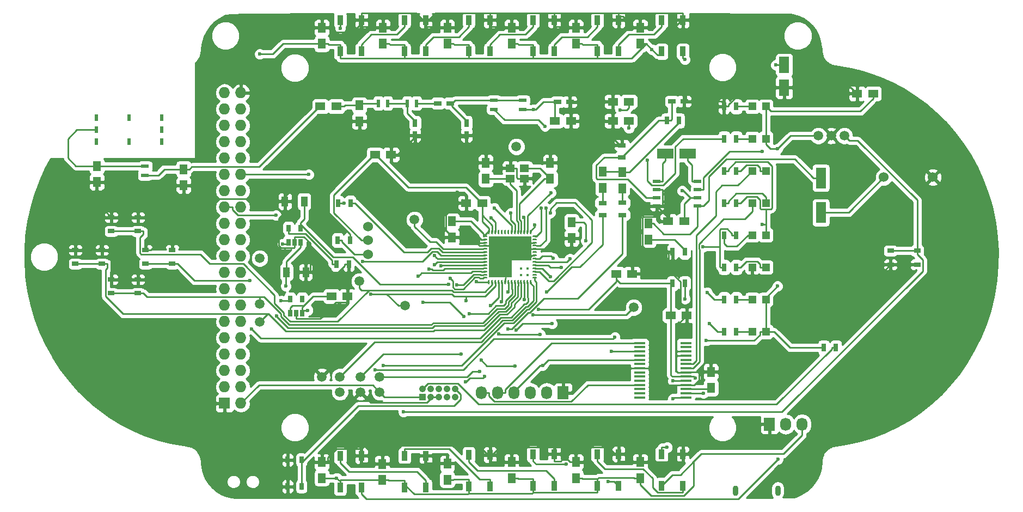
<source format=gtl>
G04 #@! TF.GenerationSoftware,KiCad,Pcbnew,(2016-12-18 revision 3ffa37c)-master*
G04 #@! TF.CreationDate,2017-04-20T19:48:47-07:00*
G04 #@! TF.ProjectId,badge-kicad,62616467652D6B696361642E6B696361,rev?*
G04 #@! TF.FileFunction,Copper,L1,Top,Mixed*
G04 #@! TF.FilePolarity,Positive*
%FSLAX46Y46*%
G04 Gerber Fmt 4.6, Leading zero omitted, Abs format (unit mm)*
G04 Created by KiCad (PCBNEW (2016-12-18 revision 3ffa37c)-master) date Thursday, April 20, 2017 'PMt' 07:48:47 PM*
%MOMM*%
%LPD*%
G01*
G04 APERTURE LIST*
%ADD10C,0.150000*%
%ADD11R,6.604000X3.754000*%
%ADD12R,3.682700X3.238500*%
%ADD13R,0.355600X0.418100*%
%ADD14O,0.254000X0.711200*%
%ADD15O,0.711200X0.254000*%
%ADD16R,2.870000X2.870000*%
%ADD17R,2.720000X2.720000*%
%ADD18R,0.700000X1.300000*%
%ADD19R,1.250000X1.500000*%
%ADD20O,1.727200X2.032000*%
%ADD21R,1.727200X2.032000*%
%ADD22C,1.500000*%
%ADD23R,1.500000X1.250000*%
%ADD24R,1.200000X0.750000*%
%ADD25R,0.750000X1.200000*%
%ADD26O,0.899160X1.597660*%
%ADD27O,0.500000X1.200000*%
%ADD28R,2.499360X1.597660*%
%ADD29R,1.597660X2.499360*%
%ADD30R,1.597660X3.197860*%
%ADD31R,1.300000X0.700000*%
%ADD32R,1.143000X0.508000*%
%ADD33C,1.524000*%
%ADD34R,1.400000X1.200000*%
%ADD35R,0.500000X1.000000*%
%ADD36C,1.050000*%
%ADD37R,1.050000X1.050000*%
%ADD38O,1.727200X1.727200*%
%ADD39R,1.727200X1.727200*%
%ADD40R,1.750000X0.450000*%
%ADD41R,0.650000X1.060000*%
%ADD42R,1.000000X1.600000*%
%ADD43R,1.198880X1.198880*%
%ADD44R,1.198880X0.599440*%
%ADD45R,0.599440X1.198880*%
%ADD46R,0.647700X1.049020*%
%ADD47R,1.049020X0.647700*%
%ADD48R,0.899160X1.498600*%
%ADD49C,0.600000*%
%ADD50C,0.250000*%
%ADD51C,0.254000*%
G04 APERTURE END LIST*
D10*
D11*
X148777800Y-87811950D03*
D12*
X147317800Y-90721950D03*
D13*
X150539300Y-91932050D03*
X150539300Y-90932050D03*
X151539300Y-90932050D03*
X151539300Y-91932050D03*
D14*
X145539300Y-85304150D03*
X146039200Y-85304150D03*
X146539100Y-85304150D03*
X147039000Y-85304150D03*
X147538900Y-85304150D03*
X148038800Y-85304150D03*
X148538700Y-85304150D03*
X149038600Y-85304150D03*
X149538500Y-85304150D03*
X150038400Y-85304150D03*
X150538300Y-85304150D03*
X151038200Y-85304150D03*
X151538100Y-85304150D03*
X152038000Y-85304150D03*
X145539300Y-93059750D03*
X146039300Y-93059750D03*
X146539300Y-93059750D03*
X147039300Y-93059750D03*
X147539300Y-93059750D03*
X148039300Y-93059750D03*
X148539300Y-93059750D03*
X149039300Y-93059750D03*
X149539300Y-93059750D03*
X150039300Y-93059750D03*
X150539300Y-93059750D03*
X151039300Y-93059750D03*
X151539300Y-93059750D03*
X152039300Y-93059750D03*
D15*
X144900000Y-85932050D03*
X144900000Y-86432050D03*
X144900000Y-86932050D03*
X144900000Y-87432050D03*
X144900000Y-87932050D03*
X144900000Y-88432050D03*
X144900000Y-88932050D03*
X144900000Y-89432050D03*
X144900000Y-89932050D03*
X144900000Y-90432050D03*
X144900000Y-90932050D03*
X144900000Y-91432050D03*
X144900000Y-91932050D03*
X144900000Y-92432050D03*
X152655600Y-85932050D03*
X152655600Y-86432050D03*
X152655600Y-86932050D03*
X152655600Y-87432050D03*
X152655600Y-87932050D03*
X152655600Y-88432050D03*
X152655600Y-88932050D03*
X152655600Y-89432050D03*
X152655600Y-89932050D03*
X152655600Y-90432050D03*
X152655600Y-90932050D03*
X152655600Y-91432050D03*
X152655600Y-91932050D03*
X152655600Y-92432050D03*
D16*
X147277800Y-90600050D03*
D17*
X150227800Y-87631950D03*
D18*
X174080000Y-88362000D03*
X175980000Y-88362000D03*
D19*
X163170000Y-75902000D03*
X163170000Y-78402000D03*
D20*
X144330000Y-110262000D03*
X146870000Y-110262000D03*
X149410000Y-110262000D03*
X151950000Y-110262000D03*
X154490000Y-110262000D03*
D21*
X157030000Y-110262000D03*
D22*
X109868000Y-99276000D03*
X168034000Y-96990000D03*
X133930000Y-83362000D03*
X132474000Y-96736000D03*
X109868000Y-89370000D03*
X125362000Y-92926000D03*
X109868000Y-96482000D03*
D19*
X139770000Y-83622000D03*
X139770000Y-86122000D03*
X158355000Y-83737000D03*
X158355000Y-86237000D03*
D23*
X141990000Y-80762000D03*
X144490000Y-80762000D03*
D24*
X175880000Y-64962000D03*
X173980000Y-64962000D03*
D25*
X134030000Y-68312000D03*
X134030000Y-70212000D03*
D24*
X139480000Y-65262000D03*
X137580000Y-65262000D03*
D25*
X142030000Y-68312000D03*
X142030000Y-70212000D03*
D24*
X158080000Y-65062000D03*
X156180000Y-65062000D03*
D26*
X190429460Y-125461540D03*
X183830540Y-125461540D03*
D27*
X190430000Y-125462000D03*
X183830000Y-125462000D03*
D23*
X173400000Y-83592000D03*
X175900000Y-83592000D03*
D19*
X170320000Y-86462000D03*
X170320000Y-83962000D03*
X166220000Y-78492000D03*
X166220000Y-75992000D03*
D28*
X172902480Y-73072000D03*
X176397520Y-73072000D03*
D29*
X191430000Y-62809520D03*
X191430000Y-59314480D03*
D30*
X197130000Y-76864520D03*
X197130000Y-82259480D03*
D22*
X128530000Y-110162000D03*
X128530000Y-107762000D03*
X125530000Y-110162000D03*
X196736000Y-70320000D03*
X200800000Y-70320000D03*
X198768000Y-70320000D03*
X125530000Y-107762000D03*
X122330000Y-110162000D03*
X149780000Y-72012000D03*
X122330000Y-107762000D03*
X119530000Y-107762000D03*
D31*
X163170000Y-80762000D03*
X163170000Y-82662000D03*
X166170000Y-73692000D03*
X166170000Y-71792000D03*
D18*
X175080000Y-67962000D03*
X173180000Y-67962000D03*
D31*
X166270000Y-82642000D03*
X166270000Y-80742000D03*
D32*
X171625000Y-77417000D03*
X171625000Y-78687000D03*
X171625000Y-79957000D03*
X171625000Y-81227000D03*
X177975000Y-81227000D03*
X177975000Y-79957000D03*
X177975000Y-78687000D03*
X177975000Y-77417000D03*
D33*
X206930000Y-76762000D03*
X214530000Y-76762000D03*
D34*
X148830000Y-75362000D03*
X151030000Y-75362000D03*
X151030000Y-76962000D03*
X148830000Y-76962000D03*
D35*
X84430000Y-71262000D03*
X84430000Y-67462000D03*
X94630000Y-67462000D03*
X94630000Y-71262000D03*
X94630000Y-69362000D03*
X84430000Y-69362000D03*
X89530000Y-67462000D03*
X89530000Y-71262000D03*
D36*
X135180000Y-109642000D03*
X140260000Y-109642000D03*
X138990000Y-109642000D03*
X137720000Y-109642000D03*
X136450000Y-109642000D03*
X140260000Y-110912000D03*
X138990000Y-110912000D03*
X137720000Y-110912000D03*
X136450000Y-110912000D03*
D37*
X135180000Y-110912000D03*
D38*
X106940000Y-63640000D03*
X104400000Y-63640000D03*
X106940000Y-66180000D03*
X104400000Y-66180000D03*
X106940000Y-68720000D03*
X104400000Y-68720000D03*
X106940000Y-71260000D03*
X104400000Y-71260000D03*
X106940000Y-73800000D03*
X104400000Y-73800000D03*
X106940000Y-76340000D03*
X104400000Y-76340000D03*
X106940000Y-78880000D03*
X104400000Y-78880000D03*
X106940000Y-81420000D03*
X104400000Y-81420000D03*
X106940000Y-83960000D03*
X104400000Y-83960000D03*
X106940000Y-86500000D03*
X104400000Y-86500000D03*
X106940000Y-89040000D03*
X104400000Y-89040000D03*
X106940000Y-91580000D03*
X104400000Y-91580000D03*
X106940000Y-94120000D03*
X104400000Y-94120000D03*
X106940000Y-96660000D03*
X104400000Y-96660000D03*
X106940000Y-99200000D03*
X104400000Y-99200000D03*
X106940000Y-101740000D03*
X104400000Y-101740000D03*
X106940000Y-104280000D03*
X104400000Y-104280000D03*
X106940000Y-106820000D03*
X104400000Y-106820000D03*
X106940000Y-109360000D03*
X104400000Y-109360000D03*
X106940000Y-111900000D03*
D39*
X104400000Y-111900000D03*
D40*
X176130000Y-102537000D03*
X176130000Y-103187000D03*
X176130000Y-103837000D03*
X176130000Y-104487000D03*
X176130000Y-105137000D03*
X176130000Y-105787000D03*
X176130000Y-106437000D03*
X176130000Y-107087000D03*
X176130000Y-107737000D03*
X176130000Y-108387000D03*
X176130000Y-109037000D03*
X176130000Y-109687000D03*
X176130000Y-110337000D03*
X176130000Y-110987000D03*
X168930000Y-110987000D03*
X168930000Y-110337000D03*
X168930000Y-109687000D03*
X168930000Y-109037000D03*
X168930000Y-108387000D03*
X168930000Y-107737000D03*
X168930000Y-107087000D03*
X168930000Y-106437000D03*
X168930000Y-105787000D03*
X168930000Y-105137000D03*
X168930000Y-104487000D03*
X168930000Y-103837000D03*
X168930000Y-103187000D03*
X168930000Y-102537000D03*
D41*
X114580000Y-97862000D03*
X115530000Y-97862000D03*
X116480000Y-97862000D03*
X116480000Y-95662000D03*
X114580000Y-95662000D03*
X114330000Y-84662000D03*
X116230000Y-84662000D03*
X116230000Y-86862000D03*
X115280000Y-86862000D03*
X114330000Y-86862000D03*
D19*
X119530000Y-53512000D03*
X119530000Y-56012000D03*
X129030000Y-56012000D03*
X129030000Y-53512000D03*
X139030000Y-56012000D03*
X139030000Y-53512000D03*
X149030000Y-53512000D03*
X149030000Y-56012000D03*
X159030000Y-56012000D03*
X159030000Y-53512000D03*
X169030000Y-53512000D03*
X169030000Y-56012000D03*
X169030000Y-123512000D03*
X169030000Y-121012000D03*
X159030000Y-121012000D03*
X159030000Y-123512000D03*
X149030000Y-123512000D03*
X149030000Y-121012000D03*
X139030000Y-121262000D03*
X139030000Y-123762000D03*
X128930000Y-123812000D03*
X128930000Y-121312000D03*
X119530000Y-121012000D03*
X119530000Y-123512000D03*
D23*
X123530000Y-95262000D03*
X121030000Y-95262000D03*
D42*
X113780000Y-80512000D03*
X116780000Y-80512000D03*
X114030000Y-91512000D03*
X117030000Y-91512000D03*
D23*
X158280000Y-68012000D03*
X155780000Y-68012000D03*
D19*
X145030000Y-74512000D03*
X145030000Y-77012000D03*
D23*
X167280000Y-68012000D03*
X164780000Y-68012000D03*
X164780000Y-65012000D03*
X167280000Y-65012000D03*
X130280000Y-73262000D03*
X127780000Y-73262000D03*
D19*
X125370000Y-68072000D03*
X125370000Y-65572000D03*
D23*
X119280000Y-65762000D03*
X121780000Y-65762000D03*
D19*
X98030000Y-78012000D03*
X98030000Y-75512000D03*
X84530000Y-75012000D03*
X84530000Y-77512000D03*
D23*
X202780000Y-63762000D03*
X205280000Y-63762000D03*
X176280000Y-98262000D03*
X173780000Y-98262000D03*
X167780000Y-91762000D03*
X165280000Y-91762000D03*
D19*
X180030000Y-109512000D03*
X180030000Y-107012000D03*
X155030000Y-77012000D03*
X155030000Y-74512000D03*
D43*
X188579020Y-65762000D03*
X186480980Y-65762000D03*
X188579020Y-70762000D03*
X186480980Y-70762000D03*
X188579020Y-75762000D03*
X186480980Y-75762000D03*
X186480980Y-80762000D03*
X188579020Y-80762000D03*
X186480980Y-85762000D03*
X188579020Y-85762000D03*
X188579020Y-90762000D03*
X186480980Y-90762000D03*
X186480980Y-95762000D03*
X188579020Y-95762000D03*
X186480980Y-100762000D03*
X188579020Y-100762000D03*
D44*
X146280000Y-64810960D03*
X146280000Y-66213040D03*
X150780000Y-66213040D03*
X150780000Y-64810960D03*
D45*
X132828960Y-65262000D03*
X134231040Y-65262000D03*
X129731040Y-65262000D03*
X128328960Y-65262000D03*
D44*
X92030000Y-76463040D03*
X92030000Y-75060960D03*
D20*
X194210000Y-115162000D03*
X191670000Y-115162000D03*
D21*
X189130000Y-115162000D03*
D18*
X122080000Y-80762000D03*
X123980000Y-80762000D03*
X175980000Y-93262000D03*
X174080000Y-93262000D03*
X121830000Y-90262000D03*
X123730000Y-90262000D03*
X121980000Y-86562000D03*
X123880000Y-86562000D03*
X197580000Y-103262000D03*
X199480000Y-103262000D03*
X183980000Y-70762000D03*
X182080000Y-70762000D03*
X183980000Y-100762000D03*
X182080000Y-100762000D03*
X183980000Y-95762000D03*
X182080000Y-95762000D03*
X183980000Y-65762000D03*
X182080000Y-65762000D03*
X183980000Y-75762000D03*
X182080000Y-75762000D03*
X183980000Y-80762000D03*
X182080000Y-80762000D03*
X183980000Y-90762000D03*
X182080000Y-90762000D03*
X182080000Y-85762000D03*
X183980000Y-85762000D03*
D46*
X116354420Y-120689360D03*
X116354420Y-124834640D03*
X114205580Y-120689360D03*
X114205580Y-124834640D03*
D33*
X126730000Y-88712000D03*
X126730000Y-86562000D03*
X126730000Y-84412000D03*
D47*
X86779360Y-82999580D03*
X90924640Y-82999580D03*
X86779360Y-85148420D03*
X90924640Y-85148420D03*
X90924640Y-94800420D03*
X86779360Y-94800420D03*
X90924640Y-92651580D03*
X86779360Y-92651580D03*
X81191360Y-88079580D03*
X85336640Y-88079580D03*
X81191360Y-90228420D03*
X85336640Y-90228420D03*
X96258640Y-90228420D03*
X92113360Y-90228420D03*
X96258640Y-88079580D03*
X92113360Y-88079580D03*
X207957360Y-88187580D03*
X212102640Y-88187580D03*
X207957360Y-90336420D03*
X212102640Y-90336420D03*
D48*
X122381540Y-52313440D03*
X125678460Y-52313440D03*
X125678460Y-57210560D03*
X122381540Y-57210560D03*
X132381540Y-57210560D03*
X135678460Y-57210560D03*
X135678460Y-52313440D03*
X132381540Y-52313440D03*
X142381540Y-52313440D03*
X145678460Y-52313440D03*
X145678460Y-57210560D03*
X142381540Y-57210560D03*
X152381540Y-57210560D03*
X155678460Y-57210560D03*
X155678460Y-52313440D03*
X152381540Y-52313440D03*
X162381540Y-52313440D03*
X165678460Y-52313440D03*
X165678460Y-57210560D03*
X162381540Y-57210560D03*
X172381540Y-57210560D03*
X175678460Y-57210560D03*
X175678460Y-52313440D03*
X172381540Y-52313440D03*
X172381540Y-119813440D03*
X175678460Y-119813440D03*
X175678460Y-124710560D03*
X172381540Y-124710560D03*
X162381540Y-124710560D03*
X165678460Y-124710560D03*
X165678460Y-119813440D03*
X162381540Y-119813440D03*
X152381540Y-124710560D03*
X155678460Y-124710560D03*
X155678460Y-119813440D03*
X152381540Y-119813440D03*
X142381540Y-119913440D03*
X145678460Y-119913440D03*
X145678460Y-124810560D03*
X142381540Y-124810560D03*
X132381540Y-120063440D03*
X135678460Y-120063440D03*
X135678460Y-124960560D03*
X132381540Y-124960560D03*
X122381540Y-124960560D03*
X125678460Y-124960560D03*
X125678460Y-120063440D03*
X122381540Y-120063440D03*
D49*
X141960000Y-75432000D03*
X140600000Y-79132000D03*
X206030000Y-86762000D03*
X189130000Y-108203100D03*
X119583400Y-98377600D03*
X115754600Y-77605500D03*
X109868000Y-57620000D03*
X121837500Y-123512000D03*
X117338200Y-97434300D03*
X170847100Y-56879900D03*
X175568800Y-78874000D03*
X139253578Y-93380200D03*
X153252060Y-97271130D03*
X177576700Y-107929400D03*
X188044900Y-84116000D03*
X153627486Y-81548412D03*
X152446600Y-66213000D03*
X150913090Y-83032999D03*
X167280000Y-69147300D03*
X155130000Y-79162000D03*
X165943800Y-66311100D03*
X147433153Y-96096082D03*
X152654768Y-84198410D03*
X155459700Y-89328100D03*
X113170000Y-95974000D03*
X160580000Y-86637000D03*
X190386000Y-93688000D03*
X190386000Y-72352000D03*
X179318000Y-102159200D03*
X136233700Y-91041200D03*
X156774582Y-90767108D03*
X141900000Y-108592000D03*
X144840000Y-107712000D03*
X138086793Y-90557060D03*
X154427046Y-81575292D03*
X154230000Y-68862000D03*
X129090200Y-106043100D03*
X170107694Y-74118204D03*
X149750000Y-100526990D03*
X155314040Y-99531998D03*
X141980000Y-95942000D03*
X127118900Y-94937800D03*
X158102998Y-89438692D03*
X141168000Y-104213800D03*
X144056906Y-106920022D03*
X155107700Y-92244800D03*
X137023808Y-88922490D03*
X117466200Y-76340000D03*
X125890700Y-89838300D03*
X112404900Y-82690000D03*
X108598000Y-100389000D03*
X139456700Y-92462744D03*
X140503590Y-93505899D03*
X153864990Y-106032000D03*
X149610000Y-106072000D03*
X144320000Y-105212000D03*
X142447901Y-97957004D03*
X147020000Y-101152000D03*
X153500000Y-101212000D03*
X164557900Y-103837000D03*
X178882700Y-110337000D03*
X174130000Y-111214000D03*
X148480000Y-94566990D03*
X154450000Y-94612000D03*
X122381500Y-53589500D03*
X122984400Y-80762300D03*
X176000000Y-95702000D03*
X174112200Y-108387000D03*
X155040000Y-82286990D03*
X148890000Y-82342000D03*
X179430000Y-94662000D03*
X178804990Y-87608399D03*
X165093300Y-101611400D03*
X127824700Y-106677400D03*
X113459200Y-87125900D03*
X175995000Y-58469600D03*
X173230500Y-118738800D03*
X157505200Y-121338400D03*
X164030000Y-124051500D03*
X143581629Y-92987527D03*
X145855000Y-83037000D03*
X190451400Y-120602700D03*
X134506000Y-92164000D03*
X132220000Y-113246000D03*
X108344000Y-92850000D03*
X112501000Y-98355300D03*
X151002714Y-95802343D03*
X146340000Y-81542000D03*
X141607476Y-98385577D03*
X148450000Y-100356990D03*
X137044403Y-90358004D03*
X135268000Y-96228000D03*
X187985000Y-72780200D03*
X190119600Y-59314500D03*
X145723242Y-96721092D03*
X152345599Y-98177591D03*
X179790000Y-99522000D03*
X113932000Y-93688000D03*
D50*
X148560900Y-87631950D02*
X147277800Y-88915050D01*
X150227800Y-87631950D02*
X148560900Y-87631950D01*
X147277800Y-88915050D02*
X147277800Y-90600050D01*
X150809250Y-87681850D02*
X150277900Y-87681850D01*
X150528450Y-87932400D02*
X150277900Y-87681850D01*
X150650000Y-87950100D02*
X150400000Y-87700100D01*
X150400000Y-87700100D02*
X150399900Y-87700100D01*
X91981000Y-75012000D02*
X92030000Y-75061000D01*
X84530000Y-75012000D02*
X91981000Y-75012000D01*
X81430000Y-69362000D02*
X84430000Y-69362000D01*
X80030000Y-70762000D02*
X81430000Y-69362000D01*
X80030000Y-73762000D02*
X80030000Y-70762000D01*
X81280000Y-75012000D02*
X80030000Y-73762000D01*
X84530000Y-75012000D02*
X81280000Y-75012000D01*
X144900000Y-87432050D02*
X146610000Y-87432050D01*
X146729950Y-87432050D02*
X146610000Y-87432050D01*
X152232702Y-88932050D02*
X151830000Y-89334752D01*
X151830000Y-89334752D02*
X151802752Y-89362000D01*
X151912801Y-86932050D02*
X151912801Y-89251951D01*
X151912801Y-89251951D02*
X151830000Y-89334752D01*
X151912801Y-87932050D02*
X151912801Y-86932050D01*
X158355000Y-86237000D02*
X157480000Y-86237000D01*
X157480000Y-86237000D02*
X155784950Y-87932050D01*
X155784950Y-87932050D02*
X153261200Y-87932050D01*
X153261200Y-87932050D02*
X152655600Y-87932050D01*
X152655600Y-86932050D02*
X151912801Y-86932050D01*
X143100000Y-86122000D02*
X142930000Y-86122000D01*
X144900000Y-86432050D02*
X144294400Y-86432050D01*
X142930000Y-86122000D02*
X139770000Y-86122000D01*
X144294400Y-86432050D02*
X143984350Y-86122000D01*
X143984350Y-86122000D02*
X142930000Y-86122000D01*
X144065800Y-87432050D02*
X144900000Y-87432050D01*
X144900000Y-86932050D02*
X143889950Y-86932050D01*
X152655600Y-87932050D02*
X151912801Y-87932050D01*
X151912801Y-89251951D02*
X151802752Y-89362000D01*
X148039300Y-92454150D02*
X148039300Y-93059750D01*
X148114310Y-92379140D02*
X148039300Y-92454150D01*
X152655600Y-88932050D02*
X152232702Y-88932050D01*
X141960000Y-75432000D02*
X142780000Y-74612000D01*
X142780000Y-74612000D02*
X142780000Y-74512000D01*
X141990000Y-80762000D02*
X141990000Y-79887000D01*
X141990000Y-79887000D02*
X141235000Y-79132000D01*
X141235000Y-79132000D02*
X140600000Y-79132000D01*
X141990000Y-80762000D02*
X140669998Y-80762000D01*
X140669998Y-80762000D02*
X138819999Y-82611999D01*
X138819999Y-82611999D02*
X138819999Y-85046999D01*
X138819999Y-85046999D02*
X139770000Y-85997000D01*
X139770000Y-85997000D02*
X139770000Y-86122000D01*
X143410050Y-86432050D02*
X143100000Y-86122000D01*
X144065800Y-87432050D02*
X143410050Y-86776300D01*
X143410050Y-86776300D02*
X143410050Y-86432050D01*
X143400000Y-86442100D02*
X143889950Y-86932050D01*
X143410050Y-86432050D02*
X143400000Y-86442100D01*
X173400000Y-83592000D02*
X172400000Y-83592000D01*
X172400000Y-83592000D02*
X171694999Y-82886999D01*
X169369999Y-82951999D02*
X169369999Y-87472001D01*
X171694999Y-82886999D02*
X169434999Y-82886999D01*
X169434999Y-82886999D02*
X169369999Y-82951999D01*
X169369999Y-87472001D02*
X170259998Y-88362000D01*
X170259998Y-88362000D02*
X174080000Y-88362000D01*
X164780000Y-68012000D02*
X164780000Y-70702000D01*
X164780000Y-70702000D02*
X165870000Y-71792000D01*
X165870000Y-71792000D02*
X166170000Y-71792000D01*
X158355000Y-86237000D02*
X158355000Y-86112000D01*
X113780000Y-80512000D02*
X113780000Y-82239902D01*
X113780000Y-82239902D02*
X112834199Y-83185703D01*
X112834199Y-83185703D02*
X112834199Y-87425901D01*
X115171099Y-87750901D02*
X115280000Y-87642000D01*
X112834199Y-87425901D02*
X113159199Y-87750901D01*
X113159199Y-87750901D02*
X115171099Y-87750901D01*
X115280000Y-87642000D02*
X115280000Y-86862000D01*
X114205580Y-124834640D02*
X114205580Y-120689360D01*
X206032000Y-86763800D02*
X206032000Y-92262000D01*
X206030000Y-86762000D02*
X206032000Y-86763800D01*
X186780000Y-92262000D02*
X206032000Y-92262000D01*
X186481000Y-91963000D02*
X186780000Y-92262000D01*
X186481000Y-90762000D02*
X186481000Y-91963000D01*
X164730000Y-65062000D02*
X164780000Y-65012000D01*
X158380000Y-65062000D02*
X164730000Y-65062000D01*
X158280000Y-65162000D02*
X158380000Y-65062000D01*
X158280000Y-68012000D02*
X158280000Y-65162000D01*
X142780000Y-74512000D02*
X145030000Y-74512000D01*
X142030000Y-73762000D02*
X142780000Y-74512000D01*
X142030000Y-70512000D02*
X142030000Y-73762000D01*
X84530000Y-80750200D02*
X86779400Y-82999600D01*
X84530000Y-77512000D02*
X84530000Y-80750200D01*
X86779400Y-92651600D02*
X90924600Y-92651600D01*
X86779400Y-88761400D02*
X86779400Y-92651600D01*
X86097600Y-88079600D02*
X86779400Y-88761400D01*
X85336600Y-88079600D02*
X86097600Y-88079600D01*
X90924600Y-82999600D02*
X86779400Y-82999600D01*
X94051400Y-84283400D02*
X96258600Y-84283400D01*
X92767600Y-82999600D02*
X94051400Y-84283400D01*
X90924600Y-82999600D02*
X92767600Y-82999600D01*
X151080000Y-77012000D02*
X151030000Y-76962000D01*
X85030000Y-87772900D02*
X85336600Y-88079600D01*
X85030000Y-83762000D02*
X85030000Y-87772900D01*
X85792400Y-82999600D02*
X85030000Y-83762000D01*
X86779400Y-82999600D02*
X85792400Y-82999600D01*
X85336600Y-88079600D02*
X81191400Y-88079600D01*
X131280000Y-73262000D02*
X134030000Y-70512000D01*
X130280000Y-73262000D02*
X131280000Y-73262000D01*
X176130000Y-103837000D02*
X174530000Y-103837000D01*
X174530000Y-103837000D02*
X174530000Y-100012000D01*
X176130000Y-104487000D02*
X174530000Y-104487000D01*
X174530000Y-104487000D02*
X174530000Y-106762000D01*
X174530000Y-104487000D02*
X174530000Y-103837000D01*
X174855000Y-107087000D02*
X174530000Y-106762000D01*
X176130000Y-107087000D02*
X174855000Y-107087000D01*
X174530000Y-100012000D02*
X176280000Y-98262000D01*
X212103000Y-90336400D02*
X212102600Y-90336400D01*
X212102600Y-90336400D02*
X207957400Y-90336400D01*
X207957000Y-90336400D02*
X206032000Y-92262000D01*
X207957400Y-90336400D02*
X207957000Y-90336400D01*
X180030000Y-107012000D02*
X178205000Y-107012000D01*
X176205000Y-107012000D02*
X176130000Y-107087000D01*
X178205000Y-107012000D02*
X176205000Y-107012000D01*
X176130000Y-109037000D02*
X177445000Y-109037000D01*
X147380000Y-75362000D02*
X148830000Y-75362000D01*
X146530000Y-74512000D02*
X147380000Y-75362000D01*
X145030000Y-74512000D02*
X146530000Y-74512000D01*
X149855300Y-76812600D02*
X150004700Y-76962000D01*
X149855300Y-75362000D02*
X149855300Y-76812600D01*
X148830000Y-75362000D02*
X149855300Y-75362000D01*
X151030000Y-76962000D02*
X150004700Y-76962000D01*
X96258600Y-86825900D02*
X96258600Y-84283400D01*
X94216900Y-86825900D02*
X92963200Y-88079600D01*
X96258600Y-86825900D02*
X94216900Y-86825900D01*
X92113400Y-88079600D02*
X92963200Y-88079600D01*
X164780000Y-68012000D02*
X164780000Y-65012000D01*
X162043900Y-106437000D02*
X158218900Y-110262000D01*
X168930000Y-106437000D02*
X162043900Y-106437000D01*
X157030000Y-110262000D02*
X158218900Y-110262000D01*
X173400000Y-83002000D02*
X171625000Y-81227000D01*
X173400000Y-83592000D02*
X173400000Y-83002000D01*
X201828000Y-62809500D02*
X202780000Y-63762000D01*
X191430000Y-62809500D02*
X201828000Y-62809500D01*
X182755300Y-65508800D02*
X182755300Y-65762000D01*
X185454600Y-62809500D02*
X182755300Y-65508800D01*
X191430000Y-62809500D02*
X185454600Y-62809500D01*
X127805700Y-121138000D02*
X127979700Y-121312000D01*
X125678500Y-121138000D02*
X127805700Y-121138000D01*
X125678500Y-120063400D02*
X125678500Y-121138000D01*
X155678500Y-119813400D02*
X155678500Y-120888000D01*
X159030000Y-121012000D02*
X158079700Y-121012000D01*
X167955700Y-120888000D02*
X168079700Y-121012000D01*
X165678500Y-120888000D02*
X167955700Y-120888000D01*
X169030000Y-121012000D02*
X168079700Y-121012000D01*
X175678500Y-51238800D02*
X165678500Y-51238800D01*
X157955700Y-53388000D02*
X158079700Y-53512000D01*
X155678500Y-53388000D02*
X157955700Y-53388000D01*
X159030000Y-53512000D02*
X158079700Y-53512000D01*
X137955700Y-53388000D02*
X138079700Y-53512000D01*
X135678500Y-53388000D02*
X137955700Y-53388000D01*
X139030000Y-53512000D02*
X138079700Y-53512000D01*
X137955700Y-121138000D02*
X138079700Y-121262000D01*
X135678500Y-121138000D02*
X137955700Y-121138000D01*
X135678500Y-120063400D02*
X135678500Y-121138000D01*
X139030000Y-121262000D02*
X138079700Y-121262000D01*
X148055700Y-120988000D02*
X148079700Y-121012000D01*
X145678500Y-120988000D02*
X148055700Y-120988000D01*
X149030000Y-121012000D02*
X148079700Y-121012000D01*
X175554500Y-121012000D02*
X169030000Y-121012000D01*
X175678500Y-120888000D02*
X175554500Y-121012000D01*
X165678500Y-52313400D02*
X165678500Y-51776100D01*
X165678500Y-51776100D02*
X165678500Y-51238800D01*
X166343800Y-51776100D02*
X168079700Y-53512000D01*
X165678500Y-51776100D02*
X166343800Y-51776100D01*
X169030000Y-53512000D02*
X168079700Y-53512000D01*
X147955700Y-53388000D02*
X148079700Y-53512000D01*
X145678500Y-53388000D02*
X147955700Y-53388000D01*
X145678500Y-52313400D02*
X145678500Y-53388000D01*
X149030000Y-53512000D02*
X148079700Y-53512000D01*
X127955700Y-53388000D02*
X128079700Y-53512000D01*
X125678500Y-53388000D02*
X127955700Y-53388000D01*
X129030000Y-53512000D02*
X128079700Y-53512000D01*
X98030000Y-82512000D02*
X98030000Y-80150000D01*
X96258600Y-84283400D02*
X98030000Y-82512000D01*
X98030000Y-80150000D02*
X98030000Y-78012000D01*
X112592700Y-80150000D02*
X112954700Y-80512000D01*
X98030000Y-80150000D02*
X112592700Y-80150000D01*
X123730000Y-90262000D02*
X123054700Y-90262000D01*
X113780000Y-80512000D02*
X112954700Y-80512000D01*
X115530000Y-97862000D02*
X115530000Y-98717300D01*
X123530000Y-95262000D02*
X123530000Y-96212300D01*
X170955000Y-106437000D02*
X168930000Y-106437000D01*
X171530000Y-107012000D02*
X170955000Y-106437000D01*
X171530000Y-107262000D02*
X171530000Y-107012000D01*
X173305000Y-109037000D02*
X171530000Y-107262000D01*
X176130000Y-109037000D02*
X173305000Y-109037000D01*
X136450000Y-110912000D02*
X137720000Y-110912000D01*
X127158400Y-111790400D02*
X125530000Y-110162000D01*
X135889100Y-111790400D02*
X127158400Y-111790400D01*
X136450000Y-111229500D02*
X135889100Y-111790400D01*
X136450000Y-110912000D02*
X136450000Y-111229500D01*
X134030000Y-70512000D02*
X142030000Y-70512000D01*
X172521800Y-78687000D02*
X172521800Y-81227000D01*
X171625000Y-78687000D02*
X172521800Y-78687000D01*
X182417700Y-65762000D02*
X182755300Y-65762000D01*
X174080000Y-88362000D02*
X173404700Y-88362000D01*
X123054700Y-90515200D02*
X123054700Y-90262000D01*
X122057900Y-91512000D02*
X123054700Y-90515200D01*
X123530000Y-92984100D02*
X123530000Y-95262000D01*
X122057900Y-91512000D02*
X123530000Y-92984100D01*
X128454900Y-121312000D02*
X127979700Y-121312000D01*
X128454900Y-121312000D02*
X128930000Y-121312000D01*
X135504500Y-121312000D02*
X135678500Y-121138000D01*
X128930000Y-121312000D02*
X135504500Y-121312000D01*
X145678500Y-119913400D02*
X145678500Y-120288100D01*
X145678500Y-120288100D02*
X145678500Y-120988000D01*
X155678500Y-119813400D02*
X155678500Y-118738800D01*
X165678500Y-119813400D02*
X165678500Y-120350700D01*
X165678500Y-120350700D02*
X165678500Y-120888000D01*
X164066600Y-118738800D02*
X155678500Y-118738800D01*
X165678500Y-120350700D02*
X164066600Y-118738800D01*
X155678500Y-52850700D02*
X155678500Y-53388000D01*
X135678500Y-52313400D02*
X135678500Y-52738100D01*
X135678500Y-52738100D02*
X135678500Y-53388000D01*
X145678500Y-52313400D02*
X145678500Y-51238800D01*
X125678500Y-52313400D02*
X125678500Y-52850700D01*
X125678500Y-52850700D02*
X125678500Y-53388000D01*
X121192600Y-54224300D02*
X120480300Y-53512000D01*
X124304900Y-54224300D02*
X121192600Y-54224300D01*
X125678500Y-52850700D02*
X124304900Y-54224300D01*
X119530000Y-53512000D02*
X120480300Y-53512000D01*
X176280000Y-98262000D02*
X176280000Y-97311700D01*
X173404700Y-88362000D02*
X173404700Y-91762000D01*
X167780000Y-91762000D02*
X173404700Y-91762000D01*
X175295500Y-96327200D02*
X176280000Y-97311700D01*
X175295500Y-92999100D02*
X175295500Y-96327200D01*
X174058400Y-91762000D02*
X175295500Y-92999100D01*
X173404700Y-91762000D02*
X174058400Y-91762000D01*
X119457700Y-121012000D02*
X119530000Y-121012000D01*
X121790800Y-118988800D02*
X125678500Y-118988800D01*
X120480300Y-120299300D02*
X121790800Y-118988800D01*
X120480300Y-121012000D02*
X120480300Y-120299300D01*
X119530000Y-121012000D02*
X120480300Y-121012000D01*
X125678500Y-120063400D02*
X125678500Y-118988900D01*
X125678500Y-118988900D02*
X125678500Y-118988800D01*
X147227800Y-118738800D02*
X155678500Y-118738800D01*
X145678500Y-120288100D02*
X147227800Y-118738800D01*
X143894100Y-118503700D02*
X145678500Y-120288100D01*
X126163700Y-118503700D02*
X143894100Y-118503700D01*
X125678500Y-118988900D02*
X126163700Y-118503700D01*
X175678500Y-119813400D02*
X175678500Y-120350700D01*
X175678500Y-120350700D02*
X175678500Y-120888000D01*
X185151500Y-117951600D02*
X187941100Y-115162000D01*
X178077600Y-117951600D02*
X185151500Y-117951600D01*
X175678500Y-120350700D02*
X178077600Y-117951600D01*
X189130000Y-115162000D02*
X187941100Y-115162000D01*
X165678500Y-51238800D02*
X155678500Y-51238800D01*
X155678500Y-51238800D02*
X145678500Y-51238800D01*
X155678500Y-52850700D02*
X155678500Y-52313400D01*
X155678500Y-52313400D02*
X155678500Y-51238800D01*
X137177800Y-51238800D02*
X135678500Y-52738100D01*
X145678500Y-51238800D02*
X137177800Y-51238800D01*
X125678500Y-52313400D02*
X125678500Y-51238800D01*
X134179200Y-51238800D02*
X125678500Y-51238800D01*
X135678500Y-52738100D02*
X134179200Y-51238800D01*
X175678500Y-51776100D02*
X175678500Y-52154300D01*
X175678500Y-52313400D02*
X175678500Y-52154300D01*
X175678500Y-51776100D02*
X175678500Y-51238800D01*
X164780000Y-65012000D02*
X164780000Y-64061700D01*
X181617700Y-64962000D02*
X176180000Y-64962000D01*
X182417700Y-65762000D02*
X181617700Y-64962000D01*
X176180000Y-64962000D02*
X176180000Y-64011700D01*
X176180000Y-64011700D02*
X172635400Y-60467100D01*
X168374600Y-60467100D02*
X172635400Y-60467100D01*
X164780000Y-64061700D02*
X168374600Y-60467100D01*
X173925000Y-53907800D02*
X175678500Y-52154300D01*
X173925000Y-59177500D02*
X173925000Y-53907800D01*
X172635400Y-60467100D02*
X173925000Y-59177500D01*
X180030000Y-107012000D02*
X180980300Y-107012000D01*
X182171400Y-108203100D02*
X189130000Y-108203100D01*
X180980300Y-107012000D02*
X182171400Y-108203100D01*
X121748700Y-96212300D02*
X123530000Y-96212300D01*
X119583400Y-98377600D02*
X121748700Y-96212300D01*
X119243700Y-98717300D02*
X115530000Y-98717300D01*
X119583400Y-98377600D02*
X119243700Y-98717300D01*
X96258600Y-88079600D02*
X96258600Y-87770000D01*
X96258600Y-87770000D02*
X96258600Y-86825900D01*
X182080000Y-65762000D02*
X182248900Y-65762000D01*
X182248900Y-65762000D02*
X182417700Y-65762000D01*
X171652500Y-81227000D02*
X172521800Y-81227000D01*
X171652500Y-81227000D02*
X171625000Y-81227000D01*
X178205000Y-108277000D02*
X178205000Y-107012000D01*
X177445000Y-109037000D02*
X178205000Y-108277000D01*
X156696400Y-120888000D02*
X155678500Y-120888000D01*
X156885600Y-120698800D02*
X156696400Y-120888000D01*
X157766500Y-120698800D02*
X156885600Y-120698800D01*
X158079700Y-121012000D02*
X157766500Y-120698800D01*
X115280000Y-86862000D02*
X115280000Y-86006700D01*
X116740300Y-86006700D02*
X115280000Y-86006700D01*
X117709700Y-86976100D02*
X116740300Y-86006700D01*
X117709700Y-91512000D02*
X117709700Y-86976100D01*
X117030000Y-91512000D02*
X117709700Y-91512000D01*
X117709700Y-91512000D02*
X122057900Y-91512000D01*
X123880000Y-86562000D02*
X123880000Y-85586700D01*
X115754600Y-77712100D02*
X112954700Y-80512000D01*
X115754600Y-77605500D02*
X115754600Y-77712100D01*
X119393400Y-81100100D02*
X119393400Y-77605500D01*
X123880000Y-85586700D02*
X119393400Y-81100100D01*
X115754600Y-77605500D02*
X119393400Y-77605500D01*
X125630000Y-68112000D02*
X125630000Y-67961000D01*
X141320000Y-80387000D02*
X141320000Y-80188410D01*
X111900000Y-57620000D02*
X113508000Y-56012000D01*
X113508000Y-56012000D02*
X119530000Y-56012000D01*
X109868000Y-57620000D02*
X111900000Y-57620000D01*
X116480000Y-97006700D02*
X116750700Y-96736000D01*
X116750700Y-96736000D02*
X118192700Y-95294000D01*
X114580000Y-97862000D02*
X114580000Y-97082000D01*
X114580000Y-97082000D02*
X114926000Y-96736000D01*
X114926000Y-96736000D02*
X116750700Y-96736000D01*
X174080000Y-123012000D02*
X172382000Y-124711000D01*
X122381500Y-124960600D02*
X122381500Y-123886000D01*
X119530000Y-123512000D02*
X121837500Y-123512000D01*
X150104300Y-123636000D02*
X149980300Y-123512000D01*
X152381500Y-123636000D02*
X150104300Y-123636000D01*
X149030000Y-123512000D02*
X149980300Y-123512000D01*
X160104300Y-123636000D02*
X159980300Y-123512000D01*
X162381500Y-123636000D02*
X160104300Y-123636000D01*
X162381500Y-124710600D02*
X162381500Y-123636000D01*
X159030000Y-123512000D02*
X159980300Y-123512000D01*
X172381500Y-57210600D02*
X172381500Y-57747900D01*
X169030000Y-56012000D02*
X169980300Y-56012000D01*
X150104300Y-56136000D02*
X149980300Y-56012000D01*
X152381500Y-56136000D02*
X150104300Y-56136000D01*
X152381500Y-57210600D02*
X152381500Y-56136000D01*
X149030000Y-56012000D02*
X149980300Y-56012000D01*
X130104300Y-56136000D02*
X129980300Y-56012000D01*
X132381500Y-56136000D02*
X130104300Y-56136000D01*
X129030000Y-56012000D02*
X129980300Y-56012000D01*
X129954300Y-123886000D02*
X129880300Y-123812000D01*
X132381500Y-123886000D02*
X129954300Y-123886000D01*
X128930000Y-123812000D02*
X129880300Y-123812000D01*
X140006300Y-123736000D02*
X139980300Y-123762000D01*
X142381500Y-123736000D02*
X140006300Y-123736000D01*
X142381500Y-124810600D02*
X142381500Y-123736000D01*
X139030000Y-123762000D02*
X139980300Y-123762000D01*
X160104300Y-56136000D02*
X159980300Y-56012000D01*
X162381500Y-56136000D02*
X160104300Y-56136000D01*
X159030000Y-56012000D02*
X159980300Y-56012000D01*
X140104300Y-56136000D02*
X139980300Y-56012000D01*
X142381500Y-56136000D02*
X140104300Y-56136000D01*
X139030000Y-56012000D02*
X139980300Y-56012000D01*
X120604300Y-56136000D02*
X120480300Y-56012000D01*
X122381500Y-56136000D02*
X120604300Y-56136000D01*
X122381500Y-57210600D02*
X122381500Y-56136000D01*
X119530000Y-56012000D02*
X120480300Y-56012000D01*
X118192700Y-95294000D02*
X118192700Y-95262000D01*
X118192700Y-95262000D02*
X121030000Y-95262000D01*
X132381500Y-124960600D02*
X132381500Y-124535900D01*
X132381500Y-124535900D02*
X132381500Y-123886000D01*
X152381500Y-124335900D02*
X152381500Y-123636000D01*
X142381500Y-124810600D02*
X142381500Y-125885200D01*
X162381500Y-56785900D02*
X162381500Y-56136000D01*
X142381500Y-56785900D02*
X142381500Y-56136000D01*
X152381500Y-57210600D02*
X152381500Y-58285200D01*
X132381500Y-56785900D02*
X132381500Y-56136000D01*
X132381500Y-56785900D02*
X132381500Y-57210600D01*
X132381500Y-58285200D02*
X122381500Y-58285200D01*
X132381500Y-57210600D02*
X132381500Y-58285200D01*
X122381500Y-57210600D02*
X122381500Y-58285200D01*
X116480000Y-97862000D02*
X116480000Y-97434300D01*
X116480000Y-97434300D02*
X116480000Y-97006700D01*
X142231400Y-126035300D02*
X142381500Y-125885200D01*
X133880900Y-126035300D02*
X142231400Y-126035300D01*
X132381500Y-124535900D02*
X133880900Y-126035300D01*
X162381500Y-124710600D02*
X162381500Y-125785200D01*
X152381500Y-124335900D02*
X152381500Y-124710600D01*
X152381500Y-125785200D02*
X162381500Y-125785200D01*
X152381500Y-124710600D02*
X152381500Y-125785200D01*
X152281500Y-125885200D02*
X142381500Y-125885200D01*
X152381500Y-125785200D02*
X152281500Y-125885200D01*
X162381500Y-56785900D02*
X162381500Y-57210600D01*
X162381500Y-58285200D02*
X152381500Y-58285200D01*
X162381500Y-57210600D02*
X162381500Y-58285200D01*
X167707100Y-58285200D02*
X169980300Y-56012000D01*
X162381500Y-58285200D02*
X167707100Y-58285200D01*
X152381500Y-58285200D02*
X142381500Y-58285200D01*
X142381500Y-58285200D02*
X132381500Y-58285200D01*
X142381500Y-56785900D02*
X142381500Y-57210600D01*
X142381500Y-57210600D02*
X142381500Y-58285200D01*
X175900000Y-80892000D02*
X176835000Y-79957000D01*
X175900000Y-83592000D02*
X175900000Y-80892000D01*
X176835000Y-79957000D02*
X177975000Y-79957000D01*
X171715100Y-57747900D02*
X170847100Y-56879900D01*
X172381500Y-57747900D02*
X171715100Y-57747900D01*
X170847100Y-56878800D02*
X169980300Y-56012000D01*
X170847100Y-56879900D02*
X170847100Y-56878800D01*
X162591300Y-123426200D02*
X162381500Y-123636000D01*
X167993900Y-123426200D02*
X162591300Y-123426200D01*
X168079700Y-123512000D02*
X167993900Y-123426200D01*
X169030000Y-123512000D02*
X168079700Y-123512000D01*
X128930000Y-123812000D02*
X122455500Y-123812000D01*
X122211500Y-123886000D02*
X122381500Y-123886000D01*
X121837500Y-123512000D02*
X122211500Y-123886000D01*
X122381500Y-123886000D02*
X122455500Y-123812000D01*
X178530000Y-119762000D02*
X177379100Y-120912900D01*
X191280000Y-119762000D02*
X178530000Y-119762000D01*
X194210000Y-116832000D02*
X191280000Y-119762000D01*
X194210000Y-115162000D02*
X194210000Y-116832000D01*
X175280000Y-123012000D02*
X174080000Y-123012000D01*
X177379100Y-120912900D02*
X175280000Y-123012000D01*
X170717300Y-126274600D02*
X169030000Y-124587300D01*
X175858400Y-126274600D02*
X170717300Y-126274600D01*
X177379100Y-124753900D02*
X175858400Y-126274600D01*
X177379100Y-120912900D02*
X177379100Y-124753900D01*
X169030000Y-123512000D02*
X169030000Y-124587300D01*
X175752000Y-78874000D02*
X175568800Y-78874000D01*
X176835000Y-79957000D02*
X175752000Y-78874000D01*
X116480000Y-97434300D02*
X117338200Y-97434300D01*
X124357700Y-89189600D02*
X128548300Y-93380200D01*
X121285400Y-89189600D02*
X124357700Y-89189600D01*
X128548300Y-93380200D02*
X138829314Y-93380200D01*
X138829314Y-93380200D02*
X139253578Y-93380200D01*
X116230000Y-84134200D02*
X121285400Y-89189600D01*
X165280000Y-91762000D02*
X165280000Y-92953002D01*
X160961872Y-97271130D02*
X153252060Y-97271130D01*
X165280000Y-92953002D02*
X160961872Y-97271130D01*
X174080000Y-93262000D02*
X165905000Y-93262000D01*
X165905000Y-93262000D02*
X165280000Y-92637000D01*
X165280000Y-92637000D02*
X165280000Y-91762000D01*
X188579000Y-85762000D02*
X188579000Y-84116000D01*
X183980000Y-80762000D02*
X184655300Y-80762000D01*
X173780000Y-98262000D02*
X173780000Y-93262000D01*
X174080000Y-93262000D02*
X173780000Y-93262000D01*
X174005000Y-107737000D02*
X176130000Y-107737000D01*
X173780000Y-107512000D02*
X174005000Y-107737000D01*
X173780000Y-98262000D02*
X173780000Y-107512000D01*
X176130000Y-107737000D02*
X177330300Y-107737000D01*
X177522700Y-107929400D02*
X177576700Y-107929400D01*
X177330300Y-107737000D02*
X177522700Y-107929400D01*
X116780000Y-83256700D02*
X116230000Y-83806700D01*
X116780000Y-80512000D02*
X116780000Y-83256700D01*
X116230000Y-84662000D02*
X116230000Y-84134200D01*
X116230000Y-84134200D02*
X116230000Y-83806700D01*
X182080000Y-75762000D02*
X182755300Y-75762000D01*
X189402300Y-81686800D02*
X188579000Y-81686800D01*
X189503800Y-81585300D02*
X189402300Y-81686800D01*
X189503800Y-74999200D02*
X189503800Y-81585300D01*
X188878500Y-74373900D02*
X189503800Y-74999200D01*
X183890200Y-74373900D02*
X188878500Y-74373900D01*
X182755300Y-75508800D02*
X183890200Y-74373900D01*
X182755300Y-75762000D02*
X182755300Y-75508800D01*
X185620200Y-79797100D02*
X184655300Y-80762000D01*
X187190100Y-79797100D02*
X185620200Y-79797100D01*
X187654300Y-80261300D02*
X187190100Y-79797100D01*
X187654300Y-81571200D02*
X187654300Y-80261300D01*
X187769900Y-81686800D02*
X187654300Y-81571200D01*
X188579000Y-81686800D02*
X187769900Y-81686800D01*
X188044900Y-84116000D02*
X188579000Y-84116000D01*
X188579000Y-84116000D02*
X188579000Y-81686800D01*
X153627486Y-81548412D02*
X153627486Y-85188764D01*
X153627486Y-85188764D02*
X152884200Y-85932050D01*
X152884200Y-85932050D02*
X152655600Y-85932050D01*
X155780000Y-65162000D02*
X155880000Y-65062000D01*
X155780000Y-68012000D02*
X155780000Y-65162000D01*
X152829000Y-66213000D02*
X152446600Y-66213000D01*
X153980000Y-65062000D02*
X152829000Y-66213000D01*
X155880000Y-65062000D02*
X153980000Y-65062000D01*
X152446600Y-66213000D02*
X150780000Y-66213000D01*
X144515062Y-88439700D02*
X144522262Y-88432500D01*
X124655300Y-80762000D02*
X132333000Y-88439700D01*
X138271289Y-88439700D02*
X144515062Y-88439700D01*
X136537407Y-87847478D02*
X137679067Y-87847478D01*
X144522262Y-88432500D02*
X144890000Y-88432500D01*
X135945185Y-88439700D02*
X136537407Y-87847478D01*
X132333000Y-88439700D02*
X135945185Y-88439700D01*
X137679067Y-87847478D02*
X138271289Y-88439700D01*
X123980000Y-80762000D02*
X124655300Y-80762000D01*
X150780000Y-64811000D02*
X146280000Y-64811000D01*
X140231000Y-64811000D02*
X139780000Y-65262000D01*
X146280000Y-64811000D02*
X140231000Y-64811000D01*
X139780000Y-65762000D02*
X142030000Y-68012000D01*
X139780000Y-65262000D02*
X139780000Y-65762000D01*
X151038200Y-83158109D02*
X150913090Y-83032999D01*
X151038200Y-85304150D02*
X151038200Y-83158109D01*
X167280000Y-69147300D02*
X167280000Y-68012000D01*
X155130000Y-79162000D02*
X151538100Y-82753900D01*
X151538100Y-82753900D02*
X151538100Y-85304150D01*
X166931200Y-66311100D02*
X167280000Y-65962300D01*
X165943800Y-66311100D02*
X166931200Y-66311100D01*
X167280000Y-65012000D02*
X167280000Y-65962300D01*
X141955000Y-78352000D02*
X132995000Y-78352000D01*
X132995000Y-78352000D02*
X127905000Y-73262000D01*
X127905000Y-73262000D02*
X127780000Y-73262000D01*
X144490000Y-80762000D02*
X144365000Y-80762000D01*
X144365000Y-80762000D02*
X141955000Y-78352000D01*
X144490000Y-83649250D02*
X144490000Y-82532000D01*
X144490000Y-82532000D02*
X144490000Y-81637000D01*
X144490000Y-82692000D02*
X144490000Y-82532000D01*
X146039200Y-84241200D02*
X144490000Y-82692000D01*
X146039200Y-85304150D02*
X146039200Y-84241200D01*
X145539300Y-85304150D02*
X145299300Y-85304150D01*
X145299300Y-85304150D02*
X144671400Y-85932050D01*
X139770000Y-83622000D02*
X142738350Y-83622000D01*
X142738350Y-83622000D02*
X144671400Y-85555050D01*
X144671400Y-85555050D02*
X144671400Y-85932050D01*
X145539300Y-85304150D02*
X145539300Y-84698550D01*
X145539300Y-84698550D02*
X144490000Y-83649250D01*
X144490000Y-81637000D02*
X144490000Y-80762000D01*
X127655000Y-73262000D02*
X121404999Y-79512001D01*
X127780000Y-73262000D02*
X127655000Y-73262000D01*
X121404999Y-79512001D02*
X121404999Y-82314629D01*
X121404999Y-82314629D02*
X125652370Y-86562000D01*
X125652370Y-86562000D02*
X126730000Y-86562000D01*
X146039200Y-85304150D02*
X146039200Y-85075550D01*
X145539300Y-85304150D02*
X145539300Y-85075550D01*
X147539300Y-95989935D02*
X147433153Y-96096082D01*
X147539300Y-93059750D02*
X147539300Y-95989935D01*
X153387799Y-89432700D02*
X153792398Y-89028101D01*
X152665600Y-89432700D02*
X153387799Y-89432700D01*
X155159701Y-89028101D02*
X155459700Y-89328100D01*
X153792398Y-89028101D02*
X155159701Y-89028101D01*
X152038000Y-85075550D02*
X152654768Y-84458782D01*
X152654768Y-84458782D02*
X152654768Y-84198410D01*
X152038000Y-85304150D02*
X152038000Y-85075550D01*
X128530000Y-110162000D02*
X127454999Y-109086999D01*
X127454999Y-109086999D02*
X109753001Y-109086999D01*
X109753001Y-109086999D02*
X106940000Y-111900000D01*
X113170000Y-95974000D02*
X114268000Y-95974000D01*
X114268000Y-95974000D02*
X114580000Y-95662000D01*
X196736000Y-70320000D02*
X192418000Y-70320000D01*
X192418000Y-70320000D02*
X190386000Y-72352000D01*
X189840000Y-100762000D02*
X192340000Y-103262000D01*
X192340000Y-103262000D02*
X197580000Y-103262000D01*
X158355000Y-83737000D02*
X160255000Y-83737000D01*
X160580000Y-84062000D02*
X160580000Y-86637000D01*
X160255000Y-83737000D02*
X160580000Y-84062000D01*
X190386000Y-93688000D02*
X188579020Y-95494980D01*
X188579020Y-95494980D02*
X188579020Y-95762000D01*
X188579020Y-70762000D02*
X188579020Y-71611440D01*
X188579020Y-71611440D02*
X189319580Y-72352000D01*
X189319580Y-72352000D02*
X190386000Y-72352000D01*
X188579020Y-100762000D02*
X189840000Y-100762000D01*
X188579000Y-100762000D02*
X188579000Y-95762000D01*
X205280000Y-64512000D02*
X203280000Y-66512000D01*
X205280000Y-63762000D02*
X205280000Y-64512000D01*
X189329000Y-66512000D02*
X188579000Y-65762000D01*
X203280000Y-66512000D02*
X189329000Y-66512000D01*
X129280000Y-110912000D02*
X128530000Y-110162000D01*
X135180000Y-110912000D02*
X129280000Y-110912000D01*
X188579000Y-65762000D02*
X188579000Y-70762000D01*
X186762800Y-102159200D02*
X179318000Y-102159200D01*
X187654300Y-101267700D02*
X186762800Y-102159200D01*
X187654300Y-100762000D02*
X187654300Y-101267700D01*
X188579000Y-100762000D02*
X187654300Y-100762000D01*
X134231000Y-65262000D02*
X137280000Y-65262000D01*
X132829000Y-66811000D02*
X134030000Y-68012000D01*
X132829000Y-65262000D02*
X132829000Y-66811000D01*
X129731000Y-65262000D02*
X132829000Y-65262000D01*
X121780000Y-65762000D02*
X122990000Y-65762000D01*
X122990000Y-65762000D02*
X123180000Y-65572000D01*
X123180000Y-65572000D02*
X125370000Y-65572000D01*
X128328960Y-65262000D02*
X125680000Y-65262000D01*
X125680000Y-65262000D02*
X125370000Y-65572000D01*
X119280000Y-65762000D02*
X119155000Y-65762000D01*
X119155000Y-65762000D02*
X109765601Y-75151399D01*
X109765601Y-75151399D02*
X99265601Y-75151399D01*
X99265601Y-75151399D02*
X98905000Y-75512000D01*
X98905000Y-75512000D02*
X98030000Y-75512000D01*
X95030000Y-75512000D02*
X98030000Y-75512000D01*
X94079000Y-76463000D02*
X95030000Y-75512000D01*
X92030000Y-76463000D02*
X94079000Y-76463000D01*
X179855000Y-109687000D02*
X180030000Y-109512000D01*
X176130000Y-109687000D02*
X179855000Y-109687000D01*
X186481000Y-65762000D02*
X183980000Y-65762000D01*
X186481000Y-70762000D02*
X183980000Y-70762000D01*
X184231000Y-78012000D02*
X186481000Y-75762000D01*
X181780000Y-78012000D02*
X184231000Y-78012000D01*
X180780000Y-82762000D02*
X180780000Y-79012000D01*
X177780000Y-105262000D02*
X177780000Y-88144824D01*
X176130000Y-105787000D02*
X177255000Y-105787000D01*
X177255000Y-105787000D02*
X177780000Y-105262000D01*
X177780000Y-88144824D02*
X177729977Y-88094801D01*
X180780000Y-79012000D02*
X181780000Y-78012000D01*
X177729977Y-85812023D02*
X180780000Y-82762000D01*
X177729977Y-88094801D02*
X177729977Y-85812023D01*
X185587900Y-74829400D02*
X184655300Y-75762000D01*
X187227400Y-74829400D02*
X185587900Y-74829400D01*
X187654300Y-75256300D02*
X187227400Y-74829400D01*
X187654300Y-75762000D02*
X187654300Y-75256300D01*
X188579000Y-75762000D02*
X187654300Y-75762000D01*
X183980000Y-75762000D02*
X184655300Y-75762000D01*
X182755300Y-80508800D02*
X182755300Y-80762000D01*
X183959800Y-79304300D02*
X182755300Y-80508800D01*
X188046000Y-79304300D02*
X183959800Y-79304300D01*
X188579000Y-79837300D02*
X188046000Y-79304300D01*
X188579000Y-80762000D02*
X188579000Y-79837300D01*
X182080000Y-80762000D02*
X182755300Y-80762000D01*
X177255000Y-106437000D02*
X176130000Y-106437000D01*
X178280000Y-88008413D02*
X178280000Y-105412000D01*
X185280000Y-83262000D02*
X182030000Y-83262000D01*
X182030000Y-83262000D02*
X178179988Y-87112012D01*
X178179988Y-87908401D02*
X178280000Y-88008413D01*
X178280000Y-105412000D02*
X177255000Y-106437000D01*
X186481000Y-82061000D02*
X185280000Y-83262000D01*
X178179988Y-87112012D02*
X178179988Y-87908401D01*
X186481000Y-80762000D02*
X186481000Y-82061000D01*
X182080000Y-87062000D02*
X182080000Y-85762000D01*
X182530000Y-87512000D02*
X182080000Y-87062000D01*
X184030000Y-87512000D02*
X182530000Y-87512000D01*
X185780000Y-85762000D02*
X184030000Y-87512000D01*
X186481000Y-85762000D02*
X185780000Y-85762000D01*
X185587900Y-89829400D02*
X184655300Y-90762000D01*
X187227400Y-89829400D02*
X185587900Y-89829400D01*
X187654300Y-90256300D02*
X187227400Y-89829400D01*
X187654300Y-90762000D02*
X187654300Y-90256300D01*
X188579000Y-90762000D02*
X187654300Y-90762000D01*
X183980000Y-90762000D02*
X184655300Y-90762000D01*
X183980000Y-95762000D02*
X186481000Y-95762000D01*
X186481000Y-100762000D02*
X183980000Y-100762000D01*
X136657964Y-91041200D02*
X136233700Y-91041200D01*
X136798825Y-91182061D02*
X136657964Y-91041200D01*
X144671400Y-90932050D02*
X138636805Y-90932050D01*
X138386794Y-91182061D02*
X136798825Y-91182061D01*
X138636805Y-90932050D02*
X138386794Y-91182061D01*
X199480000Y-103262000D02*
X198804700Y-103262000D01*
X136039700Y-108782300D02*
X135180000Y-109642000D01*
X140646400Y-108782300D02*
X136039700Y-108782300D01*
X143934600Y-112070500D02*
X140646400Y-108782300D01*
X190249400Y-112070500D02*
X143934600Y-112070500D01*
X198804700Y-103515200D02*
X190249400Y-112070500D01*
X198804700Y-103262000D02*
X198804700Y-103515200D01*
X155055865Y-90767108D02*
X156774582Y-90767108D01*
X154705802Y-90417045D02*
X155055865Y-90767108D01*
X152657755Y-90417045D02*
X154705802Y-90417045D01*
X142520001Y-108011999D02*
X141940000Y-108592000D01*
X141940000Y-108592000D02*
X141900000Y-108592000D01*
X144840000Y-107712000D02*
X144540001Y-108011999D01*
X144540001Y-108011999D02*
X142520001Y-108011999D01*
X116354420Y-124834640D02*
X116354420Y-120689360D01*
X116354400Y-125259500D02*
X116354400Y-124834600D01*
X116354400Y-120689400D02*
X116354400Y-121114300D01*
X141126700Y-110508700D02*
X140260000Y-109642000D01*
X141126700Y-111253600D02*
X141126700Y-110508700D01*
X140056200Y-112324100D02*
X141126700Y-111253600D01*
X125144600Y-112324100D02*
X140056200Y-112324100D01*
X116354400Y-121114300D02*
X125144600Y-112324100D01*
X144900000Y-90432050D02*
X138211803Y-90432050D01*
X138211803Y-90432050D02*
X138086793Y-90557060D01*
X154401638Y-82024964D02*
X154427046Y-81999556D01*
X154401638Y-86520212D02*
X154401638Y-82024964D01*
X152884200Y-87432050D02*
X153489800Y-87432050D01*
X153489800Y-87432050D02*
X154401638Y-86520212D01*
X154427046Y-81999556D02*
X154427046Y-81575292D01*
X154230000Y-68862000D02*
X153230000Y-67862000D01*
X153230000Y-67862000D02*
X147928960Y-67862000D01*
X147928960Y-67862000D02*
X146280000Y-66213040D01*
X152884200Y-96118681D02*
X152884200Y-93037650D01*
X152655600Y-92809050D02*
X152655600Y-92432050D01*
X152884200Y-93037650D02*
X152655600Y-92809050D01*
X141238900Y-106043100D02*
X129090200Y-106043100D01*
X147844934Y-99437068D02*
X141238900Y-106043100D01*
X149310893Y-99437068D02*
X147844934Y-99437068D01*
X151420595Y-97327366D02*
X149310893Y-99437068D01*
X152884200Y-96118681D02*
X151675515Y-97327366D01*
X151675515Y-97327366D02*
X151420595Y-97327366D01*
X121980000Y-86562000D02*
X122655300Y-86562000D01*
X122655300Y-86815200D02*
X122655300Y-86562000D01*
X124552100Y-88712000D02*
X122655300Y-86815200D01*
X126730000Y-88712000D02*
X124552100Y-88712000D01*
X140081876Y-95282011D02*
X142000000Y-95282011D01*
X139743792Y-94943927D02*
X140081876Y-95282011D01*
X127902000Y-94943927D02*
X139743792Y-94943927D01*
X170793499Y-77996001D02*
X170107694Y-77310196D01*
X172579209Y-77996001D02*
X170793499Y-77996001D01*
X182080000Y-70762000D02*
X175728330Y-70762000D01*
X170107694Y-77310196D02*
X170107694Y-74118204D01*
X174477161Y-76098049D02*
X172579209Y-77996001D01*
X175728330Y-70762000D02*
X174477161Y-72013169D01*
X174477161Y-72013169D02*
X174477161Y-76098049D01*
X150744992Y-99531998D02*
X149750000Y-100526990D01*
X155314040Y-99531998D02*
X150744992Y-99531998D01*
X144922639Y-95282011D02*
X142000000Y-95282011D01*
X141980000Y-95942000D02*
X141980000Y-95302011D01*
X141980000Y-95302011D02*
X142000000Y-95282011D01*
X146539300Y-93665350D02*
X144922639Y-95282011D01*
X146539300Y-93059750D02*
X146539300Y-93665350D01*
X127902000Y-94943927D02*
X127118900Y-94937800D01*
X132474000Y-96736000D02*
X131413340Y-96736000D01*
X131413340Y-96736000D02*
X129621267Y-94943927D01*
X129621267Y-94943927D02*
X127902000Y-94943927D01*
X157584710Y-89956980D02*
X158102998Y-89438692D01*
X152689780Y-89956980D02*
X157584710Y-89956980D01*
X152665600Y-89932800D02*
X152689780Y-89956980D01*
X129078200Y-104213800D02*
X141168000Y-104213800D01*
X125530000Y-107762000D02*
X129078200Y-104213800D01*
X144296690Y-102348900D02*
X127743100Y-102348900D01*
X152416300Y-93665350D02*
X152416300Y-95950170D01*
X127743100Y-102348900D02*
X122330000Y-107762000D01*
X151234195Y-96877355D02*
X149124493Y-98987057D01*
X151489115Y-96877355D02*
X151234195Y-96877355D01*
X152416300Y-95950170D02*
X151489115Y-96877355D01*
X152039300Y-93059750D02*
X152039300Y-93288350D01*
X152039300Y-93288350D02*
X152416300Y-93665350D01*
X149124493Y-98987057D02*
X147658534Y-98987057D01*
X147658534Y-98987057D02*
X144296690Y-102348900D01*
X152655600Y-90932050D02*
X153794950Y-90932050D01*
X153794950Y-90932050D02*
X153812700Y-90949800D01*
X142975567Y-106920022D02*
X144056906Y-106920022D01*
X142133589Y-107762000D02*
X142975567Y-106920022D01*
X128530000Y-107762000D02*
X142133589Y-107762000D01*
X153812700Y-90949800D02*
X155107700Y-92244800D01*
X144900000Y-89432050D02*
X137533368Y-89432050D01*
X137533368Y-89432050D02*
X137323807Y-89222489D01*
X137323807Y-89222489D02*
X137023808Y-88922490D01*
X106940000Y-76340000D02*
X117466200Y-76340000D01*
X143650000Y-88890000D02*
X143692600Y-88932600D01*
X138085178Y-88890000D02*
X143650000Y-88890000D01*
X136723807Y-88297489D02*
X137492667Y-88297489D01*
X137492667Y-88297489D02*
X138085178Y-88890000D01*
X125890700Y-89838300D02*
X135182996Y-89838300D01*
X143692600Y-88932600D02*
X144890000Y-88932600D01*
X135182996Y-89838300D02*
X136723807Y-88297489D01*
X106487400Y-82690000D02*
X112404900Y-82690000D01*
X105588900Y-81791500D02*
X106487400Y-82690000D01*
X105588900Y-81420000D02*
X105588900Y-81791500D01*
X104400000Y-81420000D02*
X105588900Y-81420000D01*
X108897999Y-100688999D02*
X108598000Y-100389000D01*
X151539300Y-95413927D02*
X151627715Y-95502342D01*
X151539300Y-93059750D02*
X151539300Y-95413927D01*
X148938093Y-98537046D02*
X147377936Y-98537046D01*
X151627715Y-96102344D02*
X151302715Y-96427344D01*
X151302715Y-96427344D02*
X151047795Y-96427344D01*
X147377936Y-98537046D02*
X144112382Y-101802600D01*
X144112382Y-101802600D02*
X110011600Y-101802600D01*
X151627715Y-95502342D02*
X151627715Y-96102344D01*
X110011600Y-101802600D02*
X108897999Y-100688999D01*
X151047795Y-96427344D02*
X148938093Y-98537046D01*
X144330000Y-110262000D02*
X145518900Y-110262000D01*
X145518900Y-110782100D02*
X145518900Y-110262000D01*
X146356900Y-111620100D02*
X145518900Y-110782100D01*
X158330500Y-111620100D02*
X146356900Y-111620100D01*
X160913600Y-109037000D02*
X158330500Y-111620100D01*
X168930000Y-109037000D02*
X160913600Y-109037000D01*
X139878588Y-92884632D02*
X139756699Y-92762743D01*
X144096802Y-92449900D02*
X143945529Y-92298627D01*
X139878588Y-93805901D02*
X139878588Y-92884632D01*
X141513251Y-94130901D02*
X140203588Y-94130901D01*
X144646600Y-92449900D02*
X144096802Y-92449900D01*
X143345525Y-92298627D02*
X141513251Y-94130901D01*
X139756699Y-92762743D02*
X139456700Y-92462744D01*
X140203588Y-94130901D02*
X139878588Y-93805901D01*
X143945529Y-92298627D02*
X143345525Y-92298627D01*
X146870000Y-110262000D02*
X148058900Y-110262000D01*
X148058900Y-109757500D02*
X148058900Y-110262000D01*
X155279400Y-102537000D02*
X148058900Y-109757500D01*
X168930000Y-102537000D02*
X155279400Y-102537000D01*
X143159125Y-91848616D02*
X141501842Y-93505899D01*
X144215363Y-91932050D02*
X144131929Y-91848616D01*
X141501842Y-93505899D02*
X140927854Y-93505899D01*
X144131929Y-91848616D02*
X143159125Y-91848616D01*
X144671400Y-91932050D02*
X144215363Y-91932050D01*
X140927854Y-93505899D02*
X140503590Y-93505899D01*
X168930000Y-105137000D02*
X154759990Y-105137000D01*
X154759990Y-105137000D02*
X153864990Y-106032000D01*
X153487600Y-106032000D02*
X153864990Y-106032000D01*
X149410000Y-110109600D02*
X153487600Y-106032000D01*
X149410000Y-110262000D02*
X149410000Y-110109600D01*
X144320000Y-105212000D02*
X145180000Y-106072000D01*
X145180000Y-106072000D02*
X149610000Y-106072000D01*
X148105002Y-95942002D02*
X148105002Y-96412002D01*
X149039300Y-93059750D02*
X149039300Y-94136296D01*
X149039300Y-94136296D02*
X149105002Y-94201998D01*
X148105002Y-96412002D02*
X147780002Y-96737002D01*
X146632336Y-96737002D02*
X145412334Y-97957004D01*
X149105002Y-94942002D02*
X148105002Y-95942002D01*
X145412334Y-97957004D02*
X142872165Y-97957004D01*
X142872165Y-97957004D02*
X142447901Y-97957004D01*
X149105002Y-94201998D02*
X149105002Y-94942002D01*
X147780002Y-96737002D02*
X146632336Y-96737002D01*
X147080000Y-101212000D02*
X147020000Y-101152000D01*
X153500000Y-101212000D02*
X147080000Y-101212000D01*
X164557900Y-103837000D02*
X168930000Y-103837000D01*
X176130000Y-110337000D02*
X178882700Y-110337000D01*
X176130000Y-110987000D02*
X174357000Y-110987000D01*
X174357000Y-110987000D02*
X174130000Y-111214000D01*
X148539300Y-94507690D02*
X148480000Y-94566990D01*
X148539300Y-93059750D02*
X148539300Y-94507690D01*
X154450000Y-94612000D02*
X158359991Y-90702009D01*
X158359991Y-90702009D02*
X159669991Y-90702009D01*
X159669991Y-90702009D02*
X163170000Y-87202000D01*
X163170000Y-87202000D02*
X163170000Y-82662000D01*
X122755600Y-80762300D02*
X122755300Y-80762000D01*
X122984400Y-80762300D02*
X122755600Y-80762300D01*
X122080000Y-80762000D02*
X122755300Y-80762000D01*
X122381500Y-52313400D02*
X122381500Y-53589500D01*
X176000000Y-95702000D02*
X176000000Y-93282000D01*
X176000000Y-93282000D02*
X175980000Y-93262000D01*
X176130000Y-108387000D02*
X174112200Y-108387000D01*
X114330000Y-84662000D02*
X114330000Y-85517300D01*
X121830000Y-90262000D02*
X121154700Y-90262000D01*
X116967300Y-85517300D02*
X114330000Y-85517300D01*
X121154700Y-89704700D02*
X116967300Y-85517300D01*
X121154700Y-90262000D02*
X121154700Y-89704700D01*
X161530000Y-86895589D02*
X155553600Y-92871989D01*
X161530000Y-83402000D02*
X161530000Y-86895589D01*
X158844998Y-80716998D02*
X161530000Y-83402000D01*
X156039998Y-80716998D02*
X158844998Y-80716998D01*
X155040000Y-82286990D02*
X155040000Y-81716996D01*
X155040000Y-81716996D02*
X156039998Y-80716998D01*
X153411543Y-91449932D02*
X154833600Y-92871989D01*
X154833600Y-92871989D02*
X155553600Y-92871989D01*
X152624910Y-91449932D02*
X153411543Y-91449932D01*
X149538500Y-84104090D02*
X149538500Y-85304150D01*
X148890000Y-83455590D02*
X149538500Y-84104090D01*
X148890000Y-82342000D02*
X148890000Y-83455590D01*
X182080000Y-95762000D02*
X180530000Y-95762000D01*
X180530000Y-95762000D02*
X179430000Y-94662000D01*
X137305001Y-86837001D02*
X136344341Y-86837001D01*
X133930000Y-84422660D02*
X133930000Y-83362000D01*
X144671400Y-87932050D02*
X138400050Y-87932050D01*
X138400050Y-87932050D02*
X137305001Y-86837001D01*
X136344341Y-86837001D02*
X133930000Y-84422660D01*
X181404700Y-87694400D02*
X181318699Y-87608399D01*
X181318699Y-87608399D02*
X178804990Y-87608399D01*
X141542700Y-106677400D02*
X127824700Y-106677400D01*
X146308701Y-101911399D02*
X141542700Y-106677400D01*
X164793301Y-101911399D02*
X146308701Y-101911399D01*
X165093300Y-101611400D02*
X164793301Y-101911399D01*
X183980000Y-85762000D02*
X183304700Y-85762000D01*
X182080000Y-90762000D02*
X181517300Y-90762000D01*
X181404700Y-90649400D02*
X181404700Y-87694400D01*
X181517300Y-90762000D02*
X181404700Y-90649400D01*
X183304700Y-85508800D02*
X183304700Y-85762000D01*
X182582500Y-84786600D02*
X183304700Y-85508800D01*
X181545300Y-84786600D02*
X182582500Y-84786600D01*
X181404700Y-84927200D02*
X181545300Y-84786600D01*
X181404700Y-87694400D02*
X181404700Y-84927200D01*
X114066100Y-87125900D02*
X113459200Y-87125900D01*
X114330000Y-86862000D02*
X114066100Y-87125900D01*
X127227100Y-54587400D02*
X125678500Y-56136000D01*
X131182100Y-54587400D02*
X127227100Y-54587400D01*
X132381500Y-53388000D02*
X131182100Y-54587400D01*
X132381500Y-52313400D02*
X132381500Y-53388000D01*
X125678500Y-57210600D02*
X125678500Y-56136000D01*
X140832900Y-54936600D02*
X142381500Y-53388000D01*
X136877900Y-54936600D02*
X140832900Y-54936600D01*
X135678500Y-56136000D02*
X136877900Y-54936600D01*
X135678500Y-57210600D02*
X135678500Y-56136000D01*
X142381500Y-52313400D02*
X142381500Y-53388000D01*
X147227100Y-54587400D02*
X145678500Y-56136000D01*
X151182100Y-54587400D02*
X147227100Y-54587400D01*
X152381500Y-53388000D02*
X151182100Y-54587400D01*
X152381500Y-52313400D02*
X152381500Y-53388000D01*
X145678500Y-57210600D02*
X145678500Y-56136000D01*
X160832900Y-54936600D02*
X162381500Y-53388000D01*
X156877900Y-54936600D02*
X160832900Y-54936600D01*
X155678500Y-56136000D02*
X156877900Y-54936600D01*
X155678500Y-57210600D02*
X155678500Y-56136000D01*
X162381500Y-52313400D02*
X162381500Y-53388000D01*
X167227100Y-54587400D02*
X165678500Y-56136000D01*
X171182100Y-54587400D02*
X167227100Y-54587400D01*
X172381500Y-53388000D02*
X171182100Y-54587400D01*
X172381500Y-52313400D02*
X172381500Y-53388000D01*
X165678500Y-57210600D02*
X165678500Y-56136000D01*
X172381500Y-119813400D02*
X172381500Y-118738800D01*
X172381500Y-118738800D02*
X173230500Y-118738800D01*
X175810600Y-58285200D02*
X175995000Y-58469600D01*
X175678500Y-58285200D02*
X175810600Y-58285200D01*
X175678500Y-57210600D02*
X175678500Y-58285200D01*
X171776100Y-125785200D02*
X175678500Y-125785200D01*
X170960100Y-124969200D02*
X171776100Y-125785200D01*
X170960100Y-123590900D02*
X170960100Y-124969200D01*
X169456600Y-122087400D02*
X170960100Y-123590900D01*
X163580900Y-122087400D02*
X169456600Y-122087400D01*
X162381500Y-120888000D02*
X163580900Y-122087400D01*
X162381500Y-119813400D02*
X162381500Y-120888000D01*
X175678500Y-124710600D02*
X175678500Y-125785200D01*
X165019400Y-124051500D02*
X165678500Y-124710600D01*
X164030000Y-124051500D02*
X165019400Y-124051500D01*
X152381500Y-119813400D02*
X152381500Y-120888000D01*
X152831900Y-121338400D02*
X157505200Y-121338400D01*
X152381500Y-120888000D02*
X152831900Y-121338400D01*
X143755500Y-122362000D02*
X142381500Y-120988000D01*
X154404500Y-122362000D02*
X143755500Y-122362000D01*
X155678500Y-123636000D02*
X154404500Y-122362000D01*
X155678500Y-124710600D02*
X155678500Y-123636000D01*
X142381500Y-119913400D02*
X142381500Y-120988000D01*
X144080100Y-123736000D02*
X145678500Y-123736000D01*
X139332900Y-118988800D02*
X144080100Y-123736000D01*
X132381500Y-118988800D02*
X139332900Y-118988800D01*
X132381500Y-120063400D02*
X132381500Y-118988800D01*
X145678500Y-124810600D02*
X145678500Y-123736000D01*
X134304500Y-122512000D02*
X135678500Y-123886000D01*
X123755500Y-122512000D02*
X134304500Y-122512000D01*
X122381500Y-121138000D02*
X123755500Y-122512000D01*
X122381500Y-120063400D02*
X122381500Y-121138000D01*
X135678500Y-124960600D02*
X135678500Y-123886000D01*
X143653852Y-93059750D02*
X143581629Y-92987527D01*
X145539300Y-93059750D02*
X143653852Y-93059750D01*
X145855000Y-83037000D02*
X146539100Y-83721100D01*
X146539100Y-83721100D02*
X146539100Y-85304150D01*
X148830000Y-77812000D02*
X148830000Y-76962000D01*
X149838078Y-83519400D02*
X149838078Y-78820078D01*
X150038400Y-85304150D02*
X150038400Y-83719722D01*
X149838078Y-78820078D02*
X148830000Y-77812000D01*
X150038400Y-83719722D02*
X149838078Y-83519400D01*
X148780000Y-77012000D02*
X148830000Y-76962000D01*
X145030000Y-77012000D02*
X148780000Y-77012000D01*
X148830000Y-77312000D02*
X148830000Y-76962000D01*
X155030000Y-77012000D02*
X155030000Y-76887000D01*
X155030000Y-76887000D02*
X153505000Y-75362000D01*
X153505000Y-75362000D02*
X151030000Y-75362000D01*
X150288089Y-83333000D02*
X150288089Y-80878911D01*
X155030000Y-77012000D02*
X154155000Y-77012000D01*
X154155000Y-77012000D02*
X150288089Y-80878911D01*
X150538300Y-85304150D02*
X150538300Y-83583211D01*
X150538300Y-83583211D02*
X150288089Y-83333000D01*
X125678500Y-124960600D02*
X125678500Y-126035200D01*
X184275600Y-126778500D02*
X190451400Y-120602700D01*
X126421800Y-126778500D02*
X184275600Y-126778500D01*
X125678500Y-126035200D02*
X126421800Y-126778500D01*
X144900000Y-91432050D02*
X144362150Y-91432050D01*
X144362150Y-91432050D02*
X144328705Y-91398605D01*
X134805999Y-91864001D02*
X134506000Y-92164000D01*
X142972725Y-91398605D02*
X142705120Y-91666210D01*
X135003790Y-91666210D02*
X134805999Y-91864001D01*
X142705120Y-91666210D02*
X135003790Y-91666210D01*
X144328705Y-91398605D02*
X142972725Y-91398605D01*
X212102640Y-88187580D02*
X212102640Y-88761430D01*
X212102640Y-88761430D02*
X212952151Y-89610941D01*
X212952151Y-89610941D02*
X212952151Y-91374851D01*
X212952151Y-91374851D02*
X191081002Y-113246000D01*
X191081002Y-113246000D02*
X132220000Y-113246000D01*
X200800000Y-70320000D02*
X201549999Y-71069999D01*
X201549999Y-71069999D02*
X202846761Y-71069999D01*
X212102640Y-80325878D02*
X212102640Y-88187580D01*
X202846761Y-71069999D02*
X212102640Y-80325878D01*
X212102600Y-88187600D02*
X212103000Y-88187600D01*
X207957400Y-88187600D02*
X212102600Y-88187600D01*
X207957000Y-88187600D02*
X207957400Y-88187600D01*
X126853300Y-94302200D02*
X139738477Y-94302200D01*
X146039300Y-93427588D02*
X146039300Y-93059750D01*
X144885976Y-94580912D02*
X146039300Y-93427588D01*
X139738477Y-94302200D02*
X140017188Y-94580912D01*
X140017188Y-94580912D02*
X144885976Y-94580912D01*
X125362000Y-92926000D02*
X125362000Y-93986660D01*
X125362000Y-93986660D02*
X125677540Y-94302200D01*
X125677540Y-94302200D02*
X126853300Y-94302200D01*
X90924600Y-85148400D02*
X86779400Y-85148400D01*
X90924600Y-85148400D02*
X91774400Y-85148400D01*
X121967500Y-99188000D02*
X126853300Y-94302200D01*
X114567800Y-99188000D02*
X121967500Y-99188000D01*
X113576600Y-98196800D02*
X114567800Y-99188000D01*
X113576600Y-97821400D02*
X113576600Y-98196800D01*
X112152800Y-96397600D02*
X113576600Y-97821400D01*
X112152800Y-95100200D02*
X112152800Y-96397600D01*
X107281600Y-90229000D02*
X112152800Y-95100200D01*
X102108800Y-90229000D02*
X107281600Y-90229000D01*
X100608600Y-88728800D02*
X102108800Y-90229000D01*
X91430300Y-88728800D02*
X100608600Y-88728800D01*
X91240700Y-88539200D02*
X91430300Y-88728800D01*
X91240700Y-86168900D02*
X91240700Y-88539200D01*
X91774400Y-85635200D02*
X91240700Y-86168900D01*
X91774400Y-85148400D02*
X91774400Y-85635200D01*
X150039300Y-93665350D02*
X150005024Y-93699626D01*
X150005024Y-95314802D02*
X149005024Y-96314802D01*
X112501000Y-98443600D02*
X112501000Y-98355300D01*
X136716100Y-100174400D02*
X114231800Y-100174400D01*
X148152802Y-97637024D02*
X147005136Y-97637024D01*
X114231800Y-100174400D02*
X112501000Y-98443600D01*
X137028400Y-99862100D02*
X136716100Y-100174400D01*
X150039300Y-93059750D02*
X150039300Y-93665350D01*
X149005024Y-96314802D02*
X149005024Y-96784802D01*
X149005024Y-96784802D02*
X148152802Y-97637024D01*
X144780060Y-99862100D02*
X137028400Y-99862100D01*
X150005024Y-93699626D02*
X150005024Y-95314802D01*
X147005136Y-97637024D02*
X144780060Y-99862100D01*
X108344000Y-92850000D02*
X99730000Y-92850000D01*
X99730000Y-92850000D02*
X97108400Y-90228400D01*
X97108400Y-90228400D02*
X96258600Y-90228400D01*
X96258600Y-90228400D02*
X92113400Y-90228400D01*
X150455035Y-95501202D02*
X150455035Y-95401202D01*
X150539300Y-93665350D02*
X150539300Y-93059750D01*
X113924500Y-100680500D02*
X136847000Y-100680500D01*
X149455035Y-96971202D02*
X149455035Y-96501202D01*
X137032000Y-100495500D02*
X144783070Y-100495500D01*
X148339202Y-98087035D02*
X149455035Y-96971202D01*
X150455035Y-95401202D02*
X150539300Y-95316937D01*
X147191535Y-98087035D02*
X148339202Y-98087035D01*
X144783070Y-100495500D02*
X147191535Y-98087035D01*
X111253500Y-98009500D02*
X113924500Y-100680500D01*
X150539300Y-95316937D02*
X150539300Y-93665350D01*
X149455035Y-96501202D02*
X150455035Y-95501202D01*
X136847000Y-100680500D02*
X137032000Y-100495500D01*
X109868000Y-99276000D02*
X111134500Y-98009500D01*
X111134500Y-98009500D02*
X111253500Y-98009500D01*
X88632700Y-98009500D02*
X85920800Y-95297600D01*
X85336600Y-90228400D02*
X81191400Y-90228400D01*
X85336600Y-90228400D02*
X86186400Y-90228400D01*
X86186400Y-90877500D02*
X86186400Y-90228400D01*
X85920800Y-91143100D02*
X86186400Y-90877500D01*
X85920800Y-95297600D02*
X85920800Y-91143100D01*
X111253500Y-98009500D02*
X88632700Y-98009500D01*
X113126300Y-98422000D02*
X114399300Y-99695000D01*
X146818736Y-97187013D02*
X147966402Y-97187013D01*
X113126300Y-98008000D02*
X113126300Y-98422000D01*
X144593949Y-99411800D02*
X146818736Y-97187013D01*
X147966402Y-97187013D02*
X148555013Y-96598402D01*
X148555013Y-96128402D02*
X149555013Y-95128402D01*
X110376000Y-95390000D02*
X110508300Y-95390000D01*
X114399300Y-99695000D02*
X136558600Y-99695000D01*
X136558600Y-99695000D02*
X136841800Y-99411800D01*
X110508300Y-95390000D02*
X113126300Y-98008000D01*
X149539300Y-93665350D02*
X149539300Y-93059750D01*
X148555013Y-96598402D02*
X148555013Y-96128402D01*
X149555013Y-93681063D02*
X149539300Y-93665350D01*
X149555013Y-95128402D02*
X149555013Y-93681063D01*
X136841800Y-99411800D02*
X144593949Y-99411800D01*
X110376000Y-95390000D02*
X92364000Y-95390000D01*
X109868000Y-96482000D02*
X109868000Y-95421340D01*
X109868000Y-95421340D02*
X109899340Y-95390000D01*
X109899340Y-95390000D02*
X110376000Y-95390000D01*
X86779400Y-94800400D02*
X90924600Y-94800400D01*
X90924600Y-94800400D02*
X91774400Y-94800400D01*
X92364000Y-95390000D02*
X91774400Y-94800400D01*
X201433000Y-82259500D02*
X206930000Y-76762000D01*
X197130000Y-82259500D02*
X201433000Y-82259500D01*
X151039300Y-95765757D02*
X151002714Y-95802343D01*
X151039300Y-93059750D02*
X151039300Y-95765757D01*
X149038600Y-84240600D02*
X149038600Y-85304150D01*
X146340000Y-81542000D02*
X149038600Y-84240600D01*
X137470357Y-89932050D02*
X137344402Y-90058005D01*
X144900000Y-89932050D02*
X137470357Y-89932050D01*
X137344402Y-90058005D02*
X137044403Y-90358004D01*
X166270000Y-82642000D02*
X166270000Y-88647004D01*
X166270000Y-88647004D02*
X159314005Y-95602999D01*
X151606995Y-97777377D02*
X149027382Y-100356990D01*
X159314005Y-95602999D02*
X154036293Y-95602999D01*
X154036293Y-95602999D02*
X151861915Y-97777377D01*
X151861915Y-97777377D02*
X151606995Y-97777377D01*
X149027382Y-100356990D02*
X148450000Y-100356990D01*
X139449899Y-96228000D02*
X141607476Y-98385577D01*
X135268000Y-96228000D02*
X139449899Y-96228000D01*
X172521800Y-74576800D02*
X172902500Y-74196100D01*
X172521800Y-77417000D02*
X172521800Y-74576800D01*
X171625000Y-77417000D02*
X172521800Y-77417000D01*
X172902500Y-73072000D02*
X172902500Y-74196100D01*
X163419998Y-73692000D02*
X166170000Y-73692000D01*
X169995000Y-79957000D02*
X167105001Y-77067001D01*
X162219999Y-76912001D02*
X162219999Y-74891999D01*
X162374999Y-77067001D02*
X162219999Y-76912001D01*
X167105001Y-77067001D02*
X162374999Y-77067001D01*
X171625000Y-79957000D02*
X169995000Y-79957000D01*
X162219999Y-74891999D02*
X163419998Y-73692000D01*
X173180000Y-67962000D02*
X171900000Y-67962000D01*
X171900000Y-67962000D02*
X166170000Y-73692000D01*
X173980000Y-64962000D02*
X173980000Y-67762000D01*
X173980000Y-67762000D02*
X173780000Y-67962000D01*
X173780000Y-67962000D02*
X173180000Y-67962000D01*
X171060000Y-83962000D02*
X170320000Y-83962000D01*
X176790000Y-85592000D02*
X172690000Y-85592000D01*
X172690000Y-85592000D02*
X171060000Y-83962000D01*
X177975000Y-84407000D02*
X176790000Y-85592000D01*
X177975000Y-81227000D02*
X177975000Y-84407000D01*
X197130000Y-76864500D02*
X196005900Y-76864500D01*
X177975000Y-81227000D02*
X178871800Y-81227000D01*
X179741600Y-80357200D02*
X178871800Y-81227000D01*
X179741600Y-76602700D02*
X179741600Y-80357200D01*
X182420700Y-73923600D02*
X179741600Y-76602700D01*
X193065000Y-73923600D02*
X182420700Y-73923600D01*
X196005900Y-76864500D02*
X193065000Y-73923600D01*
X191430000Y-59314500D02*
X190119600Y-59314500D01*
X182927200Y-72780200D02*
X187985000Y-72780200D01*
X178871800Y-76835600D02*
X182927200Y-72780200D01*
X178871800Y-78687000D02*
X178871800Y-76835600D01*
X177975000Y-78687000D02*
X178871800Y-78687000D01*
X177078200Y-74876800D02*
X176397500Y-74196100D01*
X177078200Y-77417000D02*
X177078200Y-74876800D01*
X177975000Y-77417000D02*
X177078200Y-77417000D01*
X176397500Y-73072000D02*
X176397500Y-74196100D01*
X170320000Y-86462000D02*
X174380000Y-86462000D01*
X174380000Y-86462000D02*
X175980000Y-88062000D01*
X175980000Y-88062000D02*
X175980000Y-88362000D01*
X166220000Y-78492000D02*
X166220000Y-80692000D01*
X166220000Y-80692000D02*
X166270000Y-80742000D01*
X175080000Y-67962000D02*
X175080000Y-68262000D01*
X175080000Y-68262000D02*
X167350000Y-75992000D01*
X167350000Y-75992000D02*
X166220000Y-75992000D01*
X163170000Y-75902000D02*
X166130000Y-75902000D01*
X166130000Y-75902000D02*
X166220000Y-75992000D01*
X163170000Y-80762000D02*
X163170000Y-78402000D01*
X147039300Y-95405034D02*
X146023241Y-96421093D01*
X147039300Y-93059750D02*
X147039300Y-95405034D01*
X146023241Y-96421093D02*
X145723242Y-96721092D01*
X166846409Y-98177591D02*
X152345599Y-98177591D01*
X168034000Y-96990000D02*
X166846409Y-98177591D01*
X182080000Y-100762000D02*
X181030000Y-100762000D01*
X181030000Y-100762000D02*
X179790000Y-99522000D01*
X113932000Y-93688000D02*
X113932000Y-91610000D01*
X113932000Y-91610000D02*
X114030000Y-91512000D01*
X114030000Y-91512000D02*
X114030000Y-89842000D01*
X114030000Y-89842000D02*
X116230000Y-87642000D01*
X116230000Y-87642000D02*
X116230000Y-86862000D01*
X114030000Y-91512000D02*
X114442700Y-91512000D01*
D51*
G36*
X79327852Y-74052839D02*
X79492599Y-74299401D01*
X80742599Y-75549401D01*
X80989161Y-75714148D01*
X81280000Y-75772000D01*
X83259549Y-75772000D01*
X83306843Y-76009765D01*
X83447191Y-76219809D01*
X83508320Y-76260654D01*
X83366673Y-76402302D01*
X83270000Y-76635691D01*
X83270000Y-77226250D01*
X83428750Y-77385000D01*
X84403000Y-77385000D01*
X84403000Y-77365000D01*
X84657000Y-77365000D01*
X84657000Y-77385000D01*
X85631250Y-77385000D01*
X85790000Y-77226250D01*
X85790000Y-76635691D01*
X85693327Y-76402302D01*
X85551680Y-76260654D01*
X85612809Y-76219809D01*
X85753157Y-76009765D01*
X85800451Y-75772000D01*
X90928324Y-75772000D01*
X90832403Y-75915555D01*
X90783120Y-76163320D01*
X90783120Y-76762760D01*
X90832403Y-77010525D01*
X90972751Y-77220569D01*
X91182795Y-77360917D01*
X91430560Y-77410200D01*
X92629440Y-77410200D01*
X92877205Y-77360917D01*
X93083611Y-77223000D01*
X94079000Y-77223000D01*
X94369839Y-77165148D01*
X94616401Y-77000401D01*
X95344802Y-76272000D01*
X96759549Y-76272000D01*
X96806843Y-76509765D01*
X96947191Y-76719809D01*
X97008320Y-76760654D01*
X96866673Y-76902302D01*
X96770000Y-77135691D01*
X96770000Y-77726250D01*
X96928750Y-77885000D01*
X97903000Y-77885000D01*
X97903000Y-77865000D01*
X98157000Y-77865000D01*
X98157000Y-77885000D01*
X99131250Y-77885000D01*
X99290000Y-77726250D01*
X99290000Y-77135691D01*
X99193327Y-76902302D01*
X99051680Y-76760654D01*
X99112809Y-76719809D01*
X99253157Y-76509765D01*
X99302440Y-76262000D01*
X99302440Y-76142920D01*
X99442401Y-76049401D01*
X99580403Y-75911399D01*
X102980814Y-75911399D01*
X102901400Y-76310641D01*
X102901400Y-76369359D01*
X103015474Y-76942848D01*
X103340330Y-77429029D01*
X103611172Y-77610000D01*
X103340330Y-77790971D01*
X103015474Y-78277152D01*
X102901400Y-78850641D01*
X102901400Y-78909359D01*
X103015474Y-79482848D01*
X103340330Y-79969029D01*
X103611172Y-80150000D01*
X103340330Y-80330971D01*
X103015474Y-80817152D01*
X102901400Y-81390641D01*
X102901400Y-81449359D01*
X103015474Y-82022848D01*
X103340330Y-82509029D01*
X103611172Y-82690000D01*
X103340330Y-82870971D01*
X103015474Y-83357152D01*
X102901400Y-83930641D01*
X102901400Y-83989359D01*
X103015474Y-84562848D01*
X103340330Y-85049029D01*
X103611172Y-85230000D01*
X103340330Y-85410971D01*
X103015474Y-85897152D01*
X102901400Y-86470641D01*
X102901400Y-86529359D01*
X103015474Y-87102848D01*
X103340330Y-87589029D01*
X103611172Y-87770000D01*
X103340330Y-87950971D01*
X103015474Y-88437152D01*
X102901400Y-89010641D01*
X102901400Y-89069359D01*
X102980893Y-89469000D01*
X102423602Y-89469000D01*
X101146001Y-88191399D01*
X100899439Y-88026652D01*
X100608600Y-87968800D01*
X97418150Y-87968800D01*
X97418150Y-87952578D01*
X97259402Y-87952578D01*
X97418150Y-87793830D01*
X97418150Y-87629421D01*
X97321477Y-87396032D01*
X97142849Y-87217403D01*
X96909460Y-87120730D01*
X96544390Y-87120730D01*
X96385640Y-87279480D01*
X96385640Y-87952580D01*
X96405640Y-87952580D01*
X96405640Y-87968800D01*
X96111640Y-87968800D01*
X96111640Y-87952580D01*
X96131640Y-87952580D01*
X96131640Y-87279480D01*
X95972890Y-87120730D01*
X95607820Y-87120730D01*
X95374431Y-87217403D01*
X95195803Y-87396032D01*
X95099130Y-87629421D01*
X95099130Y-87793830D01*
X95257878Y-87952578D01*
X95099130Y-87952578D01*
X95099130Y-87968800D01*
X93272870Y-87968800D01*
X93272870Y-87952578D01*
X93114122Y-87952578D01*
X93272870Y-87793830D01*
X93272870Y-87629421D01*
X93176197Y-87396032D01*
X92997569Y-87217403D01*
X92764180Y-87120730D01*
X92399110Y-87120730D01*
X92240360Y-87279480D01*
X92240360Y-87952580D01*
X92260360Y-87952580D01*
X92260360Y-87968800D01*
X92000700Y-87968800D01*
X92000700Y-86483702D01*
X92311801Y-86172601D01*
X92476548Y-85926039D01*
X92534400Y-85635200D01*
X92534400Y-85148400D01*
X92476548Y-84857561D01*
X92311801Y-84610999D01*
X92065239Y-84446252D01*
X91943953Y-84422127D01*
X91906959Y-84366761D01*
X91696915Y-84226413D01*
X91449150Y-84177130D01*
X90400130Y-84177130D01*
X90152365Y-84226413D01*
X89942321Y-84366761D01*
X89927862Y-84388400D01*
X87776138Y-84388400D01*
X87761679Y-84366761D01*
X87551635Y-84226413D01*
X87303870Y-84177130D01*
X86254850Y-84177130D01*
X86007085Y-84226413D01*
X85797041Y-84366761D01*
X85656693Y-84576805D01*
X85607410Y-84824570D01*
X85607410Y-85472270D01*
X85656693Y-85720035D01*
X85797041Y-85930079D01*
X86007085Y-86070427D01*
X86254850Y-86119710D01*
X87303870Y-86119710D01*
X87551635Y-86070427D01*
X87761679Y-85930079D01*
X87776165Y-85908400D01*
X89927835Y-85908400D01*
X89942321Y-85930079D01*
X90152365Y-86070427D01*
X90400130Y-86119710D01*
X90490485Y-86119710D01*
X90480700Y-86168900D01*
X90480700Y-88539200D01*
X90538552Y-88830039D01*
X90703299Y-89076601D01*
X90892899Y-89266201D01*
X91139461Y-89430948D01*
X91151209Y-89433285D01*
X91131041Y-89446761D01*
X90990693Y-89656805D01*
X90941410Y-89904570D01*
X90941410Y-90552270D01*
X90990693Y-90800035D01*
X91131041Y-91010079D01*
X91341085Y-91150427D01*
X91588850Y-91199710D01*
X92637870Y-91199710D01*
X92885635Y-91150427D01*
X93095679Y-91010079D01*
X93110165Y-90988400D01*
X95261835Y-90988400D01*
X95276321Y-91010079D01*
X95486365Y-91150427D01*
X95734130Y-91199710D01*
X96783150Y-91199710D01*
X96968116Y-91162918D01*
X99192599Y-93387401D01*
X99439160Y-93552148D01*
X99730000Y-93610000D01*
X102997005Y-93610000D01*
X102901400Y-94090641D01*
X102901400Y-94149359D01*
X102997005Y-94630000D01*
X92678802Y-94630000D01*
X92311801Y-94262999D01*
X92065239Y-94098252D01*
X91943953Y-94074127D01*
X91906959Y-94018761D01*
X91696915Y-93878413D01*
X91449150Y-93829130D01*
X90400130Y-93829130D01*
X90152365Y-93878413D01*
X89942321Y-94018761D01*
X89927862Y-94040400D01*
X87776138Y-94040400D01*
X87761679Y-94018761D01*
X87551635Y-93878413D01*
X87303870Y-93829130D01*
X86680800Y-93829130D01*
X86680800Y-92778580D01*
X86906360Y-92778580D01*
X86906360Y-93451680D01*
X87065110Y-93610430D01*
X87430180Y-93610430D01*
X87663569Y-93513757D01*
X87842197Y-93335128D01*
X87938870Y-93101739D01*
X87938870Y-92937330D01*
X89765130Y-92937330D01*
X89765130Y-93101739D01*
X89861803Y-93335128D01*
X90040431Y-93513757D01*
X90273820Y-93610430D01*
X90638890Y-93610430D01*
X90797640Y-93451680D01*
X90797640Y-92778580D01*
X91051640Y-92778580D01*
X91051640Y-93451680D01*
X91210390Y-93610430D01*
X91575460Y-93610430D01*
X91808849Y-93513757D01*
X91987477Y-93335128D01*
X92084150Y-93101739D01*
X92084150Y-92937330D01*
X91925400Y-92778580D01*
X91051640Y-92778580D01*
X90797640Y-92778580D01*
X89923880Y-92778580D01*
X89765130Y-92937330D01*
X87938870Y-92937330D01*
X87780120Y-92778580D01*
X86906360Y-92778580D01*
X86680800Y-92778580D01*
X86680800Y-91851480D01*
X86906360Y-91851480D01*
X86906360Y-92524580D01*
X87780120Y-92524580D01*
X87938870Y-92365830D01*
X87938870Y-92201421D01*
X89765130Y-92201421D01*
X89765130Y-92365830D01*
X89923880Y-92524580D01*
X90797640Y-92524580D01*
X90797640Y-91851480D01*
X91051640Y-91851480D01*
X91051640Y-92524580D01*
X91925400Y-92524580D01*
X92084150Y-92365830D01*
X92084150Y-92201421D01*
X91987477Y-91968032D01*
X91808849Y-91789403D01*
X91575460Y-91692730D01*
X91210390Y-91692730D01*
X91051640Y-91851480D01*
X90797640Y-91851480D01*
X90638890Y-91692730D01*
X90273820Y-91692730D01*
X90040431Y-91789403D01*
X89861803Y-91968032D01*
X89765130Y-92201421D01*
X87938870Y-92201421D01*
X87842197Y-91968032D01*
X87663569Y-91789403D01*
X87430180Y-91692730D01*
X87065110Y-91692730D01*
X86906360Y-91851480D01*
X86680800Y-91851480D01*
X86680800Y-91457902D01*
X86723801Y-91414901D01*
X86888548Y-91168339D01*
X86946400Y-90877500D01*
X86946400Y-90228400D01*
X86888548Y-89937561D01*
X86723801Y-89690999D01*
X86477239Y-89526252D01*
X86355953Y-89502127D01*
X86318959Y-89446761D01*
X86108915Y-89306413D01*
X85861150Y-89257130D01*
X84812130Y-89257130D01*
X84564365Y-89306413D01*
X84354321Y-89446761D01*
X84339862Y-89468400D01*
X82188138Y-89468400D01*
X82173679Y-89446761D01*
X81963635Y-89306413D01*
X81715870Y-89257130D01*
X80666850Y-89257130D01*
X80419085Y-89306413D01*
X80209041Y-89446761D01*
X80068693Y-89656805D01*
X80019410Y-89904570D01*
X80019410Y-90552270D01*
X80068693Y-90800035D01*
X80209041Y-91010079D01*
X80419085Y-91150427D01*
X80666850Y-91199710D01*
X81715870Y-91199710D01*
X81963635Y-91150427D01*
X82173679Y-91010079D01*
X82188165Y-90988400D01*
X84339835Y-90988400D01*
X84354321Y-91010079D01*
X84564365Y-91150427D01*
X84812130Y-91199710D01*
X85160800Y-91199710D01*
X85160800Y-95297600D01*
X85218652Y-95588439D01*
X85383399Y-95835001D01*
X88095299Y-98546901D01*
X88341861Y-98711648D01*
X88632700Y-98769500D01*
X102981192Y-98769500D01*
X102901400Y-99170641D01*
X102901400Y-99229359D01*
X103015474Y-99802848D01*
X103340330Y-100289029D01*
X103611172Y-100470000D01*
X103340330Y-100650971D01*
X103015474Y-101137152D01*
X102901400Y-101710641D01*
X102901400Y-101769359D01*
X103015474Y-102342848D01*
X103340330Y-102829029D01*
X103611172Y-103010000D01*
X103340330Y-103190971D01*
X103015474Y-103677152D01*
X102901400Y-104250641D01*
X102901400Y-104309359D01*
X103015474Y-104882848D01*
X103340330Y-105369029D01*
X103611172Y-105550000D01*
X103340330Y-105730971D01*
X103015474Y-106217152D01*
X102901400Y-106790641D01*
X102901400Y-106849359D01*
X103015474Y-107422848D01*
X103340330Y-107909029D01*
X103611172Y-108090000D01*
X103340330Y-108270971D01*
X103015474Y-108757152D01*
X102901400Y-109330641D01*
X102901400Y-109389359D01*
X103015474Y-109962848D01*
X103330526Y-110434356D01*
X103176701Y-110498073D01*
X102998073Y-110676702D01*
X102901400Y-110910091D01*
X102901400Y-111614250D01*
X103060150Y-111773000D01*
X104273000Y-111773000D01*
X104273000Y-111753000D01*
X104527000Y-111753000D01*
X104527000Y-111773000D01*
X104547000Y-111773000D01*
X104547000Y-112027000D01*
X104527000Y-112027000D01*
X104527000Y-113239850D01*
X104685750Y-113398600D01*
X105389910Y-113398600D01*
X105623299Y-113301927D01*
X105801927Y-113123298D01*
X105866263Y-112967977D01*
X105880330Y-112989029D01*
X106366511Y-113313885D01*
X106940000Y-113427959D01*
X107513489Y-113313885D01*
X107999670Y-112989029D01*
X108324526Y-112502848D01*
X108438600Y-111929359D01*
X108438600Y-111870641D01*
X108373158Y-111541644D01*
X110067803Y-109846999D01*
X120961144Y-109846999D01*
X120945241Y-109885298D01*
X120944760Y-110436285D01*
X121155169Y-110945515D01*
X121544436Y-111335461D01*
X122053298Y-111546759D01*
X122604285Y-111547240D01*
X123113515Y-111336831D01*
X123317183Y-111133517D01*
X124738088Y-111133517D01*
X124806077Y-111374460D01*
X125325171Y-111559201D01*
X125875448Y-111531230D01*
X126253923Y-111374460D01*
X126321912Y-111133517D01*
X125530000Y-110341605D01*
X124738088Y-111133517D01*
X123317183Y-111133517D01*
X123503461Y-110947564D01*
X123714759Y-110438702D01*
X123715240Y-109887715D01*
X123698417Y-109846999D01*
X124172008Y-109846999D01*
X124132799Y-109957171D01*
X124160770Y-110507448D01*
X124317540Y-110885923D01*
X124558483Y-110953912D01*
X125350395Y-110162000D01*
X125336253Y-110147858D01*
X125515858Y-109968253D01*
X125530000Y-109982395D01*
X125544143Y-109968253D01*
X125723748Y-110147858D01*
X125709605Y-110162000D01*
X126501517Y-110953912D01*
X126742460Y-110885923D01*
X126927201Y-110366829D01*
X126900778Y-109846999D01*
X127140197Y-109846999D01*
X127154998Y-109861800D01*
X127145241Y-109885298D01*
X127144760Y-110436285D01*
X127355169Y-110945515D01*
X127744436Y-111335461D01*
X128253298Y-111546759D01*
X128804285Y-111547240D01*
X128856646Y-111525605D01*
X128914258Y-111564100D01*
X125144600Y-111564100D01*
X124853761Y-111621952D01*
X124607199Y-111786699D01*
X116843602Y-119550296D01*
X116678270Y-119517410D01*
X116030570Y-119517410D01*
X115782805Y-119566693D01*
X115572761Y-119707041D01*
X115432413Y-119917085D01*
X115383130Y-120164850D01*
X115383130Y-121213870D01*
X115432413Y-121461635D01*
X115572761Y-121671679D01*
X115594420Y-121686151D01*
X115594420Y-123837849D01*
X115572761Y-123852321D01*
X115432413Y-124062365D01*
X115383130Y-124310130D01*
X115383130Y-125359150D01*
X115432413Y-125606915D01*
X115572761Y-125816959D01*
X115782805Y-125957307D01*
X116030570Y-126006590D01*
X116289498Y-126006590D01*
X116354400Y-126019500D01*
X116419302Y-126006590D01*
X116678270Y-126006590D01*
X116926035Y-125957307D01*
X117136079Y-125816959D01*
X117276427Y-125606915D01*
X117325710Y-125359150D01*
X117325710Y-124310130D01*
X117276427Y-124062365D01*
X117136079Y-123852321D01*
X117114420Y-123837849D01*
X117114420Y-121686151D01*
X117136079Y-121671679D01*
X117276427Y-121461635D01*
X117324736Y-121218766D01*
X118270000Y-120273502D01*
X118270000Y-120726250D01*
X118428750Y-120885000D01*
X119403000Y-120885000D01*
X119403000Y-119785750D01*
X119657000Y-119785750D01*
X119657000Y-120885000D01*
X120631250Y-120885000D01*
X120790000Y-120726250D01*
X120790000Y-120135691D01*
X120693327Y-119902302D01*
X120514699Y-119723673D01*
X120281310Y-119627000D01*
X119815750Y-119627000D01*
X119657000Y-119785750D01*
X119403000Y-119785750D01*
X119244250Y-119627000D01*
X118916502Y-119627000D01*
X125459402Y-113084100D01*
X131285140Y-113084100D01*
X131284838Y-113431167D01*
X131426883Y-113774943D01*
X131689673Y-114038192D01*
X132033201Y-114180838D01*
X132405167Y-114181162D01*
X132748943Y-114039117D01*
X132782118Y-114006000D01*
X180325364Y-114006000D01*
X179936364Y-114394321D01*
X179595389Y-115215481D01*
X179594613Y-116104619D01*
X179934155Y-116926372D01*
X180562321Y-117555636D01*
X181383481Y-117896611D01*
X182272619Y-117897387D01*
X183094372Y-117557845D01*
X183723636Y-116929679D01*
X184064611Y-116108519D01*
X184065187Y-115447750D01*
X187631400Y-115447750D01*
X187631400Y-116304309D01*
X187728073Y-116537698D01*
X187906701Y-116716327D01*
X188140090Y-116813000D01*
X188844250Y-116813000D01*
X189003000Y-116654250D01*
X189003000Y-115289000D01*
X187790150Y-115289000D01*
X187631400Y-115447750D01*
X184065187Y-115447750D01*
X184065387Y-115219381D01*
X183725845Y-114397628D01*
X183334900Y-114006000D01*
X187637071Y-114006000D01*
X187631400Y-114019691D01*
X187631400Y-114876250D01*
X187790150Y-115035000D01*
X189003000Y-115035000D01*
X189003000Y-115015000D01*
X189257000Y-115015000D01*
X189257000Y-115035000D01*
X189277000Y-115035000D01*
X189277000Y-115289000D01*
X189257000Y-115289000D01*
X189257000Y-116654250D01*
X189415750Y-116813000D01*
X190119910Y-116813000D01*
X190353299Y-116716327D01*
X190531927Y-116537698D01*
X190595500Y-116384220D01*
X190610330Y-116406415D01*
X191096511Y-116731271D01*
X191670000Y-116845345D01*
X192243489Y-116731271D01*
X192729670Y-116406415D01*
X192940000Y-116091634D01*
X193150330Y-116406415D01*
X193396379Y-116570819D01*
X190965198Y-119002000D01*
X178530000Y-119002000D01*
X178239160Y-119059852D01*
X177992599Y-119224599D01*
X176763040Y-120454158D01*
X176763040Y-120099190D01*
X176604290Y-119940440D01*
X175805460Y-119940440D01*
X175805460Y-121038990D01*
X175964210Y-121197740D01*
X176019458Y-121197740D01*
X174965198Y-122252000D01*
X174080000Y-122252000D01*
X174079888Y-122252022D01*
X174079776Y-122252000D01*
X173934801Y-122280882D01*
X173789161Y-122309852D01*
X173789066Y-122309916D01*
X173788954Y-122309938D01*
X173665833Y-122392257D01*
X173542599Y-122474599D01*
X173542536Y-122474694D01*
X173542441Y-122474757D01*
X172703872Y-123313820D01*
X171931960Y-123313820D01*
X171684195Y-123363103D01*
X171675892Y-123368651D01*
X171662248Y-123300061D01*
X171497501Y-123053499D01*
X170290000Y-121845998D01*
X170290000Y-121297750D01*
X170131250Y-121139000D01*
X169157000Y-121139000D01*
X169157000Y-121159000D01*
X168903000Y-121159000D01*
X168903000Y-121139000D01*
X167928750Y-121139000D01*
X167770000Y-121297750D01*
X167770000Y-121327400D01*
X163895702Y-121327400D01*
X163409061Y-120840759D01*
X163429277Y-120810505D01*
X163478560Y-120562740D01*
X163478560Y-120099190D01*
X164593880Y-120099190D01*
X164593880Y-120689050D01*
X164690553Y-120922439D01*
X164869182Y-121101067D01*
X165102571Y-121197740D01*
X165392710Y-121197740D01*
X165551460Y-121038990D01*
X165551460Y-119940440D01*
X165805460Y-119940440D01*
X165805460Y-121038990D01*
X165964210Y-121197740D01*
X166254349Y-121197740D01*
X166487738Y-121101067D01*
X166666367Y-120922439D01*
X166763040Y-120689050D01*
X166763040Y-120135691D01*
X167770000Y-120135691D01*
X167770000Y-120726250D01*
X167928750Y-120885000D01*
X168903000Y-120885000D01*
X168903000Y-119785750D01*
X169157000Y-119785750D01*
X169157000Y-120885000D01*
X170131250Y-120885000D01*
X170290000Y-120726250D01*
X170290000Y-120135691D01*
X170193327Y-119902302D01*
X170014699Y-119723673D01*
X169781310Y-119627000D01*
X169315750Y-119627000D01*
X169157000Y-119785750D01*
X168903000Y-119785750D01*
X168744250Y-119627000D01*
X168278690Y-119627000D01*
X168045301Y-119723673D01*
X167866673Y-119902302D01*
X167770000Y-120135691D01*
X166763040Y-120135691D01*
X166763040Y-120099190D01*
X166604290Y-119940440D01*
X165805460Y-119940440D01*
X165551460Y-119940440D01*
X164752630Y-119940440D01*
X164593880Y-120099190D01*
X163478560Y-120099190D01*
X163478560Y-119064140D01*
X163453436Y-118937830D01*
X164593880Y-118937830D01*
X164593880Y-119527690D01*
X164752630Y-119686440D01*
X165551460Y-119686440D01*
X165551460Y-118587890D01*
X165805460Y-118587890D01*
X165805460Y-119686440D01*
X166604290Y-119686440D01*
X166763040Y-119527690D01*
X166763040Y-119064140D01*
X171284520Y-119064140D01*
X171284520Y-120562740D01*
X171333803Y-120810505D01*
X171474151Y-121020549D01*
X171684195Y-121160897D01*
X171931960Y-121210180D01*
X172831120Y-121210180D01*
X173078885Y-121160897D01*
X173288929Y-121020549D01*
X173429277Y-120810505D01*
X173478560Y-120562740D01*
X173478560Y-120099190D01*
X174593880Y-120099190D01*
X174593880Y-120689050D01*
X174690553Y-120922439D01*
X174869182Y-121101067D01*
X175102571Y-121197740D01*
X175392710Y-121197740D01*
X175551460Y-121038990D01*
X175551460Y-119940440D01*
X174752630Y-119940440D01*
X174593880Y-120099190D01*
X173478560Y-120099190D01*
X173478560Y-119647975D01*
X173759443Y-119531917D01*
X174022692Y-119269127D01*
X174160259Y-118937830D01*
X174593880Y-118937830D01*
X174593880Y-119527690D01*
X174752630Y-119686440D01*
X175551460Y-119686440D01*
X175551460Y-118587890D01*
X175805460Y-118587890D01*
X175805460Y-119686440D01*
X176604290Y-119686440D01*
X176763040Y-119527690D01*
X176763040Y-118937830D01*
X176666367Y-118704441D01*
X176487738Y-118525813D01*
X176254349Y-118429140D01*
X175964210Y-118429140D01*
X175805460Y-118587890D01*
X175551460Y-118587890D01*
X175392710Y-118429140D01*
X175102571Y-118429140D01*
X174869182Y-118525813D01*
X174690553Y-118704441D01*
X174593880Y-118937830D01*
X174160259Y-118937830D01*
X174165338Y-118925599D01*
X174165662Y-118553633D01*
X174023617Y-118209857D01*
X173760827Y-117946608D01*
X173417299Y-117803962D01*
X173045333Y-117803638D01*
X172701557Y-117945683D01*
X172668382Y-117978800D01*
X172381500Y-117978800D01*
X172090661Y-118036652D01*
X171844099Y-118201399D01*
X171679352Y-118447961D01*
X171674475Y-118472478D01*
X171474151Y-118606331D01*
X171333803Y-118816375D01*
X171284520Y-119064140D01*
X166763040Y-119064140D01*
X166763040Y-118937830D01*
X166666367Y-118704441D01*
X166487738Y-118525813D01*
X166254349Y-118429140D01*
X165964210Y-118429140D01*
X165805460Y-118587890D01*
X165551460Y-118587890D01*
X165392710Y-118429140D01*
X165102571Y-118429140D01*
X164869182Y-118525813D01*
X164690553Y-118704441D01*
X164593880Y-118937830D01*
X163453436Y-118937830D01*
X163429277Y-118816375D01*
X163288929Y-118606331D01*
X163078885Y-118465983D01*
X162831120Y-118416700D01*
X161931960Y-118416700D01*
X161684195Y-118465983D01*
X161474151Y-118606331D01*
X161333803Y-118816375D01*
X161284520Y-119064140D01*
X161284520Y-120562740D01*
X161333803Y-120810505D01*
X161474151Y-121020549D01*
X161674494Y-121154415D01*
X161679352Y-121178839D01*
X161844099Y-121425401D01*
X163043499Y-122624801D01*
X163105457Y-122666200D01*
X162591300Y-122666200D01*
X162300461Y-122724052D01*
X162073054Y-122876000D01*
X160370137Y-122876000D01*
X160302440Y-122830767D01*
X160302440Y-122762000D01*
X160253157Y-122514235D01*
X160112809Y-122304191D01*
X160051680Y-122263346D01*
X160193327Y-122121698D01*
X160290000Y-121888309D01*
X160290000Y-121297750D01*
X160131250Y-121139000D01*
X159157000Y-121139000D01*
X159157000Y-121159000D01*
X158903000Y-121159000D01*
X158903000Y-121139000D01*
X158883000Y-121139000D01*
X158883000Y-120885000D01*
X158903000Y-120885000D01*
X158903000Y-119785750D01*
X159157000Y-119785750D01*
X159157000Y-120885000D01*
X160131250Y-120885000D01*
X160290000Y-120726250D01*
X160290000Y-120135691D01*
X160193327Y-119902302D01*
X160014699Y-119723673D01*
X159781310Y-119627000D01*
X159315750Y-119627000D01*
X159157000Y-119785750D01*
X158903000Y-119785750D01*
X158744250Y-119627000D01*
X158278690Y-119627000D01*
X158045301Y-119723673D01*
X157866673Y-119902302D01*
X157770000Y-120135691D01*
X157770000Y-120435951D01*
X157691999Y-120403562D01*
X157320033Y-120403238D01*
X156976257Y-120545283D01*
X156943082Y-120578400D01*
X156763040Y-120578400D01*
X156763040Y-120099190D01*
X156604290Y-119940440D01*
X155805460Y-119940440D01*
X155805460Y-119960440D01*
X155551460Y-119960440D01*
X155551460Y-119940440D01*
X154752630Y-119940440D01*
X154593880Y-120099190D01*
X154593880Y-120578400D01*
X153475445Y-120578400D01*
X153478560Y-120562740D01*
X153478560Y-119064140D01*
X153453436Y-118937830D01*
X154593880Y-118937830D01*
X154593880Y-119527690D01*
X154752630Y-119686440D01*
X155551460Y-119686440D01*
X155551460Y-118587890D01*
X155805460Y-118587890D01*
X155805460Y-119686440D01*
X156604290Y-119686440D01*
X156763040Y-119527690D01*
X156763040Y-118937830D01*
X156666367Y-118704441D01*
X156487738Y-118525813D01*
X156254349Y-118429140D01*
X155964210Y-118429140D01*
X155805460Y-118587890D01*
X155551460Y-118587890D01*
X155392710Y-118429140D01*
X155102571Y-118429140D01*
X154869182Y-118525813D01*
X154690553Y-118704441D01*
X154593880Y-118937830D01*
X153453436Y-118937830D01*
X153429277Y-118816375D01*
X153288929Y-118606331D01*
X153078885Y-118465983D01*
X152831120Y-118416700D01*
X151931960Y-118416700D01*
X151684195Y-118465983D01*
X151474151Y-118606331D01*
X151333803Y-118816375D01*
X151284520Y-119064140D01*
X151284520Y-120562740D01*
X151333803Y-120810505D01*
X151474151Y-121020549D01*
X151674494Y-121154415D01*
X151679352Y-121178839D01*
X151844099Y-121425401D01*
X152020698Y-121602000D01*
X150290000Y-121602000D01*
X150290000Y-121297750D01*
X150131250Y-121139000D01*
X149157000Y-121139000D01*
X149157000Y-121159000D01*
X148903000Y-121159000D01*
X148903000Y-121139000D01*
X147928750Y-121139000D01*
X147770000Y-121297750D01*
X147770000Y-121602000D01*
X144070302Y-121602000D01*
X143409061Y-120940759D01*
X143429277Y-120910505D01*
X143478560Y-120662740D01*
X143478560Y-120199190D01*
X144593880Y-120199190D01*
X144593880Y-120789050D01*
X144690553Y-121022439D01*
X144869182Y-121201067D01*
X145102571Y-121297740D01*
X145392710Y-121297740D01*
X145551460Y-121138990D01*
X145551460Y-120040440D01*
X145805460Y-120040440D01*
X145805460Y-121138990D01*
X145964210Y-121297740D01*
X146254349Y-121297740D01*
X146487738Y-121201067D01*
X146666367Y-121022439D01*
X146763040Y-120789050D01*
X146763040Y-120199190D01*
X146699541Y-120135691D01*
X147770000Y-120135691D01*
X147770000Y-120726250D01*
X147928750Y-120885000D01*
X148903000Y-120885000D01*
X148903000Y-119785750D01*
X149157000Y-119785750D01*
X149157000Y-120885000D01*
X150131250Y-120885000D01*
X150290000Y-120726250D01*
X150290000Y-120135691D01*
X150193327Y-119902302D01*
X150014699Y-119723673D01*
X149781310Y-119627000D01*
X149315750Y-119627000D01*
X149157000Y-119785750D01*
X148903000Y-119785750D01*
X148744250Y-119627000D01*
X148278690Y-119627000D01*
X148045301Y-119723673D01*
X147866673Y-119902302D01*
X147770000Y-120135691D01*
X146699541Y-120135691D01*
X146604290Y-120040440D01*
X145805460Y-120040440D01*
X145551460Y-120040440D01*
X144752630Y-120040440D01*
X144593880Y-120199190D01*
X143478560Y-120199190D01*
X143478560Y-119164140D01*
X143453436Y-119037830D01*
X144593880Y-119037830D01*
X144593880Y-119627690D01*
X144752630Y-119786440D01*
X145551460Y-119786440D01*
X145551460Y-118687890D01*
X145805460Y-118687890D01*
X145805460Y-119786440D01*
X146604290Y-119786440D01*
X146763040Y-119627690D01*
X146763040Y-119037830D01*
X146666367Y-118804441D01*
X146487738Y-118625813D01*
X146254349Y-118529140D01*
X145964210Y-118529140D01*
X145805460Y-118687890D01*
X145551460Y-118687890D01*
X145392710Y-118529140D01*
X145102571Y-118529140D01*
X144869182Y-118625813D01*
X144690553Y-118804441D01*
X144593880Y-119037830D01*
X143453436Y-119037830D01*
X143429277Y-118916375D01*
X143288929Y-118706331D01*
X143078885Y-118565983D01*
X142831120Y-118516700D01*
X141931960Y-118516700D01*
X141684195Y-118565983D01*
X141474151Y-118706331D01*
X141333803Y-118916375D01*
X141284520Y-119164140D01*
X141284520Y-119865618D01*
X139870301Y-118451399D01*
X139623739Y-118286652D01*
X139332900Y-118228800D01*
X132381500Y-118228800D01*
X132090661Y-118286652D01*
X131844099Y-118451399D01*
X131679352Y-118697961D01*
X131674475Y-118722478D01*
X131474151Y-118856331D01*
X131333803Y-119066375D01*
X131284520Y-119314140D01*
X131284520Y-120812740D01*
X131333803Y-121060505D01*
X131474151Y-121270549D01*
X131684195Y-121410897D01*
X131931960Y-121460180D01*
X132831120Y-121460180D01*
X133078885Y-121410897D01*
X133288929Y-121270549D01*
X133429277Y-121060505D01*
X133478560Y-120812740D01*
X133478560Y-120349190D01*
X134593880Y-120349190D01*
X134593880Y-120939050D01*
X134690553Y-121172439D01*
X134869182Y-121351067D01*
X135102571Y-121447740D01*
X135392710Y-121447740D01*
X135551460Y-121288990D01*
X135551460Y-120190440D01*
X135805460Y-120190440D01*
X135805460Y-121288990D01*
X135964210Y-121447740D01*
X136254349Y-121447740D01*
X136487738Y-121351067D01*
X136666367Y-121172439D01*
X136763040Y-120939050D01*
X136763040Y-120385691D01*
X137770000Y-120385691D01*
X137770000Y-120976250D01*
X137928750Y-121135000D01*
X138903000Y-121135000D01*
X138903000Y-120035750D01*
X138744250Y-119877000D01*
X138278690Y-119877000D01*
X138045301Y-119973673D01*
X137866673Y-120152302D01*
X137770000Y-120385691D01*
X136763040Y-120385691D01*
X136763040Y-120349190D01*
X136604290Y-120190440D01*
X135805460Y-120190440D01*
X135551460Y-120190440D01*
X134752630Y-120190440D01*
X134593880Y-120349190D01*
X133478560Y-120349190D01*
X133478560Y-119748800D01*
X134593880Y-119748800D01*
X134593880Y-119777690D01*
X134752630Y-119936440D01*
X135551460Y-119936440D01*
X135551460Y-119916440D01*
X135805460Y-119916440D01*
X135805460Y-119936440D01*
X136604290Y-119936440D01*
X136763040Y-119777690D01*
X136763040Y-119748800D01*
X139018098Y-119748800D01*
X139231024Y-119961726D01*
X139157000Y-120035750D01*
X139157000Y-121135000D01*
X140131250Y-121135000D01*
X140267774Y-120998476D01*
X142245298Y-122976000D01*
X140295279Y-122976000D01*
X140253157Y-122764235D01*
X140112809Y-122554191D01*
X140051680Y-122513346D01*
X140193327Y-122371698D01*
X140290000Y-122138309D01*
X140290000Y-121547750D01*
X140131250Y-121389000D01*
X139157000Y-121389000D01*
X139157000Y-121409000D01*
X138903000Y-121409000D01*
X138903000Y-121389000D01*
X137928750Y-121389000D01*
X137770000Y-121547750D01*
X137770000Y-122138309D01*
X137866673Y-122371698D01*
X138008320Y-122513346D01*
X137947191Y-122554191D01*
X137806843Y-122764235D01*
X137757560Y-123012000D01*
X137757560Y-124512000D01*
X137806843Y-124759765D01*
X137947191Y-124969809D01*
X138157235Y-125110157D01*
X138405000Y-125159440D01*
X139655000Y-125159440D01*
X139902765Y-125110157D01*
X140112809Y-124969809D01*
X140253157Y-124759765D01*
X140302440Y-124512000D01*
X140302440Y-124496000D01*
X141284520Y-124496000D01*
X141284520Y-125275300D01*
X136775480Y-125275300D01*
X136775480Y-124211260D01*
X136726197Y-123963495D01*
X136585849Y-123753451D01*
X136385506Y-123619585D01*
X136380648Y-123595161D01*
X136380648Y-123595160D01*
X136215901Y-123348599D01*
X134841901Y-121974599D01*
X134595339Y-121809852D01*
X134304500Y-121752000D01*
X130190000Y-121752000D01*
X130190000Y-121597750D01*
X130031250Y-121439000D01*
X129057000Y-121439000D01*
X129057000Y-121459000D01*
X128803000Y-121459000D01*
X128803000Y-121439000D01*
X127828750Y-121439000D01*
X127670000Y-121597750D01*
X127670000Y-121752000D01*
X124070302Y-121752000D01*
X123409061Y-121090759D01*
X123429277Y-121060505D01*
X123478560Y-120812740D01*
X123478560Y-120349190D01*
X124593880Y-120349190D01*
X124593880Y-120939050D01*
X124690553Y-121172439D01*
X124869182Y-121351067D01*
X125102571Y-121447740D01*
X125392710Y-121447740D01*
X125551460Y-121288990D01*
X125551460Y-120190440D01*
X125805460Y-120190440D01*
X125805460Y-121288990D01*
X125964210Y-121447740D01*
X126254349Y-121447740D01*
X126487738Y-121351067D01*
X126666367Y-121172439D01*
X126763040Y-120939050D01*
X126763040Y-120435691D01*
X127670000Y-120435691D01*
X127670000Y-121026250D01*
X127828750Y-121185000D01*
X128803000Y-121185000D01*
X128803000Y-120085750D01*
X129057000Y-120085750D01*
X129057000Y-121185000D01*
X130031250Y-121185000D01*
X130190000Y-121026250D01*
X130190000Y-120435691D01*
X130093327Y-120202302D01*
X129914699Y-120023673D01*
X129681310Y-119927000D01*
X129215750Y-119927000D01*
X129057000Y-120085750D01*
X128803000Y-120085750D01*
X128644250Y-119927000D01*
X128178690Y-119927000D01*
X127945301Y-120023673D01*
X127766673Y-120202302D01*
X127670000Y-120435691D01*
X126763040Y-120435691D01*
X126763040Y-120349190D01*
X126604290Y-120190440D01*
X125805460Y-120190440D01*
X125551460Y-120190440D01*
X124752630Y-120190440D01*
X124593880Y-120349190D01*
X123478560Y-120349190D01*
X123478560Y-119314140D01*
X123453436Y-119187830D01*
X124593880Y-119187830D01*
X124593880Y-119777690D01*
X124752630Y-119936440D01*
X125551460Y-119936440D01*
X125551460Y-118837890D01*
X125805460Y-118837890D01*
X125805460Y-119936440D01*
X126604290Y-119936440D01*
X126763040Y-119777690D01*
X126763040Y-119187830D01*
X126666367Y-118954441D01*
X126487738Y-118775813D01*
X126254349Y-118679140D01*
X125964210Y-118679140D01*
X125805460Y-118837890D01*
X125551460Y-118837890D01*
X125392710Y-118679140D01*
X125102571Y-118679140D01*
X124869182Y-118775813D01*
X124690553Y-118954441D01*
X124593880Y-119187830D01*
X123453436Y-119187830D01*
X123429277Y-119066375D01*
X123288929Y-118856331D01*
X123078885Y-118715983D01*
X122831120Y-118666700D01*
X121931960Y-118666700D01*
X121684195Y-118715983D01*
X121474151Y-118856331D01*
X121333803Y-119066375D01*
X121284520Y-119314140D01*
X121284520Y-120812740D01*
X121333803Y-121060505D01*
X121474151Y-121270549D01*
X121674494Y-121404415D01*
X121679352Y-121428839D01*
X121844099Y-121675401D01*
X123218099Y-123049401D01*
X123221989Y-123052000D01*
X122659104Y-123052000D01*
X122630617Y-122983057D01*
X122367827Y-122719808D01*
X122024299Y-122577162D01*
X121652333Y-122576838D01*
X121308557Y-122718883D01*
X121275382Y-122752000D01*
X120800451Y-122752000D01*
X120753157Y-122514235D01*
X120612809Y-122304191D01*
X120551680Y-122263346D01*
X120693327Y-122121698D01*
X120790000Y-121888309D01*
X120790000Y-121297750D01*
X120631250Y-121139000D01*
X119657000Y-121139000D01*
X119657000Y-121159000D01*
X119403000Y-121159000D01*
X119403000Y-121139000D01*
X118428750Y-121139000D01*
X118270000Y-121297750D01*
X118270000Y-121888309D01*
X118366673Y-122121698D01*
X118508320Y-122263346D01*
X118447191Y-122304191D01*
X118306843Y-122514235D01*
X118257560Y-122762000D01*
X118257560Y-124262000D01*
X118306843Y-124509765D01*
X118447191Y-124719809D01*
X118657235Y-124860157D01*
X118905000Y-124909440D01*
X120155000Y-124909440D01*
X120402765Y-124860157D01*
X120612809Y-124719809D01*
X120753157Y-124509765D01*
X120800451Y-124272000D01*
X121275037Y-124272000D01*
X121284520Y-124281499D01*
X121284520Y-125709860D01*
X121333803Y-125957625D01*
X121474151Y-126167669D01*
X121684195Y-126308017D01*
X121931960Y-126357300D01*
X122831120Y-126357300D01*
X123078885Y-126308017D01*
X123288929Y-126167669D01*
X123429277Y-125957625D01*
X123478560Y-125709860D01*
X123478560Y-124572000D01*
X124581440Y-124572000D01*
X124581440Y-125709860D01*
X124630723Y-125957625D01*
X124771071Y-126167669D01*
X124971488Y-126301584D01*
X124976352Y-126326039D01*
X125141099Y-126572601D01*
X125175878Y-126607380D01*
X124305007Y-126606723D01*
X122084823Y-126604662D01*
X122084822Y-126604662D01*
X119988309Y-126602313D01*
X119988305Y-126602314D01*
X118019081Y-126599680D01*
X118019080Y-126599680D01*
X116179836Y-126596767D01*
X116179834Y-126596767D01*
X114473643Y-126593579D01*
X114473641Y-126593579D01*
X112904386Y-126590124D01*
X112904383Y-126590123D01*
X111474325Y-126586400D01*
X110187000Y-126582417D01*
X110186998Y-126582417D01*
X109046366Y-126578182D01*
X109046365Y-126578182D01*
X108054129Y-126573695D01*
X107214292Y-126568962D01*
X106530988Y-126563998D01*
X106007034Y-126558812D01*
X105648414Y-126553462D01*
X105496350Y-126549156D01*
X104670279Y-126357571D01*
X103882659Y-126029550D01*
X103149005Y-125574702D01*
X102484641Y-125003113D01*
X101905076Y-124325593D01*
X101890347Y-124301873D01*
X104694812Y-124301873D01*
X104859646Y-124700800D01*
X105164595Y-125006282D01*
X105563233Y-125171811D01*
X105994873Y-125172188D01*
X106393800Y-125007354D01*
X106699282Y-124702405D01*
X106864811Y-124303767D01*
X106864812Y-124301873D01*
X107694812Y-124301873D01*
X107859646Y-124700800D01*
X108164595Y-125006282D01*
X108563233Y-125171811D01*
X108994873Y-125172188D01*
X109120233Y-125120390D01*
X113246730Y-125120390D01*
X113246730Y-125485460D01*
X113343403Y-125718849D01*
X113522032Y-125897477D01*
X113755421Y-125994150D01*
X113919830Y-125994150D01*
X114078580Y-125835400D01*
X114078580Y-124961640D01*
X114332580Y-124961640D01*
X114332580Y-125835400D01*
X114491330Y-125994150D01*
X114655739Y-125994150D01*
X114889128Y-125897477D01*
X115067757Y-125718849D01*
X115164430Y-125485460D01*
X115164430Y-125120390D01*
X115005680Y-124961640D01*
X114332580Y-124961640D01*
X114078580Y-124961640D01*
X113405480Y-124961640D01*
X113246730Y-125120390D01*
X109120233Y-125120390D01*
X109393800Y-125007354D01*
X109699282Y-124702405D01*
X109864811Y-124303767D01*
X109864915Y-124183820D01*
X113246730Y-124183820D01*
X113246730Y-124548890D01*
X113405480Y-124707640D01*
X114078580Y-124707640D01*
X114078580Y-123833880D01*
X114332580Y-123833880D01*
X114332580Y-124707640D01*
X115005680Y-124707640D01*
X115164430Y-124548890D01*
X115164430Y-124183820D01*
X115067757Y-123950431D01*
X114889128Y-123771803D01*
X114655739Y-123675130D01*
X114491330Y-123675130D01*
X114332580Y-123833880D01*
X114078580Y-123833880D01*
X113919830Y-123675130D01*
X113755421Y-123675130D01*
X113522032Y-123771803D01*
X113343403Y-123950431D01*
X113246730Y-124183820D01*
X109864915Y-124183820D01*
X109865188Y-123872127D01*
X109700354Y-123473200D01*
X109395405Y-123167718D01*
X108996767Y-123002189D01*
X108565127Y-123001812D01*
X108166200Y-123166646D01*
X107860718Y-123471595D01*
X107695189Y-123870233D01*
X107694812Y-124301873D01*
X106864812Y-124301873D01*
X106865188Y-123872127D01*
X106700354Y-123473200D01*
X106395405Y-123167718D01*
X105996767Y-123002189D01*
X105565127Y-123001812D01*
X105166200Y-123166646D01*
X104860718Y-123471595D01*
X104695189Y-123870233D01*
X104694812Y-124301873D01*
X101890347Y-124301873D01*
X101416104Y-123538156D01*
X101287337Y-123273573D01*
X101129612Y-122858614D01*
X100982724Y-122345025D01*
X100864262Y-121800124D01*
X100791368Y-121302126D01*
X100772565Y-120980954D01*
X100771043Y-120975110D01*
X113246730Y-120975110D01*
X113246730Y-121340180D01*
X113343403Y-121573569D01*
X113522032Y-121752197D01*
X113755421Y-121848870D01*
X113919830Y-121848870D01*
X114078580Y-121690120D01*
X114078580Y-120816360D01*
X114332580Y-120816360D01*
X114332580Y-121690120D01*
X114491330Y-121848870D01*
X114655739Y-121848870D01*
X114889128Y-121752197D01*
X115067757Y-121573569D01*
X115164430Y-121340180D01*
X115164430Y-120975110D01*
X115005680Y-120816360D01*
X114332580Y-120816360D01*
X114078580Y-120816360D01*
X113405480Y-120816360D01*
X113246730Y-120975110D01*
X100771043Y-120975110D01*
X100765728Y-120954708D01*
X100767420Y-120927638D01*
X100693688Y-120380425D01*
X100663102Y-120291213D01*
X100644041Y-120198843D01*
X100576294Y-120038540D01*
X113246730Y-120038540D01*
X113246730Y-120403610D01*
X113405480Y-120562360D01*
X114078580Y-120562360D01*
X114078580Y-119688600D01*
X114332580Y-119688600D01*
X114332580Y-120562360D01*
X115005680Y-120562360D01*
X115164430Y-120403610D01*
X115164430Y-120038540D01*
X115067757Y-119805151D01*
X114889128Y-119626523D01*
X114655739Y-119529850D01*
X114491330Y-119529850D01*
X114332580Y-119688600D01*
X114078580Y-119688600D01*
X113919830Y-119529850D01*
X113755421Y-119529850D01*
X113522032Y-119626523D01*
X113343403Y-119805151D01*
X113246730Y-120038540D01*
X100576294Y-120038540D01*
X100437505Y-119710139D01*
X100381953Y-119628274D01*
X100336036Y-119540642D01*
X100014458Y-119142156D01*
X99938985Y-119079171D01*
X99871267Y-119007919D01*
X99537691Y-118772548D01*
X99442741Y-118730360D01*
X99352446Y-118678964D01*
X99185451Y-118623418D01*
X99150978Y-118619095D01*
X99119263Y-118604908D01*
X98826360Y-118538094D01*
X98811241Y-118537672D01*
X98797187Y-118532080D01*
X98420625Y-118462655D01*
X98409507Y-118462811D01*
X98399055Y-118459021D01*
X98016305Y-118400583D01*
X95936597Y-118031502D01*
X93918200Y-117509565D01*
X91949558Y-116836345D01*
X90242981Y-116104619D01*
X113094613Y-116104619D01*
X113434155Y-116926372D01*
X114062321Y-117555636D01*
X114883481Y-117896611D01*
X115772619Y-117897387D01*
X116594372Y-117557845D01*
X117223636Y-116929679D01*
X117564611Y-116108519D01*
X117565387Y-115219381D01*
X117225845Y-114397628D01*
X116597679Y-113768364D01*
X115776519Y-113427389D01*
X114887381Y-113426613D01*
X114065628Y-113766155D01*
X113436364Y-114394321D01*
X113095389Y-115215481D01*
X113094613Y-116104619D01*
X90242981Y-116104619D01*
X90038192Y-116016812D01*
X88191551Y-115055898D01*
X86417259Y-113958632D01*
X84722837Y-112729990D01*
X84077384Y-112185750D01*
X102901400Y-112185750D01*
X102901400Y-112889909D01*
X102998073Y-113123298D01*
X103176701Y-113301927D01*
X103410090Y-113398600D01*
X104114250Y-113398600D01*
X104273000Y-113239850D01*
X104273000Y-112027000D01*
X103060150Y-112027000D01*
X102901400Y-112185750D01*
X84077384Y-112185750D01*
X83115863Y-111375005D01*
X81603914Y-109898719D01*
X80194563Y-108306197D01*
X78895316Y-106602437D01*
X77707038Y-104782252D01*
X77646915Y-104681815D01*
X76579764Y-102736288D01*
X75670095Y-100749480D01*
X74909205Y-98702668D01*
X74294172Y-96586969D01*
X73822386Y-94393359D01*
X73494188Y-92136338D01*
X73457092Y-91696415D01*
X73427377Y-91108261D01*
X73406294Y-90414282D01*
X73394214Y-89653657D01*
X73393857Y-89558619D01*
X74104613Y-89558619D01*
X74444155Y-90380372D01*
X75072321Y-91009636D01*
X75893481Y-91350611D01*
X76782619Y-91351387D01*
X77604372Y-91011845D01*
X78233636Y-90383679D01*
X78574611Y-89562519D01*
X78575387Y-88673381D01*
X78448103Y-88365330D01*
X80031850Y-88365330D01*
X80031850Y-88529739D01*
X80128523Y-88763128D01*
X80307151Y-88941757D01*
X80540540Y-89038430D01*
X80905610Y-89038430D01*
X81064360Y-88879680D01*
X81064360Y-88206580D01*
X81318360Y-88206580D01*
X81318360Y-88879680D01*
X81477110Y-89038430D01*
X81842180Y-89038430D01*
X82075569Y-88941757D01*
X82254197Y-88763128D01*
X82350870Y-88529739D01*
X82350870Y-88365330D01*
X84177130Y-88365330D01*
X84177130Y-88529739D01*
X84273803Y-88763128D01*
X84452431Y-88941757D01*
X84685820Y-89038430D01*
X85050890Y-89038430D01*
X85209640Y-88879680D01*
X85209640Y-88206580D01*
X85463640Y-88206580D01*
X85463640Y-88879680D01*
X85622390Y-89038430D01*
X85987460Y-89038430D01*
X86220849Y-88941757D01*
X86399477Y-88763128D01*
X86496150Y-88529739D01*
X86496150Y-88365330D01*
X86337400Y-88206580D01*
X85463640Y-88206580D01*
X85209640Y-88206580D01*
X84335880Y-88206580D01*
X84177130Y-88365330D01*
X82350870Y-88365330D01*
X82192120Y-88206580D01*
X81318360Y-88206580D01*
X81064360Y-88206580D01*
X80190600Y-88206580D01*
X80031850Y-88365330D01*
X78448103Y-88365330D01*
X78235845Y-87851628D01*
X78014026Y-87629421D01*
X80031850Y-87629421D01*
X80031850Y-87793830D01*
X80190600Y-87952580D01*
X81064360Y-87952580D01*
X81064360Y-87279480D01*
X81318360Y-87279480D01*
X81318360Y-87952580D01*
X82192120Y-87952580D01*
X82350870Y-87793830D01*
X82350870Y-87629421D01*
X84177130Y-87629421D01*
X84177130Y-87793830D01*
X84335880Y-87952580D01*
X85209640Y-87952580D01*
X85209640Y-87279480D01*
X85463640Y-87279480D01*
X85463640Y-87952580D01*
X86337400Y-87952580D01*
X86496150Y-87793830D01*
X86496150Y-87629421D01*
X86399477Y-87396032D01*
X86220849Y-87217403D01*
X85987460Y-87120730D01*
X85622390Y-87120730D01*
X85463640Y-87279480D01*
X85209640Y-87279480D01*
X85050890Y-87120730D01*
X84685820Y-87120730D01*
X84452431Y-87217403D01*
X84273803Y-87396032D01*
X84177130Y-87629421D01*
X82350870Y-87629421D01*
X82254197Y-87396032D01*
X82075569Y-87217403D01*
X81842180Y-87120730D01*
X81477110Y-87120730D01*
X81318360Y-87279480D01*
X81064360Y-87279480D01*
X80905610Y-87120730D01*
X80540540Y-87120730D01*
X80307151Y-87217403D01*
X80128523Y-87396032D01*
X80031850Y-87629421D01*
X78014026Y-87629421D01*
X77607679Y-87222364D01*
X76786519Y-86881389D01*
X75897381Y-86880613D01*
X75075628Y-87220155D01*
X74446364Y-87848321D01*
X74105389Y-88669481D01*
X74104613Y-89558619D01*
X73393857Y-89558619D01*
X73391322Y-88885643D01*
X73391320Y-88885631D01*
X73391322Y-88885619D01*
X73391236Y-88862861D01*
X73397378Y-88078503D01*
X73412604Y-87336577D01*
X73436745Y-86674715D01*
X73469426Y-86129781D01*
X73493868Y-85866435D01*
X73823339Y-83592804D01*
X73889000Y-83285330D01*
X85619850Y-83285330D01*
X85619850Y-83449739D01*
X85716523Y-83683128D01*
X85895151Y-83861757D01*
X86128540Y-83958430D01*
X86493610Y-83958430D01*
X86652360Y-83799680D01*
X86652360Y-83126580D01*
X86906360Y-83126580D01*
X86906360Y-83799680D01*
X87065110Y-83958430D01*
X87430180Y-83958430D01*
X87663569Y-83861757D01*
X87842197Y-83683128D01*
X87938870Y-83449739D01*
X87938870Y-83285330D01*
X89765130Y-83285330D01*
X89765130Y-83449739D01*
X89861803Y-83683128D01*
X90040431Y-83861757D01*
X90273820Y-83958430D01*
X90638890Y-83958430D01*
X90797640Y-83799680D01*
X90797640Y-83126580D01*
X91051640Y-83126580D01*
X91051640Y-83799680D01*
X91210390Y-83958430D01*
X91575460Y-83958430D01*
X91808849Y-83861757D01*
X91987477Y-83683128D01*
X92084150Y-83449739D01*
X92084150Y-83285330D01*
X91925400Y-83126580D01*
X91051640Y-83126580D01*
X90797640Y-83126580D01*
X89923880Y-83126580D01*
X89765130Y-83285330D01*
X87938870Y-83285330D01*
X87780120Y-83126580D01*
X86906360Y-83126580D01*
X86652360Y-83126580D01*
X85778600Y-83126580D01*
X85619850Y-83285330D01*
X73889000Y-83285330D01*
X74046153Y-82549421D01*
X85619850Y-82549421D01*
X85619850Y-82713830D01*
X85778600Y-82872580D01*
X86652360Y-82872580D01*
X86652360Y-82199480D01*
X86906360Y-82199480D01*
X86906360Y-82872580D01*
X87780120Y-82872580D01*
X87938870Y-82713830D01*
X87938870Y-82549421D01*
X89765130Y-82549421D01*
X89765130Y-82713830D01*
X89923880Y-82872580D01*
X90797640Y-82872580D01*
X90797640Y-82199480D01*
X91051640Y-82199480D01*
X91051640Y-82872580D01*
X91925400Y-82872580D01*
X92084150Y-82713830D01*
X92084150Y-82549421D01*
X91987477Y-82316032D01*
X91808849Y-82137403D01*
X91575460Y-82040730D01*
X91210390Y-82040730D01*
X91051640Y-82199480D01*
X90797640Y-82199480D01*
X90638890Y-82040730D01*
X90273820Y-82040730D01*
X90040431Y-82137403D01*
X89861803Y-82316032D01*
X89765130Y-82549421D01*
X87938870Y-82549421D01*
X87842197Y-82316032D01*
X87663569Y-82137403D01*
X87430180Y-82040730D01*
X87065110Y-82040730D01*
X86906360Y-82199480D01*
X86652360Y-82199480D01*
X86493610Y-82040730D01*
X86128540Y-82040730D01*
X85895151Y-82137403D01*
X85716523Y-82316032D01*
X85619850Y-82549421D01*
X74046153Y-82549421D01*
X74288074Y-81416576D01*
X74891840Y-79323139D01*
X75454946Y-77797750D01*
X83270000Y-77797750D01*
X83270000Y-78388309D01*
X83366673Y-78621698D01*
X83545301Y-78800327D01*
X83778690Y-78897000D01*
X84244250Y-78897000D01*
X84403000Y-78738250D01*
X84403000Y-77639000D01*
X84657000Y-77639000D01*
X84657000Y-78738250D01*
X84815750Y-78897000D01*
X85281310Y-78897000D01*
X85514699Y-78800327D01*
X85693327Y-78621698D01*
X85790000Y-78388309D01*
X85790000Y-78297750D01*
X96770000Y-78297750D01*
X96770000Y-78888309D01*
X96866673Y-79121698D01*
X97045301Y-79300327D01*
X97278690Y-79397000D01*
X97744250Y-79397000D01*
X97903000Y-79238250D01*
X97903000Y-78139000D01*
X98157000Y-78139000D01*
X98157000Y-79238250D01*
X98315750Y-79397000D01*
X98781310Y-79397000D01*
X99014699Y-79300327D01*
X99193327Y-79121698D01*
X99290000Y-78888309D01*
X99290000Y-78297750D01*
X99131250Y-78139000D01*
X98157000Y-78139000D01*
X97903000Y-78139000D01*
X96928750Y-78139000D01*
X96770000Y-78297750D01*
X85790000Y-78297750D01*
X85790000Y-77797750D01*
X85631250Y-77639000D01*
X84657000Y-77639000D01*
X84403000Y-77639000D01*
X83428750Y-77639000D01*
X83270000Y-77797750D01*
X75454946Y-77797750D01*
X75638246Y-77301213D01*
X76531277Y-75339523D01*
X77339434Y-73859000D01*
X79289295Y-73859000D01*
X79327852Y-74052839D01*
X79327852Y-74052839D01*
G37*
X79327852Y-74052839D02*
X79492599Y-74299401D01*
X80742599Y-75549401D01*
X80989161Y-75714148D01*
X81280000Y-75772000D01*
X83259549Y-75772000D01*
X83306843Y-76009765D01*
X83447191Y-76219809D01*
X83508320Y-76260654D01*
X83366673Y-76402302D01*
X83270000Y-76635691D01*
X83270000Y-77226250D01*
X83428750Y-77385000D01*
X84403000Y-77385000D01*
X84403000Y-77365000D01*
X84657000Y-77365000D01*
X84657000Y-77385000D01*
X85631250Y-77385000D01*
X85790000Y-77226250D01*
X85790000Y-76635691D01*
X85693327Y-76402302D01*
X85551680Y-76260654D01*
X85612809Y-76219809D01*
X85753157Y-76009765D01*
X85800451Y-75772000D01*
X90928324Y-75772000D01*
X90832403Y-75915555D01*
X90783120Y-76163320D01*
X90783120Y-76762760D01*
X90832403Y-77010525D01*
X90972751Y-77220569D01*
X91182795Y-77360917D01*
X91430560Y-77410200D01*
X92629440Y-77410200D01*
X92877205Y-77360917D01*
X93083611Y-77223000D01*
X94079000Y-77223000D01*
X94369839Y-77165148D01*
X94616401Y-77000401D01*
X95344802Y-76272000D01*
X96759549Y-76272000D01*
X96806843Y-76509765D01*
X96947191Y-76719809D01*
X97008320Y-76760654D01*
X96866673Y-76902302D01*
X96770000Y-77135691D01*
X96770000Y-77726250D01*
X96928750Y-77885000D01*
X97903000Y-77885000D01*
X97903000Y-77865000D01*
X98157000Y-77865000D01*
X98157000Y-77885000D01*
X99131250Y-77885000D01*
X99290000Y-77726250D01*
X99290000Y-77135691D01*
X99193327Y-76902302D01*
X99051680Y-76760654D01*
X99112809Y-76719809D01*
X99253157Y-76509765D01*
X99302440Y-76262000D01*
X99302440Y-76142920D01*
X99442401Y-76049401D01*
X99580403Y-75911399D01*
X102980814Y-75911399D01*
X102901400Y-76310641D01*
X102901400Y-76369359D01*
X103015474Y-76942848D01*
X103340330Y-77429029D01*
X103611172Y-77610000D01*
X103340330Y-77790971D01*
X103015474Y-78277152D01*
X102901400Y-78850641D01*
X102901400Y-78909359D01*
X103015474Y-79482848D01*
X103340330Y-79969029D01*
X103611172Y-80150000D01*
X103340330Y-80330971D01*
X103015474Y-80817152D01*
X102901400Y-81390641D01*
X102901400Y-81449359D01*
X103015474Y-82022848D01*
X103340330Y-82509029D01*
X103611172Y-82690000D01*
X103340330Y-82870971D01*
X103015474Y-83357152D01*
X102901400Y-83930641D01*
X102901400Y-83989359D01*
X103015474Y-84562848D01*
X103340330Y-85049029D01*
X103611172Y-85230000D01*
X103340330Y-85410971D01*
X103015474Y-85897152D01*
X102901400Y-86470641D01*
X102901400Y-86529359D01*
X103015474Y-87102848D01*
X103340330Y-87589029D01*
X103611172Y-87770000D01*
X103340330Y-87950971D01*
X103015474Y-88437152D01*
X102901400Y-89010641D01*
X102901400Y-89069359D01*
X102980893Y-89469000D01*
X102423602Y-89469000D01*
X101146001Y-88191399D01*
X100899439Y-88026652D01*
X100608600Y-87968800D01*
X97418150Y-87968800D01*
X97418150Y-87952578D01*
X97259402Y-87952578D01*
X97418150Y-87793830D01*
X97418150Y-87629421D01*
X97321477Y-87396032D01*
X97142849Y-87217403D01*
X96909460Y-87120730D01*
X96544390Y-87120730D01*
X96385640Y-87279480D01*
X96385640Y-87952580D01*
X96405640Y-87952580D01*
X96405640Y-87968800D01*
X96111640Y-87968800D01*
X96111640Y-87952580D01*
X96131640Y-87952580D01*
X96131640Y-87279480D01*
X95972890Y-87120730D01*
X95607820Y-87120730D01*
X95374431Y-87217403D01*
X95195803Y-87396032D01*
X95099130Y-87629421D01*
X95099130Y-87793830D01*
X95257878Y-87952578D01*
X95099130Y-87952578D01*
X95099130Y-87968800D01*
X93272870Y-87968800D01*
X93272870Y-87952578D01*
X93114122Y-87952578D01*
X93272870Y-87793830D01*
X93272870Y-87629421D01*
X93176197Y-87396032D01*
X92997569Y-87217403D01*
X92764180Y-87120730D01*
X92399110Y-87120730D01*
X92240360Y-87279480D01*
X92240360Y-87952580D01*
X92260360Y-87952580D01*
X92260360Y-87968800D01*
X92000700Y-87968800D01*
X92000700Y-86483702D01*
X92311801Y-86172601D01*
X92476548Y-85926039D01*
X92534400Y-85635200D01*
X92534400Y-85148400D01*
X92476548Y-84857561D01*
X92311801Y-84610999D01*
X92065239Y-84446252D01*
X91943953Y-84422127D01*
X91906959Y-84366761D01*
X91696915Y-84226413D01*
X91449150Y-84177130D01*
X90400130Y-84177130D01*
X90152365Y-84226413D01*
X89942321Y-84366761D01*
X89927862Y-84388400D01*
X87776138Y-84388400D01*
X87761679Y-84366761D01*
X87551635Y-84226413D01*
X87303870Y-84177130D01*
X86254850Y-84177130D01*
X86007085Y-84226413D01*
X85797041Y-84366761D01*
X85656693Y-84576805D01*
X85607410Y-84824570D01*
X85607410Y-85472270D01*
X85656693Y-85720035D01*
X85797041Y-85930079D01*
X86007085Y-86070427D01*
X86254850Y-86119710D01*
X87303870Y-86119710D01*
X87551635Y-86070427D01*
X87761679Y-85930079D01*
X87776165Y-85908400D01*
X89927835Y-85908400D01*
X89942321Y-85930079D01*
X90152365Y-86070427D01*
X90400130Y-86119710D01*
X90490485Y-86119710D01*
X90480700Y-86168900D01*
X90480700Y-88539200D01*
X90538552Y-88830039D01*
X90703299Y-89076601D01*
X90892899Y-89266201D01*
X91139461Y-89430948D01*
X91151209Y-89433285D01*
X91131041Y-89446761D01*
X90990693Y-89656805D01*
X90941410Y-89904570D01*
X90941410Y-90552270D01*
X90990693Y-90800035D01*
X91131041Y-91010079D01*
X91341085Y-91150427D01*
X91588850Y-91199710D01*
X92637870Y-91199710D01*
X92885635Y-91150427D01*
X93095679Y-91010079D01*
X93110165Y-90988400D01*
X95261835Y-90988400D01*
X95276321Y-91010079D01*
X95486365Y-91150427D01*
X95734130Y-91199710D01*
X96783150Y-91199710D01*
X96968116Y-91162918D01*
X99192599Y-93387401D01*
X99439160Y-93552148D01*
X99730000Y-93610000D01*
X102997005Y-93610000D01*
X102901400Y-94090641D01*
X102901400Y-94149359D01*
X102997005Y-94630000D01*
X92678802Y-94630000D01*
X92311801Y-94262999D01*
X92065239Y-94098252D01*
X91943953Y-94074127D01*
X91906959Y-94018761D01*
X91696915Y-93878413D01*
X91449150Y-93829130D01*
X90400130Y-93829130D01*
X90152365Y-93878413D01*
X89942321Y-94018761D01*
X89927862Y-94040400D01*
X87776138Y-94040400D01*
X87761679Y-94018761D01*
X87551635Y-93878413D01*
X87303870Y-93829130D01*
X86680800Y-93829130D01*
X86680800Y-92778580D01*
X86906360Y-92778580D01*
X86906360Y-93451680D01*
X87065110Y-93610430D01*
X87430180Y-93610430D01*
X87663569Y-93513757D01*
X87842197Y-93335128D01*
X87938870Y-93101739D01*
X87938870Y-92937330D01*
X89765130Y-92937330D01*
X89765130Y-93101739D01*
X89861803Y-93335128D01*
X90040431Y-93513757D01*
X90273820Y-93610430D01*
X90638890Y-93610430D01*
X90797640Y-93451680D01*
X90797640Y-92778580D01*
X91051640Y-92778580D01*
X91051640Y-93451680D01*
X91210390Y-93610430D01*
X91575460Y-93610430D01*
X91808849Y-93513757D01*
X91987477Y-93335128D01*
X92084150Y-93101739D01*
X92084150Y-92937330D01*
X91925400Y-92778580D01*
X91051640Y-92778580D01*
X90797640Y-92778580D01*
X89923880Y-92778580D01*
X89765130Y-92937330D01*
X87938870Y-92937330D01*
X87780120Y-92778580D01*
X86906360Y-92778580D01*
X86680800Y-92778580D01*
X86680800Y-91851480D01*
X86906360Y-91851480D01*
X86906360Y-92524580D01*
X87780120Y-92524580D01*
X87938870Y-92365830D01*
X87938870Y-92201421D01*
X89765130Y-92201421D01*
X89765130Y-92365830D01*
X89923880Y-92524580D01*
X90797640Y-92524580D01*
X90797640Y-91851480D01*
X91051640Y-91851480D01*
X91051640Y-92524580D01*
X91925400Y-92524580D01*
X92084150Y-92365830D01*
X92084150Y-92201421D01*
X91987477Y-91968032D01*
X91808849Y-91789403D01*
X91575460Y-91692730D01*
X91210390Y-91692730D01*
X91051640Y-91851480D01*
X90797640Y-91851480D01*
X90638890Y-91692730D01*
X90273820Y-91692730D01*
X90040431Y-91789403D01*
X89861803Y-91968032D01*
X89765130Y-92201421D01*
X87938870Y-92201421D01*
X87842197Y-91968032D01*
X87663569Y-91789403D01*
X87430180Y-91692730D01*
X87065110Y-91692730D01*
X86906360Y-91851480D01*
X86680800Y-91851480D01*
X86680800Y-91457902D01*
X86723801Y-91414901D01*
X86888548Y-91168339D01*
X86946400Y-90877500D01*
X86946400Y-90228400D01*
X86888548Y-89937561D01*
X86723801Y-89690999D01*
X86477239Y-89526252D01*
X86355953Y-89502127D01*
X86318959Y-89446761D01*
X86108915Y-89306413D01*
X85861150Y-89257130D01*
X84812130Y-89257130D01*
X84564365Y-89306413D01*
X84354321Y-89446761D01*
X84339862Y-89468400D01*
X82188138Y-89468400D01*
X82173679Y-89446761D01*
X81963635Y-89306413D01*
X81715870Y-89257130D01*
X80666850Y-89257130D01*
X80419085Y-89306413D01*
X80209041Y-89446761D01*
X80068693Y-89656805D01*
X80019410Y-89904570D01*
X80019410Y-90552270D01*
X80068693Y-90800035D01*
X80209041Y-91010079D01*
X80419085Y-91150427D01*
X80666850Y-91199710D01*
X81715870Y-91199710D01*
X81963635Y-91150427D01*
X82173679Y-91010079D01*
X82188165Y-90988400D01*
X84339835Y-90988400D01*
X84354321Y-91010079D01*
X84564365Y-91150427D01*
X84812130Y-91199710D01*
X85160800Y-91199710D01*
X85160800Y-95297600D01*
X85218652Y-95588439D01*
X85383399Y-95835001D01*
X88095299Y-98546901D01*
X88341861Y-98711648D01*
X88632700Y-98769500D01*
X102981192Y-98769500D01*
X102901400Y-99170641D01*
X102901400Y-99229359D01*
X103015474Y-99802848D01*
X103340330Y-100289029D01*
X103611172Y-100470000D01*
X103340330Y-100650971D01*
X103015474Y-101137152D01*
X102901400Y-101710641D01*
X102901400Y-101769359D01*
X103015474Y-102342848D01*
X103340330Y-102829029D01*
X103611172Y-103010000D01*
X103340330Y-103190971D01*
X103015474Y-103677152D01*
X102901400Y-104250641D01*
X102901400Y-104309359D01*
X103015474Y-104882848D01*
X103340330Y-105369029D01*
X103611172Y-105550000D01*
X103340330Y-105730971D01*
X103015474Y-106217152D01*
X102901400Y-106790641D01*
X102901400Y-106849359D01*
X103015474Y-107422848D01*
X103340330Y-107909029D01*
X103611172Y-108090000D01*
X103340330Y-108270971D01*
X103015474Y-108757152D01*
X102901400Y-109330641D01*
X102901400Y-109389359D01*
X103015474Y-109962848D01*
X103330526Y-110434356D01*
X103176701Y-110498073D01*
X102998073Y-110676702D01*
X102901400Y-110910091D01*
X102901400Y-111614250D01*
X103060150Y-111773000D01*
X104273000Y-111773000D01*
X104273000Y-111753000D01*
X104527000Y-111753000D01*
X104527000Y-111773000D01*
X104547000Y-111773000D01*
X104547000Y-112027000D01*
X104527000Y-112027000D01*
X104527000Y-113239850D01*
X104685750Y-113398600D01*
X105389910Y-113398600D01*
X105623299Y-113301927D01*
X105801927Y-113123298D01*
X105866263Y-112967977D01*
X105880330Y-112989029D01*
X106366511Y-113313885D01*
X106940000Y-113427959D01*
X107513489Y-113313885D01*
X107999670Y-112989029D01*
X108324526Y-112502848D01*
X108438600Y-111929359D01*
X108438600Y-111870641D01*
X108373158Y-111541644D01*
X110067803Y-109846999D01*
X120961144Y-109846999D01*
X120945241Y-109885298D01*
X120944760Y-110436285D01*
X121155169Y-110945515D01*
X121544436Y-111335461D01*
X122053298Y-111546759D01*
X122604285Y-111547240D01*
X123113515Y-111336831D01*
X123317183Y-111133517D01*
X124738088Y-111133517D01*
X124806077Y-111374460D01*
X125325171Y-111559201D01*
X125875448Y-111531230D01*
X126253923Y-111374460D01*
X126321912Y-111133517D01*
X125530000Y-110341605D01*
X124738088Y-111133517D01*
X123317183Y-111133517D01*
X123503461Y-110947564D01*
X123714759Y-110438702D01*
X123715240Y-109887715D01*
X123698417Y-109846999D01*
X124172008Y-109846999D01*
X124132799Y-109957171D01*
X124160770Y-110507448D01*
X124317540Y-110885923D01*
X124558483Y-110953912D01*
X125350395Y-110162000D01*
X125336253Y-110147858D01*
X125515858Y-109968253D01*
X125530000Y-109982395D01*
X125544143Y-109968253D01*
X125723748Y-110147858D01*
X125709605Y-110162000D01*
X126501517Y-110953912D01*
X126742460Y-110885923D01*
X126927201Y-110366829D01*
X126900778Y-109846999D01*
X127140197Y-109846999D01*
X127154998Y-109861800D01*
X127145241Y-109885298D01*
X127144760Y-110436285D01*
X127355169Y-110945515D01*
X127744436Y-111335461D01*
X128253298Y-111546759D01*
X128804285Y-111547240D01*
X128856646Y-111525605D01*
X128914258Y-111564100D01*
X125144600Y-111564100D01*
X124853761Y-111621952D01*
X124607199Y-111786699D01*
X116843602Y-119550296D01*
X116678270Y-119517410D01*
X116030570Y-119517410D01*
X115782805Y-119566693D01*
X115572761Y-119707041D01*
X115432413Y-119917085D01*
X115383130Y-120164850D01*
X115383130Y-121213870D01*
X115432413Y-121461635D01*
X115572761Y-121671679D01*
X115594420Y-121686151D01*
X115594420Y-123837849D01*
X115572761Y-123852321D01*
X115432413Y-124062365D01*
X115383130Y-124310130D01*
X115383130Y-125359150D01*
X115432413Y-125606915D01*
X115572761Y-125816959D01*
X115782805Y-125957307D01*
X116030570Y-126006590D01*
X116289498Y-126006590D01*
X116354400Y-126019500D01*
X116419302Y-126006590D01*
X116678270Y-126006590D01*
X116926035Y-125957307D01*
X117136079Y-125816959D01*
X117276427Y-125606915D01*
X117325710Y-125359150D01*
X117325710Y-124310130D01*
X117276427Y-124062365D01*
X117136079Y-123852321D01*
X117114420Y-123837849D01*
X117114420Y-121686151D01*
X117136079Y-121671679D01*
X117276427Y-121461635D01*
X117324736Y-121218766D01*
X118270000Y-120273502D01*
X118270000Y-120726250D01*
X118428750Y-120885000D01*
X119403000Y-120885000D01*
X119403000Y-119785750D01*
X119657000Y-119785750D01*
X119657000Y-120885000D01*
X120631250Y-120885000D01*
X120790000Y-120726250D01*
X120790000Y-120135691D01*
X120693327Y-119902302D01*
X120514699Y-119723673D01*
X120281310Y-119627000D01*
X119815750Y-119627000D01*
X119657000Y-119785750D01*
X119403000Y-119785750D01*
X119244250Y-119627000D01*
X118916502Y-119627000D01*
X125459402Y-113084100D01*
X131285140Y-113084100D01*
X131284838Y-113431167D01*
X131426883Y-113774943D01*
X131689673Y-114038192D01*
X132033201Y-114180838D01*
X132405167Y-114181162D01*
X132748943Y-114039117D01*
X132782118Y-114006000D01*
X180325364Y-114006000D01*
X179936364Y-114394321D01*
X179595389Y-115215481D01*
X179594613Y-116104619D01*
X179934155Y-116926372D01*
X180562321Y-117555636D01*
X181383481Y-117896611D01*
X182272619Y-117897387D01*
X183094372Y-117557845D01*
X183723636Y-116929679D01*
X184064611Y-116108519D01*
X184065187Y-115447750D01*
X187631400Y-115447750D01*
X187631400Y-116304309D01*
X187728073Y-116537698D01*
X187906701Y-116716327D01*
X188140090Y-116813000D01*
X188844250Y-116813000D01*
X189003000Y-116654250D01*
X189003000Y-115289000D01*
X187790150Y-115289000D01*
X187631400Y-115447750D01*
X184065187Y-115447750D01*
X184065387Y-115219381D01*
X183725845Y-114397628D01*
X183334900Y-114006000D01*
X187637071Y-114006000D01*
X187631400Y-114019691D01*
X187631400Y-114876250D01*
X187790150Y-115035000D01*
X189003000Y-115035000D01*
X189003000Y-115015000D01*
X189257000Y-115015000D01*
X189257000Y-115035000D01*
X189277000Y-115035000D01*
X189277000Y-115289000D01*
X189257000Y-115289000D01*
X189257000Y-116654250D01*
X189415750Y-116813000D01*
X190119910Y-116813000D01*
X190353299Y-116716327D01*
X190531927Y-116537698D01*
X190595500Y-116384220D01*
X190610330Y-116406415D01*
X191096511Y-116731271D01*
X191670000Y-116845345D01*
X192243489Y-116731271D01*
X192729670Y-116406415D01*
X192940000Y-116091634D01*
X193150330Y-116406415D01*
X193396379Y-116570819D01*
X190965198Y-119002000D01*
X178530000Y-119002000D01*
X178239160Y-119059852D01*
X177992599Y-119224599D01*
X176763040Y-120454158D01*
X176763040Y-120099190D01*
X176604290Y-119940440D01*
X175805460Y-119940440D01*
X175805460Y-121038990D01*
X175964210Y-121197740D01*
X176019458Y-121197740D01*
X174965198Y-122252000D01*
X174080000Y-122252000D01*
X174079888Y-122252022D01*
X174079776Y-122252000D01*
X173934801Y-122280882D01*
X173789161Y-122309852D01*
X173789066Y-122309916D01*
X173788954Y-122309938D01*
X173665833Y-122392257D01*
X173542599Y-122474599D01*
X173542536Y-122474694D01*
X173542441Y-122474757D01*
X172703872Y-123313820D01*
X171931960Y-123313820D01*
X171684195Y-123363103D01*
X171675892Y-123368651D01*
X171662248Y-123300061D01*
X171497501Y-123053499D01*
X170290000Y-121845998D01*
X170290000Y-121297750D01*
X170131250Y-121139000D01*
X169157000Y-121139000D01*
X169157000Y-121159000D01*
X168903000Y-121159000D01*
X168903000Y-121139000D01*
X167928750Y-121139000D01*
X167770000Y-121297750D01*
X167770000Y-121327400D01*
X163895702Y-121327400D01*
X163409061Y-120840759D01*
X163429277Y-120810505D01*
X163478560Y-120562740D01*
X163478560Y-120099190D01*
X164593880Y-120099190D01*
X164593880Y-120689050D01*
X164690553Y-120922439D01*
X164869182Y-121101067D01*
X165102571Y-121197740D01*
X165392710Y-121197740D01*
X165551460Y-121038990D01*
X165551460Y-119940440D01*
X165805460Y-119940440D01*
X165805460Y-121038990D01*
X165964210Y-121197740D01*
X166254349Y-121197740D01*
X166487738Y-121101067D01*
X166666367Y-120922439D01*
X166763040Y-120689050D01*
X166763040Y-120135691D01*
X167770000Y-120135691D01*
X167770000Y-120726250D01*
X167928750Y-120885000D01*
X168903000Y-120885000D01*
X168903000Y-119785750D01*
X169157000Y-119785750D01*
X169157000Y-120885000D01*
X170131250Y-120885000D01*
X170290000Y-120726250D01*
X170290000Y-120135691D01*
X170193327Y-119902302D01*
X170014699Y-119723673D01*
X169781310Y-119627000D01*
X169315750Y-119627000D01*
X169157000Y-119785750D01*
X168903000Y-119785750D01*
X168744250Y-119627000D01*
X168278690Y-119627000D01*
X168045301Y-119723673D01*
X167866673Y-119902302D01*
X167770000Y-120135691D01*
X166763040Y-120135691D01*
X166763040Y-120099190D01*
X166604290Y-119940440D01*
X165805460Y-119940440D01*
X165551460Y-119940440D01*
X164752630Y-119940440D01*
X164593880Y-120099190D01*
X163478560Y-120099190D01*
X163478560Y-119064140D01*
X163453436Y-118937830D01*
X164593880Y-118937830D01*
X164593880Y-119527690D01*
X164752630Y-119686440D01*
X165551460Y-119686440D01*
X165551460Y-118587890D01*
X165805460Y-118587890D01*
X165805460Y-119686440D01*
X166604290Y-119686440D01*
X166763040Y-119527690D01*
X166763040Y-119064140D01*
X171284520Y-119064140D01*
X171284520Y-120562740D01*
X171333803Y-120810505D01*
X171474151Y-121020549D01*
X171684195Y-121160897D01*
X171931960Y-121210180D01*
X172831120Y-121210180D01*
X173078885Y-121160897D01*
X173288929Y-121020549D01*
X173429277Y-120810505D01*
X173478560Y-120562740D01*
X173478560Y-120099190D01*
X174593880Y-120099190D01*
X174593880Y-120689050D01*
X174690553Y-120922439D01*
X174869182Y-121101067D01*
X175102571Y-121197740D01*
X175392710Y-121197740D01*
X175551460Y-121038990D01*
X175551460Y-119940440D01*
X174752630Y-119940440D01*
X174593880Y-120099190D01*
X173478560Y-120099190D01*
X173478560Y-119647975D01*
X173759443Y-119531917D01*
X174022692Y-119269127D01*
X174160259Y-118937830D01*
X174593880Y-118937830D01*
X174593880Y-119527690D01*
X174752630Y-119686440D01*
X175551460Y-119686440D01*
X175551460Y-118587890D01*
X175805460Y-118587890D01*
X175805460Y-119686440D01*
X176604290Y-119686440D01*
X176763040Y-119527690D01*
X176763040Y-118937830D01*
X176666367Y-118704441D01*
X176487738Y-118525813D01*
X176254349Y-118429140D01*
X175964210Y-118429140D01*
X175805460Y-118587890D01*
X175551460Y-118587890D01*
X175392710Y-118429140D01*
X175102571Y-118429140D01*
X174869182Y-118525813D01*
X174690553Y-118704441D01*
X174593880Y-118937830D01*
X174160259Y-118937830D01*
X174165338Y-118925599D01*
X174165662Y-118553633D01*
X174023617Y-118209857D01*
X173760827Y-117946608D01*
X173417299Y-117803962D01*
X173045333Y-117803638D01*
X172701557Y-117945683D01*
X172668382Y-117978800D01*
X172381500Y-117978800D01*
X172090661Y-118036652D01*
X171844099Y-118201399D01*
X171679352Y-118447961D01*
X171674475Y-118472478D01*
X171474151Y-118606331D01*
X171333803Y-118816375D01*
X171284520Y-119064140D01*
X166763040Y-119064140D01*
X166763040Y-118937830D01*
X166666367Y-118704441D01*
X166487738Y-118525813D01*
X166254349Y-118429140D01*
X165964210Y-118429140D01*
X165805460Y-118587890D01*
X165551460Y-118587890D01*
X165392710Y-118429140D01*
X165102571Y-118429140D01*
X164869182Y-118525813D01*
X164690553Y-118704441D01*
X164593880Y-118937830D01*
X163453436Y-118937830D01*
X163429277Y-118816375D01*
X163288929Y-118606331D01*
X163078885Y-118465983D01*
X162831120Y-118416700D01*
X161931960Y-118416700D01*
X161684195Y-118465983D01*
X161474151Y-118606331D01*
X161333803Y-118816375D01*
X161284520Y-119064140D01*
X161284520Y-120562740D01*
X161333803Y-120810505D01*
X161474151Y-121020549D01*
X161674494Y-121154415D01*
X161679352Y-121178839D01*
X161844099Y-121425401D01*
X163043499Y-122624801D01*
X163105457Y-122666200D01*
X162591300Y-122666200D01*
X162300461Y-122724052D01*
X162073054Y-122876000D01*
X160370137Y-122876000D01*
X160302440Y-122830767D01*
X160302440Y-122762000D01*
X160253157Y-122514235D01*
X160112809Y-122304191D01*
X160051680Y-122263346D01*
X160193327Y-122121698D01*
X160290000Y-121888309D01*
X160290000Y-121297750D01*
X160131250Y-121139000D01*
X159157000Y-121139000D01*
X159157000Y-121159000D01*
X158903000Y-121159000D01*
X158903000Y-121139000D01*
X158883000Y-121139000D01*
X158883000Y-120885000D01*
X158903000Y-120885000D01*
X158903000Y-119785750D01*
X159157000Y-119785750D01*
X159157000Y-120885000D01*
X160131250Y-120885000D01*
X160290000Y-120726250D01*
X160290000Y-120135691D01*
X160193327Y-119902302D01*
X160014699Y-119723673D01*
X159781310Y-119627000D01*
X159315750Y-119627000D01*
X159157000Y-119785750D01*
X158903000Y-119785750D01*
X158744250Y-119627000D01*
X158278690Y-119627000D01*
X158045301Y-119723673D01*
X157866673Y-119902302D01*
X157770000Y-120135691D01*
X157770000Y-120435951D01*
X157691999Y-120403562D01*
X157320033Y-120403238D01*
X156976257Y-120545283D01*
X156943082Y-120578400D01*
X156763040Y-120578400D01*
X156763040Y-120099190D01*
X156604290Y-119940440D01*
X155805460Y-119940440D01*
X155805460Y-119960440D01*
X155551460Y-119960440D01*
X155551460Y-119940440D01*
X154752630Y-119940440D01*
X154593880Y-120099190D01*
X154593880Y-120578400D01*
X153475445Y-120578400D01*
X153478560Y-120562740D01*
X153478560Y-119064140D01*
X153453436Y-118937830D01*
X154593880Y-118937830D01*
X154593880Y-119527690D01*
X154752630Y-119686440D01*
X155551460Y-119686440D01*
X155551460Y-118587890D01*
X155805460Y-118587890D01*
X155805460Y-119686440D01*
X156604290Y-119686440D01*
X156763040Y-119527690D01*
X156763040Y-118937830D01*
X156666367Y-118704441D01*
X156487738Y-118525813D01*
X156254349Y-118429140D01*
X155964210Y-118429140D01*
X155805460Y-118587890D01*
X155551460Y-118587890D01*
X155392710Y-118429140D01*
X155102571Y-118429140D01*
X154869182Y-118525813D01*
X154690553Y-118704441D01*
X154593880Y-118937830D01*
X153453436Y-118937830D01*
X153429277Y-118816375D01*
X153288929Y-118606331D01*
X153078885Y-118465983D01*
X152831120Y-118416700D01*
X151931960Y-118416700D01*
X151684195Y-118465983D01*
X151474151Y-118606331D01*
X151333803Y-118816375D01*
X151284520Y-119064140D01*
X151284520Y-120562740D01*
X151333803Y-120810505D01*
X151474151Y-121020549D01*
X151674494Y-121154415D01*
X151679352Y-121178839D01*
X151844099Y-121425401D01*
X152020698Y-121602000D01*
X150290000Y-121602000D01*
X150290000Y-121297750D01*
X150131250Y-121139000D01*
X149157000Y-121139000D01*
X149157000Y-121159000D01*
X148903000Y-121159000D01*
X148903000Y-121139000D01*
X147928750Y-121139000D01*
X147770000Y-121297750D01*
X147770000Y-121602000D01*
X144070302Y-121602000D01*
X143409061Y-120940759D01*
X143429277Y-120910505D01*
X143478560Y-120662740D01*
X143478560Y-120199190D01*
X144593880Y-120199190D01*
X144593880Y-120789050D01*
X144690553Y-121022439D01*
X144869182Y-121201067D01*
X145102571Y-121297740D01*
X145392710Y-121297740D01*
X145551460Y-121138990D01*
X145551460Y-120040440D01*
X145805460Y-120040440D01*
X145805460Y-121138990D01*
X145964210Y-121297740D01*
X146254349Y-121297740D01*
X146487738Y-121201067D01*
X146666367Y-121022439D01*
X146763040Y-120789050D01*
X146763040Y-120199190D01*
X146699541Y-120135691D01*
X147770000Y-120135691D01*
X147770000Y-120726250D01*
X147928750Y-120885000D01*
X148903000Y-120885000D01*
X148903000Y-119785750D01*
X149157000Y-119785750D01*
X149157000Y-120885000D01*
X150131250Y-120885000D01*
X150290000Y-120726250D01*
X150290000Y-120135691D01*
X150193327Y-119902302D01*
X150014699Y-119723673D01*
X149781310Y-119627000D01*
X149315750Y-119627000D01*
X149157000Y-119785750D01*
X148903000Y-119785750D01*
X148744250Y-119627000D01*
X148278690Y-119627000D01*
X148045301Y-119723673D01*
X147866673Y-119902302D01*
X147770000Y-120135691D01*
X146699541Y-120135691D01*
X146604290Y-120040440D01*
X145805460Y-120040440D01*
X145551460Y-120040440D01*
X144752630Y-120040440D01*
X144593880Y-120199190D01*
X143478560Y-120199190D01*
X143478560Y-119164140D01*
X143453436Y-119037830D01*
X144593880Y-119037830D01*
X144593880Y-119627690D01*
X144752630Y-119786440D01*
X145551460Y-119786440D01*
X145551460Y-118687890D01*
X145805460Y-118687890D01*
X145805460Y-119786440D01*
X146604290Y-119786440D01*
X146763040Y-119627690D01*
X146763040Y-119037830D01*
X146666367Y-118804441D01*
X146487738Y-118625813D01*
X146254349Y-118529140D01*
X145964210Y-118529140D01*
X145805460Y-118687890D01*
X145551460Y-118687890D01*
X145392710Y-118529140D01*
X145102571Y-118529140D01*
X144869182Y-118625813D01*
X144690553Y-118804441D01*
X144593880Y-119037830D01*
X143453436Y-119037830D01*
X143429277Y-118916375D01*
X143288929Y-118706331D01*
X143078885Y-118565983D01*
X142831120Y-118516700D01*
X141931960Y-118516700D01*
X141684195Y-118565983D01*
X141474151Y-118706331D01*
X141333803Y-118916375D01*
X141284520Y-119164140D01*
X141284520Y-119865618D01*
X139870301Y-118451399D01*
X139623739Y-118286652D01*
X139332900Y-118228800D01*
X132381500Y-118228800D01*
X132090661Y-118286652D01*
X131844099Y-118451399D01*
X131679352Y-118697961D01*
X131674475Y-118722478D01*
X131474151Y-118856331D01*
X131333803Y-119066375D01*
X131284520Y-119314140D01*
X131284520Y-120812740D01*
X131333803Y-121060505D01*
X131474151Y-121270549D01*
X131684195Y-121410897D01*
X131931960Y-121460180D01*
X132831120Y-121460180D01*
X133078885Y-121410897D01*
X133288929Y-121270549D01*
X133429277Y-121060505D01*
X133478560Y-120812740D01*
X133478560Y-120349190D01*
X134593880Y-120349190D01*
X134593880Y-120939050D01*
X134690553Y-121172439D01*
X134869182Y-121351067D01*
X135102571Y-121447740D01*
X135392710Y-121447740D01*
X135551460Y-121288990D01*
X135551460Y-120190440D01*
X135805460Y-120190440D01*
X135805460Y-121288990D01*
X135964210Y-121447740D01*
X136254349Y-121447740D01*
X136487738Y-121351067D01*
X136666367Y-121172439D01*
X136763040Y-120939050D01*
X136763040Y-120385691D01*
X137770000Y-120385691D01*
X137770000Y-120976250D01*
X137928750Y-121135000D01*
X138903000Y-121135000D01*
X138903000Y-120035750D01*
X138744250Y-119877000D01*
X138278690Y-119877000D01*
X138045301Y-119973673D01*
X137866673Y-120152302D01*
X137770000Y-120385691D01*
X136763040Y-120385691D01*
X136763040Y-120349190D01*
X136604290Y-120190440D01*
X135805460Y-120190440D01*
X135551460Y-120190440D01*
X134752630Y-120190440D01*
X134593880Y-120349190D01*
X133478560Y-120349190D01*
X133478560Y-119748800D01*
X134593880Y-119748800D01*
X134593880Y-119777690D01*
X134752630Y-119936440D01*
X135551460Y-119936440D01*
X135551460Y-119916440D01*
X135805460Y-119916440D01*
X135805460Y-119936440D01*
X136604290Y-119936440D01*
X136763040Y-119777690D01*
X136763040Y-119748800D01*
X139018098Y-119748800D01*
X139231024Y-119961726D01*
X139157000Y-120035750D01*
X139157000Y-121135000D01*
X140131250Y-121135000D01*
X140267774Y-120998476D01*
X142245298Y-122976000D01*
X140295279Y-122976000D01*
X140253157Y-122764235D01*
X140112809Y-122554191D01*
X140051680Y-122513346D01*
X140193327Y-122371698D01*
X140290000Y-122138309D01*
X140290000Y-121547750D01*
X140131250Y-121389000D01*
X139157000Y-121389000D01*
X139157000Y-121409000D01*
X138903000Y-121409000D01*
X138903000Y-121389000D01*
X137928750Y-121389000D01*
X137770000Y-121547750D01*
X137770000Y-122138309D01*
X137866673Y-122371698D01*
X138008320Y-122513346D01*
X137947191Y-122554191D01*
X137806843Y-122764235D01*
X137757560Y-123012000D01*
X137757560Y-124512000D01*
X137806843Y-124759765D01*
X137947191Y-124969809D01*
X138157235Y-125110157D01*
X138405000Y-125159440D01*
X139655000Y-125159440D01*
X139902765Y-125110157D01*
X140112809Y-124969809D01*
X140253157Y-124759765D01*
X140302440Y-124512000D01*
X140302440Y-124496000D01*
X141284520Y-124496000D01*
X141284520Y-125275300D01*
X136775480Y-125275300D01*
X136775480Y-124211260D01*
X136726197Y-123963495D01*
X136585849Y-123753451D01*
X136385506Y-123619585D01*
X136380648Y-123595161D01*
X136380648Y-123595160D01*
X136215901Y-123348599D01*
X134841901Y-121974599D01*
X134595339Y-121809852D01*
X134304500Y-121752000D01*
X130190000Y-121752000D01*
X130190000Y-121597750D01*
X130031250Y-121439000D01*
X129057000Y-121439000D01*
X129057000Y-121459000D01*
X128803000Y-121459000D01*
X128803000Y-121439000D01*
X127828750Y-121439000D01*
X127670000Y-121597750D01*
X127670000Y-121752000D01*
X124070302Y-121752000D01*
X123409061Y-121090759D01*
X123429277Y-121060505D01*
X123478560Y-120812740D01*
X123478560Y-120349190D01*
X124593880Y-120349190D01*
X124593880Y-120939050D01*
X124690553Y-121172439D01*
X124869182Y-121351067D01*
X125102571Y-121447740D01*
X125392710Y-121447740D01*
X125551460Y-121288990D01*
X125551460Y-120190440D01*
X125805460Y-120190440D01*
X125805460Y-121288990D01*
X125964210Y-121447740D01*
X126254349Y-121447740D01*
X126487738Y-121351067D01*
X126666367Y-121172439D01*
X126763040Y-120939050D01*
X126763040Y-120435691D01*
X127670000Y-120435691D01*
X127670000Y-121026250D01*
X127828750Y-121185000D01*
X128803000Y-121185000D01*
X128803000Y-120085750D01*
X129057000Y-120085750D01*
X129057000Y-121185000D01*
X130031250Y-121185000D01*
X130190000Y-121026250D01*
X130190000Y-120435691D01*
X130093327Y-120202302D01*
X129914699Y-120023673D01*
X129681310Y-119927000D01*
X129215750Y-119927000D01*
X129057000Y-120085750D01*
X128803000Y-120085750D01*
X128644250Y-119927000D01*
X128178690Y-119927000D01*
X127945301Y-120023673D01*
X127766673Y-120202302D01*
X127670000Y-120435691D01*
X126763040Y-120435691D01*
X126763040Y-120349190D01*
X126604290Y-120190440D01*
X125805460Y-120190440D01*
X125551460Y-120190440D01*
X124752630Y-120190440D01*
X124593880Y-120349190D01*
X123478560Y-120349190D01*
X123478560Y-119314140D01*
X123453436Y-119187830D01*
X124593880Y-119187830D01*
X124593880Y-119777690D01*
X124752630Y-119936440D01*
X125551460Y-119936440D01*
X125551460Y-118837890D01*
X125805460Y-118837890D01*
X125805460Y-119936440D01*
X126604290Y-119936440D01*
X126763040Y-119777690D01*
X126763040Y-119187830D01*
X126666367Y-118954441D01*
X126487738Y-118775813D01*
X126254349Y-118679140D01*
X125964210Y-118679140D01*
X125805460Y-118837890D01*
X125551460Y-118837890D01*
X125392710Y-118679140D01*
X125102571Y-118679140D01*
X124869182Y-118775813D01*
X124690553Y-118954441D01*
X124593880Y-119187830D01*
X123453436Y-119187830D01*
X123429277Y-119066375D01*
X123288929Y-118856331D01*
X123078885Y-118715983D01*
X122831120Y-118666700D01*
X121931960Y-118666700D01*
X121684195Y-118715983D01*
X121474151Y-118856331D01*
X121333803Y-119066375D01*
X121284520Y-119314140D01*
X121284520Y-120812740D01*
X121333803Y-121060505D01*
X121474151Y-121270549D01*
X121674494Y-121404415D01*
X121679352Y-121428839D01*
X121844099Y-121675401D01*
X123218099Y-123049401D01*
X123221989Y-123052000D01*
X122659104Y-123052000D01*
X122630617Y-122983057D01*
X122367827Y-122719808D01*
X122024299Y-122577162D01*
X121652333Y-122576838D01*
X121308557Y-122718883D01*
X121275382Y-122752000D01*
X120800451Y-122752000D01*
X120753157Y-122514235D01*
X120612809Y-122304191D01*
X120551680Y-122263346D01*
X120693327Y-122121698D01*
X120790000Y-121888309D01*
X120790000Y-121297750D01*
X120631250Y-121139000D01*
X119657000Y-121139000D01*
X119657000Y-121159000D01*
X119403000Y-121159000D01*
X119403000Y-121139000D01*
X118428750Y-121139000D01*
X118270000Y-121297750D01*
X118270000Y-121888309D01*
X118366673Y-122121698D01*
X118508320Y-122263346D01*
X118447191Y-122304191D01*
X118306843Y-122514235D01*
X118257560Y-122762000D01*
X118257560Y-124262000D01*
X118306843Y-124509765D01*
X118447191Y-124719809D01*
X118657235Y-124860157D01*
X118905000Y-124909440D01*
X120155000Y-124909440D01*
X120402765Y-124860157D01*
X120612809Y-124719809D01*
X120753157Y-124509765D01*
X120800451Y-124272000D01*
X121275037Y-124272000D01*
X121284520Y-124281499D01*
X121284520Y-125709860D01*
X121333803Y-125957625D01*
X121474151Y-126167669D01*
X121684195Y-126308017D01*
X121931960Y-126357300D01*
X122831120Y-126357300D01*
X123078885Y-126308017D01*
X123288929Y-126167669D01*
X123429277Y-125957625D01*
X123478560Y-125709860D01*
X123478560Y-124572000D01*
X124581440Y-124572000D01*
X124581440Y-125709860D01*
X124630723Y-125957625D01*
X124771071Y-126167669D01*
X124971488Y-126301584D01*
X124976352Y-126326039D01*
X125141099Y-126572601D01*
X125175878Y-126607380D01*
X124305007Y-126606723D01*
X122084823Y-126604662D01*
X122084822Y-126604662D01*
X119988309Y-126602313D01*
X119988305Y-126602314D01*
X118019081Y-126599680D01*
X118019080Y-126599680D01*
X116179836Y-126596767D01*
X116179834Y-126596767D01*
X114473643Y-126593579D01*
X114473641Y-126593579D01*
X112904386Y-126590124D01*
X112904383Y-126590123D01*
X111474325Y-126586400D01*
X110187000Y-126582417D01*
X110186998Y-126582417D01*
X109046366Y-126578182D01*
X109046365Y-126578182D01*
X108054129Y-126573695D01*
X107214292Y-126568962D01*
X106530988Y-126563998D01*
X106007034Y-126558812D01*
X105648414Y-126553462D01*
X105496350Y-126549156D01*
X104670279Y-126357571D01*
X103882659Y-126029550D01*
X103149005Y-125574702D01*
X102484641Y-125003113D01*
X101905076Y-124325593D01*
X101890347Y-124301873D01*
X104694812Y-124301873D01*
X104859646Y-124700800D01*
X105164595Y-125006282D01*
X105563233Y-125171811D01*
X105994873Y-125172188D01*
X106393800Y-125007354D01*
X106699282Y-124702405D01*
X106864811Y-124303767D01*
X106864812Y-124301873D01*
X107694812Y-124301873D01*
X107859646Y-124700800D01*
X108164595Y-125006282D01*
X108563233Y-125171811D01*
X108994873Y-125172188D01*
X109120233Y-125120390D01*
X113246730Y-125120390D01*
X113246730Y-125485460D01*
X113343403Y-125718849D01*
X113522032Y-125897477D01*
X113755421Y-125994150D01*
X113919830Y-125994150D01*
X114078580Y-125835400D01*
X114078580Y-124961640D01*
X114332580Y-124961640D01*
X114332580Y-125835400D01*
X114491330Y-125994150D01*
X114655739Y-125994150D01*
X114889128Y-125897477D01*
X115067757Y-125718849D01*
X115164430Y-125485460D01*
X115164430Y-125120390D01*
X115005680Y-124961640D01*
X114332580Y-124961640D01*
X114078580Y-124961640D01*
X113405480Y-124961640D01*
X113246730Y-125120390D01*
X109120233Y-125120390D01*
X109393800Y-125007354D01*
X109699282Y-124702405D01*
X109864811Y-124303767D01*
X109864915Y-124183820D01*
X113246730Y-124183820D01*
X113246730Y-124548890D01*
X113405480Y-124707640D01*
X114078580Y-124707640D01*
X114078580Y-123833880D01*
X114332580Y-123833880D01*
X114332580Y-124707640D01*
X115005680Y-124707640D01*
X115164430Y-124548890D01*
X115164430Y-124183820D01*
X115067757Y-123950431D01*
X114889128Y-123771803D01*
X114655739Y-123675130D01*
X114491330Y-123675130D01*
X114332580Y-123833880D01*
X114078580Y-123833880D01*
X113919830Y-123675130D01*
X113755421Y-123675130D01*
X113522032Y-123771803D01*
X113343403Y-123950431D01*
X113246730Y-124183820D01*
X109864915Y-124183820D01*
X109865188Y-123872127D01*
X109700354Y-123473200D01*
X109395405Y-123167718D01*
X108996767Y-123002189D01*
X108565127Y-123001812D01*
X108166200Y-123166646D01*
X107860718Y-123471595D01*
X107695189Y-123870233D01*
X107694812Y-124301873D01*
X106864812Y-124301873D01*
X106865188Y-123872127D01*
X106700354Y-123473200D01*
X106395405Y-123167718D01*
X105996767Y-123002189D01*
X105565127Y-123001812D01*
X105166200Y-123166646D01*
X104860718Y-123471595D01*
X104695189Y-123870233D01*
X104694812Y-124301873D01*
X101890347Y-124301873D01*
X101416104Y-123538156D01*
X101287337Y-123273573D01*
X101129612Y-122858614D01*
X100982724Y-122345025D01*
X100864262Y-121800124D01*
X100791368Y-121302126D01*
X100772565Y-120980954D01*
X100771043Y-120975110D01*
X113246730Y-120975110D01*
X113246730Y-121340180D01*
X113343403Y-121573569D01*
X113522032Y-121752197D01*
X113755421Y-121848870D01*
X113919830Y-121848870D01*
X114078580Y-121690120D01*
X114078580Y-120816360D01*
X114332580Y-120816360D01*
X114332580Y-121690120D01*
X114491330Y-121848870D01*
X114655739Y-121848870D01*
X114889128Y-121752197D01*
X115067757Y-121573569D01*
X115164430Y-121340180D01*
X115164430Y-120975110D01*
X115005680Y-120816360D01*
X114332580Y-120816360D01*
X114078580Y-120816360D01*
X113405480Y-120816360D01*
X113246730Y-120975110D01*
X100771043Y-120975110D01*
X100765728Y-120954708D01*
X100767420Y-120927638D01*
X100693688Y-120380425D01*
X100663102Y-120291213D01*
X100644041Y-120198843D01*
X100576294Y-120038540D01*
X113246730Y-120038540D01*
X113246730Y-120403610D01*
X113405480Y-120562360D01*
X114078580Y-120562360D01*
X114078580Y-119688600D01*
X114332580Y-119688600D01*
X114332580Y-120562360D01*
X115005680Y-120562360D01*
X115164430Y-120403610D01*
X115164430Y-120038540D01*
X115067757Y-119805151D01*
X114889128Y-119626523D01*
X114655739Y-119529850D01*
X114491330Y-119529850D01*
X114332580Y-119688600D01*
X114078580Y-119688600D01*
X113919830Y-119529850D01*
X113755421Y-119529850D01*
X113522032Y-119626523D01*
X113343403Y-119805151D01*
X113246730Y-120038540D01*
X100576294Y-120038540D01*
X100437505Y-119710139D01*
X100381953Y-119628274D01*
X100336036Y-119540642D01*
X100014458Y-119142156D01*
X99938985Y-119079171D01*
X99871267Y-119007919D01*
X99537691Y-118772548D01*
X99442741Y-118730360D01*
X99352446Y-118678964D01*
X99185451Y-118623418D01*
X99150978Y-118619095D01*
X99119263Y-118604908D01*
X98826360Y-118538094D01*
X98811241Y-118537672D01*
X98797187Y-118532080D01*
X98420625Y-118462655D01*
X98409507Y-118462811D01*
X98399055Y-118459021D01*
X98016305Y-118400583D01*
X95936597Y-118031502D01*
X93918200Y-117509565D01*
X91949558Y-116836345D01*
X90242981Y-116104619D01*
X113094613Y-116104619D01*
X113434155Y-116926372D01*
X114062321Y-117555636D01*
X114883481Y-117896611D01*
X115772619Y-117897387D01*
X116594372Y-117557845D01*
X117223636Y-116929679D01*
X117564611Y-116108519D01*
X117565387Y-115219381D01*
X117225845Y-114397628D01*
X116597679Y-113768364D01*
X115776519Y-113427389D01*
X114887381Y-113426613D01*
X114065628Y-113766155D01*
X113436364Y-114394321D01*
X113095389Y-115215481D01*
X113094613Y-116104619D01*
X90242981Y-116104619D01*
X90038192Y-116016812D01*
X88191551Y-115055898D01*
X86417259Y-113958632D01*
X84722837Y-112729990D01*
X84077384Y-112185750D01*
X102901400Y-112185750D01*
X102901400Y-112889909D01*
X102998073Y-113123298D01*
X103176701Y-113301927D01*
X103410090Y-113398600D01*
X104114250Y-113398600D01*
X104273000Y-113239850D01*
X104273000Y-112027000D01*
X103060150Y-112027000D01*
X102901400Y-112185750D01*
X84077384Y-112185750D01*
X83115863Y-111375005D01*
X81603914Y-109898719D01*
X80194563Y-108306197D01*
X78895316Y-106602437D01*
X77707038Y-104782252D01*
X77646915Y-104681815D01*
X76579764Y-102736288D01*
X75670095Y-100749480D01*
X74909205Y-98702668D01*
X74294172Y-96586969D01*
X73822386Y-94393359D01*
X73494188Y-92136338D01*
X73457092Y-91696415D01*
X73427377Y-91108261D01*
X73406294Y-90414282D01*
X73394214Y-89653657D01*
X73393857Y-89558619D01*
X74104613Y-89558619D01*
X74444155Y-90380372D01*
X75072321Y-91009636D01*
X75893481Y-91350611D01*
X76782619Y-91351387D01*
X77604372Y-91011845D01*
X78233636Y-90383679D01*
X78574611Y-89562519D01*
X78575387Y-88673381D01*
X78448103Y-88365330D01*
X80031850Y-88365330D01*
X80031850Y-88529739D01*
X80128523Y-88763128D01*
X80307151Y-88941757D01*
X80540540Y-89038430D01*
X80905610Y-89038430D01*
X81064360Y-88879680D01*
X81064360Y-88206580D01*
X81318360Y-88206580D01*
X81318360Y-88879680D01*
X81477110Y-89038430D01*
X81842180Y-89038430D01*
X82075569Y-88941757D01*
X82254197Y-88763128D01*
X82350870Y-88529739D01*
X82350870Y-88365330D01*
X84177130Y-88365330D01*
X84177130Y-88529739D01*
X84273803Y-88763128D01*
X84452431Y-88941757D01*
X84685820Y-89038430D01*
X85050890Y-89038430D01*
X85209640Y-88879680D01*
X85209640Y-88206580D01*
X85463640Y-88206580D01*
X85463640Y-88879680D01*
X85622390Y-89038430D01*
X85987460Y-89038430D01*
X86220849Y-88941757D01*
X86399477Y-88763128D01*
X86496150Y-88529739D01*
X86496150Y-88365330D01*
X86337400Y-88206580D01*
X85463640Y-88206580D01*
X85209640Y-88206580D01*
X84335880Y-88206580D01*
X84177130Y-88365330D01*
X82350870Y-88365330D01*
X82192120Y-88206580D01*
X81318360Y-88206580D01*
X81064360Y-88206580D01*
X80190600Y-88206580D01*
X80031850Y-88365330D01*
X78448103Y-88365330D01*
X78235845Y-87851628D01*
X78014026Y-87629421D01*
X80031850Y-87629421D01*
X80031850Y-87793830D01*
X80190600Y-87952580D01*
X81064360Y-87952580D01*
X81064360Y-87279480D01*
X81318360Y-87279480D01*
X81318360Y-87952580D01*
X82192120Y-87952580D01*
X82350870Y-87793830D01*
X82350870Y-87629421D01*
X84177130Y-87629421D01*
X84177130Y-87793830D01*
X84335880Y-87952580D01*
X85209640Y-87952580D01*
X85209640Y-87279480D01*
X85463640Y-87279480D01*
X85463640Y-87952580D01*
X86337400Y-87952580D01*
X86496150Y-87793830D01*
X86496150Y-87629421D01*
X86399477Y-87396032D01*
X86220849Y-87217403D01*
X85987460Y-87120730D01*
X85622390Y-87120730D01*
X85463640Y-87279480D01*
X85209640Y-87279480D01*
X85050890Y-87120730D01*
X84685820Y-87120730D01*
X84452431Y-87217403D01*
X84273803Y-87396032D01*
X84177130Y-87629421D01*
X82350870Y-87629421D01*
X82254197Y-87396032D01*
X82075569Y-87217403D01*
X81842180Y-87120730D01*
X81477110Y-87120730D01*
X81318360Y-87279480D01*
X81064360Y-87279480D01*
X80905610Y-87120730D01*
X80540540Y-87120730D01*
X80307151Y-87217403D01*
X80128523Y-87396032D01*
X80031850Y-87629421D01*
X78014026Y-87629421D01*
X77607679Y-87222364D01*
X76786519Y-86881389D01*
X75897381Y-86880613D01*
X75075628Y-87220155D01*
X74446364Y-87848321D01*
X74105389Y-88669481D01*
X74104613Y-89558619D01*
X73393857Y-89558619D01*
X73391322Y-88885643D01*
X73391320Y-88885631D01*
X73391322Y-88885619D01*
X73391236Y-88862861D01*
X73397378Y-88078503D01*
X73412604Y-87336577D01*
X73436745Y-86674715D01*
X73469426Y-86129781D01*
X73493868Y-85866435D01*
X73823339Y-83592804D01*
X73889000Y-83285330D01*
X85619850Y-83285330D01*
X85619850Y-83449739D01*
X85716523Y-83683128D01*
X85895151Y-83861757D01*
X86128540Y-83958430D01*
X86493610Y-83958430D01*
X86652360Y-83799680D01*
X86652360Y-83126580D01*
X86906360Y-83126580D01*
X86906360Y-83799680D01*
X87065110Y-83958430D01*
X87430180Y-83958430D01*
X87663569Y-83861757D01*
X87842197Y-83683128D01*
X87938870Y-83449739D01*
X87938870Y-83285330D01*
X89765130Y-83285330D01*
X89765130Y-83449739D01*
X89861803Y-83683128D01*
X90040431Y-83861757D01*
X90273820Y-83958430D01*
X90638890Y-83958430D01*
X90797640Y-83799680D01*
X90797640Y-83126580D01*
X91051640Y-83126580D01*
X91051640Y-83799680D01*
X91210390Y-83958430D01*
X91575460Y-83958430D01*
X91808849Y-83861757D01*
X91987477Y-83683128D01*
X92084150Y-83449739D01*
X92084150Y-83285330D01*
X91925400Y-83126580D01*
X91051640Y-83126580D01*
X90797640Y-83126580D01*
X89923880Y-83126580D01*
X89765130Y-83285330D01*
X87938870Y-83285330D01*
X87780120Y-83126580D01*
X86906360Y-83126580D01*
X86652360Y-83126580D01*
X85778600Y-83126580D01*
X85619850Y-83285330D01*
X73889000Y-83285330D01*
X74046153Y-82549421D01*
X85619850Y-82549421D01*
X85619850Y-82713830D01*
X85778600Y-82872580D01*
X86652360Y-82872580D01*
X86652360Y-82199480D01*
X86906360Y-82199480D01*
X86906360Y-82872580D01*
X87780120Y-82872580D01*
X87938870Y-82713830D01*
X87938870Y-82549421D01*
X89765130Y-82549421D01*
X89765130Y-82713830D01*
X89923880Y-82872580D01*
X90797640Y-82872580D01*
X90797640Y-82199480D01*
X91051640Y-82199480D01*
X91051640Y-82872580D01*
X91925400Y-82872580D01*
X92084150Y-82713830D01*
X92084150Y-82549421D01*
X91987477Y-82316032D01*
X91808849Y-82137403D01*
X91575460Y-82040730D01*
X91210390Y-82040730D01*
X91051640Y-82199480D01*
X90797640Y-82199480D01*
X90638890Y-82040730D01*
X90273820Y-82040730D01*
X90040431Y-82137403D01*
X89861803Y-82316032D01*
X89765130Y-82549421D01*
X87938870Y-82549421D01*
X87842197Y-82316032D01*
X87663569Y-82137403D01*
X87430180Y-82040730D01*
X87065110Y-82040730D01*
X86906360Y-82199480D01*
X86652360Y-82199480D01*
X86493610Y-82040730D01*
X86128540Y-82040730D01*
X85895151Y-82137403D01*
X85716523Y-82316032D01*
X85619850Y-82549421D01*
X74046153Y-82549421D01*
X74288074Y-81416576D01*
X74891840Y-79323139D01*
X75454946Y-77797750D01*
X83270000Y-77797750D01*
X83270000Y-78388309D01*
X83366673Y-78621698D01*
X83545301Y-78800327D01*
X83778690Y-78897000D01*
X84244250Y-78897000D01*
X84403000Y-78738250D01*
X84403000Y-77639000D01*
X84657000Y-77639000D01*
X84657000Y-78738250D01*
X84815750Y-78897000D01*
X85281310Y-78897000D01*
X85514699Y-78800327D01*
X85693327Y-78621698D01*
X85790000Y-78388309D01*
X85790000Y-78297750D01*
X96770000Y-78297750D01*
X96770000Y-78888309D01*
X96866673Y-79121698D01*
X97045301Y-79300327D01*
X97278690Y-79397000D01*
X97744250Y-79397000D01*
X97903000Y-79238250D01*
X97903000Y-78139000D01*
X98157000Y-78139000D01*
X98157000Y-79238250D01*
X98315750Y-79397000D01*
X98781310Y-79397000D01*
X99014699Y-79300327D01*
X99193327Y-79121698D01*
X99290000Y-78888309D01*
X99290000Y-78297750D01*
X99131250Y-78139000D01*
X98157000Y-78139000D01*
X97903000Y-78139000D01*
X96928750Y-78139000D01*
X96770000Y-78297750D01*
X85790000Y-78297750D01*
X85790000Y-77797750D01*
X85631250Y-77639000D01*
X84657000Y-77639000D01*
X84403000Y-77639000D01*
X83428750Y-77639000D01*
X83270000Y-77797750D01*
X75454946Y-77797750D01*
X75638246Y-77301213D01*
X76531277Y-75339523D01*
X77339434Y-73859000D01*
X79289295Y-73859000D01*
X79327852Y-74052839D01*
G36*
X131284520Y-51564140D02*
X131284520Y-53062740D01*
X131333803Y-53310505D01*
X131353986Y-53340712D01*
X130867298Y-53827400D01*
X130290000Y-53827400D01*
X130290000Y-53797750D01*
X130131250Y-53639000D01*
X129157000Y-53639000D01*
X129157000Y-53659000D01*
X128903000Y-53659000D01*
X128903000Y-53639000D01*
X127928750Y-53639000D01*
X127770000Y-53797750D01*
X127770000Y-53827400D01*
X127227100Y-53827400D01*
X126936261Y-53885252D01*
X126689699Y-54049999D01*
X125141099Y-55598599D01*
X124976352Y-55845161D01*
X124971506Y-55869524D01*
X124771071Y-56003451D01*
X124630723Y-56213495D01*
X124581440Y-56461260D01*
X124581440Y-57525200D01*
X123478560Y-57525200D01*
X123478560Y-56461260D01*
X123429277Y-56213495D01*
X123288929Y-56003451D01*
X123088494Y-55869524D01*
X123083648Y-55845161D01*
X122918901Y-55598599D01*
X122672339Y-55433852D01*
X122381500Y-55376000D01*
X120870137Y-55376000D01*
X120802440Y-55330767D01*
X120802440Y-55262000D01*
X120753157Y-55014235D01*
X120612809Y-54804191D01*
X120551680Y-54763346D01*
X120693327Y-54621698D01*
X120790000Y-54388309D01*
X120790000Y-53797750D01*
X120631250Y-53639000D01*
X119657000Y-53639000D01*
X119657000Y-53659000D01*
X119403000Y-53659000D01*
X119403000Y-53639000D01*
X118428750Y-53639000D01*
X118270000Y-53797750D01*
X118270000Y-54388309D01*
X118366673Y-54621698D01*
X118508320Y-54763346D01*
X118447191Y-54804191D01*
X118306843Y-55014235D01*
X118259549Y-55252000D01*
X113508000Y-55252000D01*
X113265414Y-55300254D01*
X113217160Y-55309852D01*
X112970599Y-55474599D01*
X111585198Y-56860000D01*
X110430463Y-56860000D01*
X110398327Y-56827808D01*
X110054799Y-56685162D01*
X109682833Y-56684838D01*
X109339057Y-56826883D01*
X109075808Y-57089673D01*
X108933162Y-57433201D01*
X108932838Y-57805167D01*
X109074883Y-58148943D01*
X109337673Y-58412192D01*
X109681201Y-58554838D01*
X110053167Y-58555162D01*
X110396943Y-58413117D01*
X110430118Y-58380000D01*
X111900000Y-58380000D01*
X112190839Y-58322148D01*
X112437401Y-58157401D01*
X113822802Y-56772000D01*
X118259549Y-56772000D01*
X118306843Y-57009765D01*
X118447191Y-57219809D01*
X118657235Y-57360157D01*
X118905000Y-57409440D01*
X120155000Y-57409440D01*
X120402765Y-57360157D01*
X120612809Y-57219809D01*
X120753157Y-57009765D01*
X120775786Y-56896000D01*
X121284520Y-56896000D01*
X121284520Y-57959860D01*
X121333803Y-58207625D01*
X121474151Y-58417669D01*
X121674475Y-58551522D01*
X121679352Y-58576039D01*
X121844099Y-58822601D01*
X122090661Y-58987348D01*
X122381500Y-59045200D01*
X167707100Y-59045200D01*
X167997939Y-58987348D01*
X168244501Y-58822601D01*
X169658323Y-57408779D01*
X169902765Y-57360157D01*
X170005502Y-57291510D01*
X170053983Y-57408843D01*
X170316773Y-57672092D01*
X170660301Y-57814738D01*
X170707177Y-57814779D01*
X171177699Y-58285301D01*
X171424260Y-58450048D01*
X171564297Y-58477903D01*
X171684195Y-58558017D01*
X171931960Y-58607300D01*
X172831120Y-58607300D01*
X173078885Y-58558017D01*
X173288929Y-58417669D01*
X173429277Y-58207625D01*
X173478560Y-57959860D01*
X173478560Y-56461260D01*
X174581440Y-56461260D01*
X174581440Y-57959860D01*
X174630723Y-58207625D01*
X174771071Y-58417669D01*
X174971488Y-58551584D01*
X174976352Y-58576039D01*
X175109880Y-58775879D01*
X175201883Y-58998543D01*
X175464673Y-59261792D01*
X175808201Y-59404438D01*
X176180167Y-59404762D01*
X176523943Y-59262717D01*
X176787192Y-58999927D01*
X176929838Y-58656399D01*
X176930162Y-58284433D01*
X176788117Y-57940657D01*
X176775480Y-57927998D01*
X176775480Y-56461260D01*
X176726197Y-56213495D01*
X176585849Y-56003451D01*
X176375805Y-55863103D01*
X176128040Y-55813820D01*
X175228880Y-55813820D01*
X174981115Y-55863103D01*
X174771071Y-56003451D01*
X174630723Y-56213495D01*
X174581440Y-56461260D01*
X173478560Y-56461260D01*
X173429277Y-56213495D01*
X173288929Y-56003451D01*
X173078885Y-55863103D01*
X172831120Y-55813820D01*
X171931960Y-55813820D01*
X171684195Y-55863103D01*
X171474151Y-56003451D01*
X171401643Y-56111966D01*
X171377427Y-56087708D01*
X171033899Y-55945062D01*
X170988124Y-55945022D01*
X170517701Y-55474599D01*
X170327334Y-55347400D01*
X171182100Y-55347400D01*
X171472939Y-55289548D01*
X171600044Y-55204619D01*
X191294613Y-55204619D01*
X191634155Y-56026372D01*
X192262321Y-56655636D01*
X193083481Y-56996611D01*
X193972619Y-56997387D01*
X194794372Y-56657845D01*
X195423636Y-56029679D01*
X195764611Y-55208519D01*
X195765387Y-54319381D01*
X195425845Y-53497628D01*
X194797679Y-52868364D01*
X193976519Y-52527389D01*
X193087381Y-52526613D01*
X192265628Y-52866155D01*
X191636364Y-53494321D01*
X191295389Y-54315481D01*
X191294613Y-55204619D01*
X171600044Y-55204619D01*
X171719501Y-55124801D01*
X172918901Y-53925401D01*
X173083648Y-53678839D01*
X173088494Y-53654476D01*
X173288929Y-53520549D01*
X173429277Y-53310505D01*
X173478560Y-53062740D01*
X173478560Y-52599190D01*
X174593880Y-52599190D01*
X174593880Y-53189050D01*
X174690553Y-53422439D01*
X174869182Y-53601067D01*
X175102571Y-53697740D01*
X175392710Y-53697740D01*
X175551460Y-53538990D01*
X175551460Y-52440440D01*
X175805460Y-52440440D01*
X175805460Y-53538990D01*
X175964210Y-53697740D01*
X176254349Y-53697740D01*
X176487738Y-53601067D01*
X176666367Y-53422439D01*
X176763040Y-53189050D01*
X176763040Y-52599190D01*
X176604290Y-52440440D01*
X175805460Y-52440440D01*
X175551460Y-52440440D01*
X174752630Y-52440440D01*
X174593880Y-52599190D01*
X173478560Y-52599190D01*
X173478560Y-51564140D01*
X173438058Y-51360522D01*
X174611759Y-51361239D01*
X174625601Y-51361250D01*
X174593880Y-51437830D01*
X174593880Y-52027690D01*
X174752630Y-52186440D01*
X175551460Y-52186440D01*
X175551460Y-52166440D01*
X175805460Y-52166440D01*
X175805460Y-52186440D01*
X176604290Y-52186440D01*
X176763040Y-52027690D01*
X176763040Y-51437830D01*
X176732007Y-51362911D01*
X178082092Y-51364180D01*
X178082093Y-51364180D01*
X179638996Y-51365973D01*
X179639000Y-51365972D01*
X181082335Y-51367999D01*
X181082336Y-51367999D01*
X182417210Y-51370271D01*
X182417212Y-51370271D01*
X183646993Y-51372800D01*
X183646996Y-51372801D01*
X184776977Y-51375605D01*
X185810991Y-51378694D01*
X185810993Y-51378694D01*
X186752872Y-51382080D01*
X187607790Y-51385780D01*
X188379162Y-51389800D01*
X189072892Y-51394165D01*
X189690578Y-51398869D01*
X190239390Y-51403944D01*
X190721657Y-51409387D01*
X191142147Y-51415211D01*
X191505123Y-51421425D01*
X191814341Y-51428024D01*
X192074365Y-51435012D01*
X192288684Y-51442354D01*
X192460780Y-51449983D01*
X192593983Y-51457760D01*
X192690662Y-51465350D01*
X192751958Y-51471987D01*
X192765745Y-51474104D01*
X193650031Y-51730848D01*
X194440241Y-52106547D01*
X195146025Y-52596411D01*
X195762393Y-53192921D01*
X196283129Y-53889317D01*
X196700738Y-54679050D01*
X197006628Y-55555376D01*
X197194642Y-56528004D01*
X197223939Y-56818424D01*
X197262381Y-57245207D01*
X197267087Y-57261199D01*
X197266083Y-57277838D01*
X197307626Y-57581214D01*
X197320414Y-57618254D01*
X197322336Y-57657392D01*
X197376965Y-57875500D01*
X197403577Y-57931769D01*
X197417380Y-57992470D01*
X197495424Y-58167259D01*
X197526400Y-58210990D01*
X197545957Y-58260882D01*
X197650635Y-58424220D01*
X197673801Y-58448289D01*
X197688830Y-58478122D01*
X197857200Y-58693722D01*
X197900872Y-58731368D01*
X197934757Y-58778022D01*
X198116872Y-58946417D01*
X198180961Y-58985703D01*
X198236912Y-59035911D01*
X198460647Y-59168507D01*
X198521674Y-59190001D01*
X198576836Y-59223811D01*
X198870067Y-59332016D01*
X198910547Y-59338431D01*
X198947706Y-59355719D01*
X199338309Y-59450939D01*
X199359719Y-59451855D01*
X199379653Y-59459723D01*
X199895503Y-59553365D01*
X199903667Y-59553228D01*
X199911330Y-59556054D01*
X200254766Y-59610408D01*
X201787616Y-59881633D01*
X203209644Y-60211692D01*
X204599928Y-60620287D01*
X206034809Y-61128838D01*
X206265699Y-61218028D01*
X208207194Y-62064357D01*
X210060886Y-63048039D01*
X211832403Y-64167290D01*
X213515762Y-65415269D01*
X215104917Y-66785087D01*
X216593799Y-68269827D01*
X217976325Y-69862523D01*
X219246408Y-71556179D01*
X220397997Y-73343803D01*
X221425027Y-75218350D01*
X222321496Y-77172844D01*
X223081374Y-79200220D01*
X223701663Y-81303594D01*
X223797857Y-81690237D01*
X224234076Y-83843863D01*
X224515171Y-86033560D01*
X224642720Y-88251197D01*
X224616281Y-90477635D01*
X224435612Y-92693781D01*
X224099125Y-94890559D01*
X224002910Y-95373859D01*
X223472805Y-97519695D01*
X222790263Y-99607789D01*
X221958050Y-101638268D01*
X220981460Y-103601236D01*
X219865845Y-105486774D01*
X218616568Y-107285041D01*
X217238510Y-108986855D01*
X215841927Y-110478252D01*
X214260678Y-111938922D01*
X212588002Y-113266400D01*
X210831143Y-114457411D01*
X208997969Y-115508097D01*
X207096373Y-116414576D01*
X205134220Y-117172977D01*
X203119352Y-117779430D01*
X201052704Y-118231569D01*
X200018052Y-118395981D01*
X199509281Y-118472835D01*
X199493610Y-118478489D01*
X199476950Y-118478486D01*
X199099656Y-118553459D01*
X199067217Y-118566888D01*
X199032276Y-118570312D01*
X198754583Y-118654397D01*
X198703234Y-118681810D01*
X198646997Y-118696815D01*
X198434317Y-118801416D01*
X198381738Y-118841672D01*
X198322005Y-118870273D01*
X198139748Y-119006796D01*
X198116593Y-119032589D01*
X198086917Y-119050506D01*
X198022785Y-119109008D01*
X198003327Y-119135421D01*
X197976903Y-119154872D01*
X197765868Y-119386051D01*
X197727839Y-119448989D01*
X197678822Y-119503803D01*
X197529007Y-119757589D01*
X197503351Y-119830836D01*
X197465371Y-119898511D01*
X197362248Y-120214924D01*
X197356014Y-120267197D01*
X197337266Y-120316393D01*
X197266305Y-120735459D01*
X197266976Y-120758891D01*
X197260073Y-120781290D01*
X197224194Y-121129813D01*
X197144788Y-121815898D01*
X197035865Y-122363750D01*
X196881050Y-122862288D01*
X196653956Y-123400036D01*
X196642160Y-123424983D01*
X196172383Y-124233585D01*
X195600558Y-124928613D01*
X194922131Y-125526256D01*
X194146378Y-126017642D01*
X193264692Y-126400930D01*
X193036261Y-126474998D01*
X193031245Y-126476351D01*
X193017174Y-126479268D01*
X192982290Y-126484656D01*
X192921020Y-126491656D01*
X192830200Y-126499383D01*
X192707173Y-126507273D01*
X192548808Y-126515034D01*
X192352022Y-126522504D01*
X192112837Y-126529623D01*
X191827847Y-126536347D01*
X191492892Y-126542673D01*
X191235933Y-126546589D01*
X191431481Y-126253931D01*
X191514040Y-125838880D01*
X191514040Y-125084200D01*
X191431481Y-124669149D01*
X191196374Y-124317286D01*
X190844511Y-124082179D01*
X190429460Y-123999620D01*
X190014409Y-124082179D01*
X189662546Y-124317286D01*
X189427439Y-124669149D01*
X189344880Y-125084200D01*
X189344880Y-125838880D01*
X189427439Y-126253931D01*
X189634350Y-126563595D01*
X189567749Y-126564151D01*
X188918838Y-126568621D01*
X188195305Y-126572754D01*
X187390739Y-126576578D01*
X187390738Y-126576578D01*
X186503127Y-126580098D01*
X185545628Y-126583274D01*
X190591080Y-121537822D01*
X190636567Y-121537862D01*
X190980343Y-121395817D01*
X191243592Y-121133027D01*
X191386238Y-120789499D01*
X191386489Y-120500818D01*
X191570839Y-120464148D01*
X191817401Y-120299401D01*
X194747401Y-117369401D01*
X194912148Y-117122839D01*
X194970000Y-116832000D01*
X194970000Y-116606648D01*
X195269670Y-116406415D01*
X195594526Y-115920234D01*
X195708600Y-115346745D01*
X195708600Y-114977255D01*
X195594526Y-114403766D01*
X195269670Y-113917585D01*
X194783489Y-113592729D01*
X194210000Y-113478655D01*
X193636511Y-113592729D01*
X193150330Y-113917585D01*
X192940000Y-114232366D01*
X192729670Y-113917585D01*
X192243489Y-113592729D01*
X191881149Y-113520655D01*
X213489552Y-91912252D01*
X213654299Y-91665690D01*
X213712151Y-91374851D01*
X213712151Y-89610941D01*
X213654299Y-89320102D01*
X213489552Y-89073540D01*
X213205240Y-88789228D01*
X213225307Y-88759195D01*
X213274590Y-88511430D01*
X213274590Y-87863730D01*
X213225307Y-87615965D01*
X213084959Y-87405921D01*
X212874915Y-87265573D01*
X212862640Y-87263131D01*
X212862640Y-80325878D01*
X212804788Y-80035039D01*
X212640041Y-79788477D01*
X210593777Y-77742213D01*
X213729392Y-77742213D01*
X213798857Y-77984397D01*
X214322302Y-78171144D01*
X214877368Y-78143362D01*
X215261143Y-77984397D01*
X215330608Y-77742213D01*
X214530000Y-76941605D01*
X213729392Y-77742213D01*
X210593777Y-77742213D01*
X209405866Y-76554302D01*
X213120856Y-76554302D01*
X213148638Y-77109368D01*
X213307603Y-77493143D01*
X213549787Y-77562608D01*
X214350395Y-76762000D01*
X214709605Y-76762000D01*
X215510213Y-77562608D01*
X215752397Y-77493143D01*
X215939144Y-76969698D01*
X215911362Y-76414632D01*
X215752397Y-76030857D01*
X215510213Y-75961392D01*
X214709605Y-76762000D01*
X214350395Y-76762000D01*
X213549787Y-75961392D01*
X213307603Y-76030857D01*
X213120856Y-76554302D01*
X209405866Y-76554302D01*
X208633351Y-75781787D01*
X213729392Y-75781787D01*
X214530000Y-76582395D01*
X215330608Y-75781787D01*
X215261143Y-75539603D01*
X214737698Y-75352856D01*
X214182632Y-75380638D01*
X213798857Y-75539603D01*
X213729392Y-75781787D01*
X208633351Y-75781787D01*
X203384162Y-70532598D01*
X203137600Y-70367851D01*
X202846761Y-70309999D01*
X202185009Y-70309999D01*
X202185240Y-70045715D01*
X201974831Y-69536485D01*
X201585564Y-69146539D01*
X201076702Y-68935241D01*
X200525715Y-68934760D01*
X200016485Y-69145169D01*
X199626539Y-69534436D01*
X199550822Y-69716783D01*
X198947605Y-70320000D01*
X199550566Y-70922961D01*
X199625169Y-71103515D01*
X200014436Y-71493461D01*
X200523298Y-71704759D01*
X201074285Y-71705240D01*
X201126647Y-71683605D01*
X201259160Y-71772147D01*
X201549999Y-71829999D01*
X202531959Y-71829999D01*
X206238235Y-75536275D01*
X206139697Y-75576990D01*
X205746371Y-75969630D01*
X205533243Y-76482900D01*
X205532758Y-77038661D01*
X205546165Y-77071109D01*
X201118177Y-81499500D01*
X198576270Y-81499500D01*
X198576270Y-80660550D01*
X198526987Y-80412785D01*
X198386639Y-80202741D01*
X198176595Y-80062393D01*
X197928830Y-80013110D01*
X196331170Y-80013110D01*
X196083405Y-80062393D01*
X195873361Y-80202741D01*
X195733013Y-80412785D01*
X195683730Y-80660550D01*
X195683730Y-83858410D01*
X195733013Y-84106175D01*
X195873361Y-84316219D01*
X196083405Y-84456567D01*
X196331170Y-84505850D01*
X197928830Y-84505850D01*
X198176595Y-84456567D01*
X198386639Y-84316219D01*
X198526987Y-84106175D01*
X198576270Y-83858410D01*
X198576270Y-83019500D01*
X201433000Y-83019500D01*
X201433017Y-83019497D01*
X201433035Y-83019500D01*
X201581953Y-82989871D01*
X201723839Y-82961648D01*
X201723853Y-82961639D01*
X201723871Y-82961635D01*
X201859589Y-82870943D01*
X201970401Y-82796901D01*
X201970410Y-82796888D01*
X201970426Y-82796877D01*
X206620673Y-78146206D01*
X206650900Y-78158757D01*
X207206661Y-78159242D01*
X207720303Y-77947010D01*
X208113629Y-77554370D01*
X208155498Y-77453538D01*
X211342640Y-80640680D01*
X211342640Y-87263131D01*
X211330365Y-87265573D01*
X211120321Y-87405921D01*
X211105835Y-87427600D01*
X208954165Y-87427600D01*
X208939679Y-87405921D01*
X208729635Y-87265573D01*
X208481870Y-87216290D01*
X207432850Y-87216290D01*
X207185085Y-87265573D01*
X206975041Y-87405921D01*
X206834693Y-87615965D01*
X206785410Y-87863730D01*
X206785410Y-88511430D01*
X206834693Y-88759195D01*
X206975041Y-88969239D01*
X207185085Y-89109587D01*
X207432850Y-89158870D01*
X208481870Y-89158870D01*
X208729635Y-89109587D01*
X208939679Y-88969239D01*
X208954138Y-88947600D01*
X211105862Y-88947600D01*
X211120321Y-88969239D01*
X211330365Y-89109587D01*
X211455410Y-89134460D01*
X211565239Y-89298831D01*
X211643978Y-89377570D01*
X211451820Y-89377570D01*
X211218431Y-89474243D01*
X211039803Y-89652872D01*
X210943130Y-89886261D01*
X210943130Y-90050670D01*
X211101880Y-90209420D01*
X211975640Y-90209420D01*
X211975640Y-90189420D01*
X212192151Y-90189420D01*
X212192151Y-90483420D01*
X211975640Y-90483420D01*
X211975640Y-90463420D01*
X211101880Y-90463420D01*
X210943130Y-90622170D01*
X210943130Y-90786579D01*
X211039803Y-91019968D01*
X211218431Y-91198597D01*
X211451820Y-91295270D01*
X211816890Y-91295270D01*
X211975638Y-91136522D01*
X211975638Y-91276562D01*
X200477440Y-102774760D01*
X200477440Y-102612000D01*
X200428157Y-102364235D01*
X200287809Y-102154191D01*
X200077765Y-102013843D01*
X199830000Y-101964560D01*
X199130000Y-101964560D01*
X198882235Y-102013843D01*
X198672191Y-102154191D01*
X198531843Y-102364235D01*
X198530000Y-102373500D01*
X198528157Y-102364235D01*
X198387809Y-102154191D01*
X198177765Y-102013843D01*
X197930000Y-101964560D01*
X197230000Y-101964560D01*
X196982235Y-102013843D01*
X196772191Y-102154191D01*
X196631843Y-102364235D01*
X196604440Y-102502000D01*
X192654802Y-102502000D01*
X190377401Y-100224599D01*
X190130839Y-100059852D01*
X189840000Y-100002000D01*
X189793963Y-100002000D01*
X189776617Y-99914795D01*
X189636269Y-99704751D01*
X189426225Y-99564403D01*
X189339000Y-99547053D01*
X189339000Y-96976947D01*
X189426225Y-96959597D01*
X189636269Y-96819249D01*
X189776617Y-96609205D01*
X189825900Y-96361440D01*
X189825900Y-95322902D01*
X190525680Y-94623122D01*
X190571167Y-94623162D01*
X190914943Y-94481117D01*
X191178192Y-94218327D01*
X191320838Y-93874799D01*
X191321162Y-93502833D01*
X191179117Y-93159057D01*
X190916327Y-92895808D01*
X190572799Y-92753162D01*
X190200833Y-92752838D01*
X189857057Y-92894883D01*
X189593808Y-93157673D01*
X189451162Y-93501201D01*
X189451121Y-93548077D01*
X188484078Y-94515120D01*
X187979580Y-94515120D01*
X187731815Y-94564403D01*
X187530000Y-94699253D01*
X187328185Y-94564403D01*
X187080420Y-94515120D01*
X185881540Y-94515120D01*
X185633775Y-94564403D01*
X185423731Y-94704751D01*
X185283383Y-94914795D01*
X185266037Y-95002000D01*
X184955560Y-95002000D01*
X184928157Y-94864235D01*
X184787809Y-94654191D01*
X184577765Y-94513843D01*
X184330000Y-94464560D01*
X183630000Y-94464560D01*
X183382235Y-94513843D01*
X183172191Y-94654191D01*
X183031843Y-94864235D01*
X183030000Y-94873500D01*
X183028157Y-94864235D01*
X182887809Y-94654191D01*
X182677765Y-94513843D01*
X182430000Y-94464560D01*
X181730000Y-94464560D01*
X181482235Y-94513843D01*
X181272191Y-94654191D01*
X181131843Y-94864235D01*
X181104440Y-95002000D01*
X180844802Y-95002000D01*
X180365122Y-94522320D01*
X180365162Y-94476833D01*
X180223117Y-94133057D01*
X179960327Y-93869808D01*
X179616799Y-93727162D01*
X179244833Y-93726838D01*
X179040000Y-93811473D01*
X179040000Y-88522966D01*
X179333933Y-88401516D01*
X179367108Y-88368399D01*
X180644700Y-88368399D01*
X180644700Y-90649400D01*
X180702552Y-90940239D01*
X180867299Y-91186801D01*
X180979899Y-91299401D01*
X181082560Y-91367997D01*
X181082560Y-91412000D01*
X181131843Y-91659765D01*
X181272191Y-91869809D01*
X181482235Y-92010157D01*
X181730000Y-92059440D01*
X182430000Y-92059440D01*
X182677765Y-92010157D01*
X182887809Y-91869809D01*
X183028157Y-91659765D01*
X183030000Y-91650500D01*
X183031843Y-91659765D01*
X183172191Y-91869809D01*
X183382235Y-92010157D01*
X183630000Y-92059440D01*
X184330000Y-92059440D01*
X184577765Y-92010157D01*
X184787809Y-91869809D01*
X184928157Y-91659765D01*
X184970275Y-91448021D01*
X185192701Y-91299401D01*
X185246540Y-91245562D01*
X185246540Y-91487750D01*
X185343213Y-91721139D01*
X185521842Y-91899767D01*
X185755231Y-91996440D01*
X186195230Y-91996440D01*
X186353980Y-91837690D01*
X186353980Y-90889000D01*
X186333980Y-90889000D01*
X186333980Y-90635000D01*
X186353980Y-90635000D01*
X186353980Y-90615000D01*
X186607980Y-90615000D01*
X186607980Y-90635000D01*
X186627980Y-90635000D01*
X186627980Y-90889000D01*
X186607980Y-90889000D01*
X186607980Y-91837690D01*
X186766730Y-91996440D01*
X187206729Y-91996440D01*
X187440118Y-91899767D01*
X187521317Y-91818569D01*
X187521771Y-91819249D01*
X187731815Y-91959597D01*
X187979580Y-92008880D01*
X189178460Y-92008880D01*
X189426225Y-91959597D01*
X189636269Y-91819249D01*
X189776617Y-91609205D01*
X189825900Y-91361440D01*
X189825900Y-90622170D01*
X206797850Y-90622170D01*
X206797850Y-90786579D01*
X206894523Y-91019968D01*
X207073151Y-91198597D01*
X207306540Y-91295270D01*
X207671610Y-91295270D01*
X207830360Y-91136520D01*
X207830360Y-90463420D01*
X208084360Y-90463420D01*
X208084360Y-91136520D01*
X208243110Y-91295270D01*
X208608180Y-91295270D01*
X208841569Y-91198597D01*
X209020197Y-91019968D01*
X209116870Y-90786579D01*
X209116870Y-90622170D01*
X208958120Y-90463420D01*
X208084360Y-90463420D01*
X207830360Y-90463420D01*
X206956600Y-90463420D01*
X206797850Y-90622170D01*
X189825900Y-90622170D01*
X189825900Y-90162560D01*
X189776617Y-89914795D01*
X189757552Y-89886261D01*
X206797850Y-89886261D01*
X206797850Y-90050670D01*
X206956600Y-90209420D01*
X207830360Y-90209420D01*
X207830360Y-89536320D01*
X208084360Y-89536320D01*
X208084360Y-90209420D01*
X208958120Y-90209420D01*
X209116870Y-90050670D01*
X209116870Y-89886261D01*
X209020197Y-89652872D01*
X208841569Y-89474243D01*
X208608180Y-89377570D01*
X208243110Y-89377570D01*
X208084360Y-89536320D01*
X207830360Y-89536320D01*
X207671610Y-89377570D01*
X207306540Y-89377570D01*
X207073151Y-89474243D01*
X206894523Y-89652872D01*
X206797850Y-89886261D01*
X189757552Y-89886261D01*
X189636269Y-89704751D01*
X189426225Y-89564403D01*
X189178460Y-89515120D01*
X187987922Y-89515120D01*
X187764801Y-89291999D01*
X187518239Y-89127252D01*
X187227400Y-89069400D01*
X185587900Y-89069400D01*
X185297061Y-89127252D01*
X185050499Y-89291999D01*
X184728162Y-89614336D01*
X184577765Y-89513843D01*
X184330000Y-89464560D01*
X183630000Y-89464560D01*
X183382235Y-89513843D01*
X183172191Y-89654191D01*
X183031843Y-89864235D01*
X183030000Y-89873500D01*
X183028157Y-89864235D01*
X182887809Y-89654191D01*
X182677765Y-89513843D01*
X182430000Y-89464560D01*
X182164700Y-89464560D01*
X182164700Y-88164395D01*
X182239161Y-88214148D01*
X182530000Y-88272000D01*
X184030000Y-88272000D01*
X184320839Y-88214148D01*
X184567401Y-88049401D01*
X185653318Y-86963484D01*
X185881540Y-87008880D01*
X187080420Y-87008880D01*
X187328185Y-86959597D01*
X187530000Y-86824747D01*
X187731815Y-86959597D01*
X187979580Y-87008880D01*
X189178460Y-87008880D01*
X189426225Y-86959597D01*
X189636269Y-86819249D01*
X189776617Y-86609205D01*
X189825900Y-86361440D01*
X189825900Y-85162560D01*
X189776617Y-84914795D01*
X189636269Y-84704751D01*
X189426225Y-84564403D01*
X189339000Y-84547053D01*
X189339000Y-82446800D01*
X189402300Y-82446800D01*
X189693139Y-82388948D01*
X189939701Y-82224201D01*
X190041201Y-82122701D01*
X190205948Y-81876139D01*
X190263800Y-81585300D01*
X190263800Y-74999200D01*
X190205948Y-74708361D01*
X190189403Y-74683600D01*
X192750198Y-74683600D01*
X195468499Y-77401901D01*
X195683730Y-77545713D01*
X195683730Y-78463450D01*
X195733013Y-78711215D01*
X195873361Y-78921259D01*
X196083405Y-79061607D01*
X196331170Y-79110890D01*
X197928830Y-79110890D01*
X198176595Y-79061607D01*
X198386639Y-78921259D01*
X198526987Y-78711215D01*
X198576270Y-78463450D01*
X198576270Y-75265590D01*
X198526987Y-75017825D01*
X198386639Y-74807781D01*
X198176595Y-74667433D01*
X197928830Y-74618150D01*
X196331170Y-74618150D01*
X196083405Y-74667433D01*
X195873361Y-74807781D01*
X195733013Y-75017825D01*
X195683730Y-75265590D01*
X195683730Y-75467528D01*
X193602401Y-73386199D01*
X193355839Y-73221452D01*
X193065000Y-73163600D01*
X190870211Y-73163600D01*
X190914943Y-73145117D01*
X191178192Y-72882327D01*
X191320838Y-72538799D01*
X191320879Y-72491923D01*
X192732802Y-71080000D01*
X195551453Y-71080000D01*
X195561169Y-71103515D01*
X195950436Y-71493461D01*
X196459298Y-71704759D01*
X197010285Y-71705240D01*
X197519515Y-71494831D01*
X197723183Y-71291517D01*
X197976088Y-71291517D01*
X198044077Y-71532460D01*
X198563171Y-71717201D01*
X199113448Y-71689230D01*
X199491923Y-71532460D01*
X199559912Y-71291517D01*
X198768000Y-70499605D01*
X197976088Y-71291517D01*
X197723183Y-71291517D01*
X197909461Y-71105564D01*
X197985178Y-70923217D01*
X198588395Y-70320000D01*
X197985434Y-69717039D01*
X197910831Y-69536485D01*
X197723157Y-69348483D01*
X197976088Y-69348483D01*
X198768000Y-70140395D01*
X199559912Y-69348483D01*
X199491923Y-69107540D01*
X198972829Y-68922799D01*
X198422552Y-68950770D01*
X198044077Y-69107540D01*
X197976088Y-69348483D01*
X197723157Y-69348483D01*
X197521564Y-69146539D01*
X197012702Y-68935241D01*
X196461715Y-68934760D01*
X195952485Y-69145169D01*
X195562539Y-69534436D01*
X195551924Y-69560000D01*
X192418000Y-69560000D01*
X192127161Y-69617852D01*
X191880599Y-69782599D01*
X190246320Y-71416878D01*
X190200833Y-71416838D01*
X189857057Y-71558883D01*
X189823882Y-71592000D01*
X189780039Y-71592000D01*
X189825900Y-71361440D01*
X189825900Y-70162560D01*
X189776617Y-69914795D01*
X189636269Y-69704751D01*
X189426225Y-69564403D01*
X189339000Y-69547053D01*
X189339000Y-67272000D01*
X203280000Y-67272000D01*
X203570839Y-67214148D01*
X203817401Y-67049401D01*
X205817401Y-65049401D01*
X205827398Y-65034440D01*
X206030000Y-65034440D01*
X206277765Y-64985157D01*
X206487809Y-64844809D01*
X206628157Y-64634765D01*
X206677440Y-64387000D01*
X206677440Y-63137000D01*
X206628157Y-62889235D01*
X206487809Y-62679191D01*
X206277765Y-62538843D01*
X206030000Y-62489560D01*
X204530000Y-62489560D01*
X204282235Y-62538843D01*
X204072191Y-62679191D01*
X204031346Y-62740320D01*
X203889698Y-62598673D01*
X203656309Y-62502000D01*
X203065750Y-62502000D01*
X202907000Y-62660750D01*
X202907000Y-63635000D01*
X202927000Y-63635000D01*
X202927000Y-63889000D01*
X202907000Y-63889000D01*
X202907000Y-64863250D01*
X203065750Y-65022000D01*
X203656309Y-65022000D01*
X203722697Y-64994501D01*
X202965198Y-65752000D01*
X189825900Y-65752000D01*
X189825900Y-65162560D01*
X189776617Y-64914795D01*
X189636269Y-64704751D01*
X189426225Y-64564403D01*
X189178460Y-64515120D01*
X187979580Y-64515120D01*
X187731815Y-64564403D01*
X187530000Y-64699253D01*
X187328185Y-64564403D01*
X187080420Y-64515120D01*
X185881540Y-64515120D01*
X185633775Y-64564403D01*
X185423731Y-64704751D01*
X185283383Y-64914795D01*
X185266037Y-65002000D01*
X184955560Y-65002000D01*
X184928157Y-64864235D01*
X184787809Y-64654191D01*
X184577765Y-64513843D01*
X184330000Y-64464560D01*
X183630000Y-64464560D01*
X183382235Y-64513843D01*
X183172191Y-64654191D01*
X183031843Y-64864235D01*
X183026279Y-64892209D01*
X182968327Y-64752301D01*
X182789698Y-64573673D01*
X182556309Y-64477000D01*
X182365750Y-64477000D01*
X182207000Y-64635750D01*
X182207000Y-65635000D01*
X182227000Y-65635000D01*
X182227000Y-65889000D01*
X182207000Y-65889000D01*
X182207000Y-66888250D01*
X182365750Y-67047000D01*
X182556309Y-67047000D01*
X182789698Y-66950327D01*
X182968327Y-66771699D01*
X183026279Y-66631791D01*
X183031843Y-66659765D01*
X183172191Y-66869809D01*
X183382235Y-67010157D01*
X183630000Y-67059440D01*
X184330000Y-67059440D01*
X184577765Y-67010157D01*
X184787809Y-66869809D01*
X184928157Y-66659765D01*
X184955560Y-66522000D01*
X185266037Y-66522000D01*
X185283383Y-66609205D01*
X185423731Y-66819249D01*
X185633775Y-66959597D01*
X185881540Y-67008880D01*
X187080420Y-67008880D01*
X187328185Y-66959597D01*
X187530000Y-66824747D01*
X187731815Y-66959597D01*
X187819000Y-66976939D01*
X187819000Y-69547061D01*
X187731815Y-69564403D01*
X187530000Y-69699253D01*
X187328185Y-69564403D01*
X187080420Y-69515120D01*
X185881540Y-69515120D01*
X185633775Y-69564403D01*
X185423731Y-69704751D01*
X185283383Y-69914795D01*
X185266037Y-70002000D01*
X184955560Y-70002000D01*
X184928157Y-69864235D01*
X184787809Y-69654191D01*
X184577765Y-69513843D01*
X184330000Y-69464560D01*
X183630000Y-69464560D01*
X183382235Y-69513843D01*
X183172191Y-69654191D01*
X183031843Y-69864235D01*
X183030000Y-69873500D01*
X183028157Y-69864235D01*
X182887809Y-69654191D01*
X182677765Y-69513843D01*
X182430000Y-69464560D01*
X181730000Y-69464560D01*
X181482235Y-69513843D01*
X181272191Y-69654191D01*
X181131843Y-69864235D01*
X181104440Y-70002000D01*
X175728330Y-70002000D01*
X175437490Y-70059852D01*
X175190929Y-70224599D01*
X173939760Y-71475768D01*
X173839559Y-71625730D01*
X172791072Y-71625730D01*
X175157362Y-69259440D01*
X175430000Y-69259440D01*
X175677765Y-69210157D01*
X175887809Y-69069809D01*
X176028157Y-68859765D01*
X176077440Y-68612000D01*
X176077440Y-67312000D01*
X176028157Y-67064235D01*
X175887809Y-66854191D01*
X175677765Y-66713843D01*
X175430000Y-66664560D01*
X174740000Y-66664560D01*
X174740000Y-66047750D01*
X181095000Y-66047750D01*
X181095000Y-66538310D01*
X181191673Y-66771699D01*
X181370302Y-66950327D01*
X181603691Y-67047000D01*
X181794250Y-67047000D01*
X181953000Y-66888250D01*
X181953000Y-65889000D01*
X181253750Y-65889000D01*
X181095000Y-66047750D01*
X174740000Y-66047750D01*
X174740000Y-65952614D01*
X174827765Y-65935157D01*
X174919102Y-65874127D01*
X174920302Y-65875327D01*
X175153691Y-65972000D01*
X175594250Y-65972000D01*
X175753000Y-65813250D01*
X175753000Y-65089000D01*
X176007000Y-65089000D01*
X176007000Y-65813250D01*
X176165750Y-65972000D01*
X176606309Y-65972000D01*
X176839698Y-65875327D01*
X177018327Y-65696699D01*
X177115000Y-65463310D01*
X177115000Y-65247750D01*
X176956250Y-65089000D01*
X176007000Y-65089000D01*
X175753000Y-65089000D01*
X175733000Y-65089000D01*
X175733000Y-64985690D01*
X181095000Y-64985690D01*
X181095000Y-65476250D01*
X181253750Y-65635000D01*
X181953000Y-65635000D01*
X181953000Y-64635750D01*
X181794250Y-64477000D01*
X181603691Y-64477000D01*
X181370302Y-64573673D01*
X181191673Y-64752301D01*
X181095000Y-64985690D01*
X175733000Y-64985690D01*
X175733000Y-64835000D01*
X175753000Y-64835000D01*
X175753000Y-64110750D01*
X176007000Y-64110750D01*
X176007000Y-64835000D01*
X176956250Y-64835000D01*
X177115000Y-64676250D01*
X177115000Y-64460690D01*
X177018327Y-64227301D01*
X176839698Y-64048673D01*
X176606309Y-63952000D01*
X176165750Y-63952000D01*
X176007000Y-64110750D01*
X175753000Y-64110750D01*
X175594250Y-63952000D01*
X175153691Y-63952000D01*
X174920302Y-64048673D01*
X174919102Y-64049873D01*
X174827765Y-63988843D01*
X174580000Y-63939560D01*
X173380000Y-63939560D01*
X173132235Y-63988843D01*
X172922191Y-64129191D01*
X172781843Y-64339235D01*
X172732560Y-64587000D01*
X172732560Y-65337000D01*
X172781843Y-65584765D01*
X172922191Y-65794809D01*
X173132235Y-65935157D01*
X173220000Y-65952614D01*
X173220000Y-66664560D01*
X172830000Y-66664560D01*
X172582235Y-66713843D01*
X172372191Y-66854191D01*
X172231843Y-67064235D01*
X172204440Y-67202000D01*
X171900000Y-67202000D01*
X171609161Y-67259852D01*
X171362599Y-67424599D01*
X167455000Y-71332198D01*
X167455000Y-71315691D01*
X167358327Y-71082302D01*
X167179699Y-70903673D01*
X166946310Y-70807000D01*
X166455750Y-70807000D01*
X166297000Y-70965750D01*
X166297000Y-71665000D01*
X166317000Y-71665000D01*
X166317000Y-71919000D01*
X166297000Y-71919000D01*
X166297000Y-71939000D01*
X166043000Y-71939000D01*
X166043000Y-71919000D01*
X165043750Y-71919000D01*
X164885000Y-72077750D01*
X164885000Y-72268309D01*
X164981673Y-72501698D01*
X165160301Y-72680327D01*
X165300209Y-72738279D01*
X165272235Y-72743843D01*
X165062191Y-72884191D01*
X165030246Y-72932000D01*
X163419998Y-72932000D01*
X163129159Y-72989852D01*
X162882597Y-73154599D01*
X161682598Y-74354598D01*
X161517851Y-74601160D01*
X161459999Y-74891999D01*
X161459999Y-76912001D01*
X161517851Y-77202840D01*
X161682598Y-77449402D01*
X161837598Y-77604402D01*
X161898883Y-77645351D01*
X161897560Y-77652000D01*
X161897560Y-79152000D01*
X161946843Y-79399765D01*
X162087191Y-79609809D01*
X162297235Y-79750157D01*
X162410000Y-79772587D01*
X162410000Y-79786440D01*
X162272235Y-79813843D01*
X162062191Y-79954191D01*
X161921843Y-80164235D01*
X161872560Y-80412000D01*
X161872560Y-81112000D01*
X161921843Y-81359765D01*
X162062191Y-81569809D01*
X162272235Y-81710157D01*
X162281500Y-81712000D01*
X162272235Y-81713843D01*
X162062191Y-81854191D01*
X161921843Y-82064235D01*
X161872560Y-82312000D01*
X161872560Y-82669758D01*
X159382399Y-80179597D01*
X159135837Y-80014850D01*
X158844998Y-79956998D01*
X156039998Y-79956998D01*
X155749159Y-80014850D01*
X155502597Y-80179597D01*
X154916193Y-80766001D01*
X154693339Y-80673463D01*
X155269680Y-80097122D01*
X155315167Y-80097162D01*
X155658943Y-79955117D01*
X155922192Y-79692327D01*
X156064838Y-79348799D01*
X156065162Y-78976833D01*
X155923117Y-78633057D01*
X155692453Y-78401990D01*
X155902765Y-78360157D01*
X156112809Y-78219809D01*
X156253157Y-78009765D01*
X156302440Y-77762000D01*
X156302440Y-76262000D01*
X156253157Y-76014235D01*
X156112809Y-75804191D01*
X156051680Y-75763346D01*
X156193327Y-75621698D01*
X156290000Y-75388309D01*
X156290000Y-74797750D01*
X156131250Y-74639000D01*
X155157000Y-74639000D01*
X155157000Y-74659000D01*
X154903000Y-74659000D01*
X154903000Y-74639000D01*
X153928750Y-74639000D01*
X153863014Y-74704736D01*
X153795839Y-74659852D01*
X153505000Y-74602000D01*
X152345614Y-74602000D01*
X152328157Y-74514235D01*
X152187809Y-74304191D01*
X151977765Y-74163843D01*
X151730000Y-74114560D01*
X150330000Y-74114560D01*
X150082235Y-74163843D01*
X149930953Y-74264927D01*
X149889698Y-74223673D01*
X149656309Y-74127000D01*
X149115750Y-74127000D01*
X148957000Y-74285750D01*
X148957000Y-75235000D01*
X148977000Y-75235000D01*
X148977000Y-75489000D01*
X148957000Y-75489000D01*
X148957000Y-75509000D01*
X148703000Y-75509000D01*
X148703000Y-75489000D01*
X147653750Y-75489000D01*
X147495000Y-75647750D01*
X147495000Y-76088310D01*
X147523374Y-76156811D01*
X147504440Y-76252000D01*
X146300451Y-76252000D01*
X146253157Y-76014235D01*
X146112809Y-75804191D01*
X146051680Y-75763346D01*
X146193327Y-75621698D01*
X146290000Y-75388309D01*
X146290000Y-74797750D01*
X146131250Y-74639000D01*
X145157000Y-74639000D01*
X145157000Y-74659000D01*
X144903000Y-74659000D01*
X144903000Y-74639000D01*
X143928750Y-74639000D01*
X143770000Y-74797750D01*
X143770000Y-75388309D01*
X143866673Y-75621698D01*
X144008320Y-75763346D01*
X143947191Y-75804191D01*
X143806843Y-76014235D01*
X143757560Y-76262000D01*
X143757560Y-77762000D01*
X143806843Y-78009765D01*
X143947191Y-78219809D01*
X144157235Y-78360157D01*
X144405000Y-78409440D01*
X145655000Y-78409440D01*
X145902765Y-78360157D01*
X146112809Y-78219809D01*
X146253157Y-78009765D01*
X146300451Y-77772000D01*
X147524331Y-77772000D01*
X147531843Y-77809765D01*
X147672191Y-78019809D01*
X147882235Y-78160157D01*
X148130000Y-78209440D01*
X148199080Y-78209440D01*
X148292599Y-78349401D01*
X149078078Y-79134880D01*
X149078078Y-81407693D01*
X149076799Y-81407162D01*
X148704833Y-81406838D01*
X148361057Y-81548883D01*
X148097808Y-81811673D01*
X147976534Y-82103732D01*
X147275122Y-81402320D01*
X147275162Y-81356833D01*
X147133117Y-81013057D01*
X146870327Y-80749808D01*
X146526799Y-80607162D01*
X146154833Y-80606838D01*
X145887440Y-80717322D01*
X145887440Y-80137000D01*
X145838157Y-79889235D01*
X145697809Y-79679191D01*
X145487765Y-79538843D01*
X145240000Y-79489560D01*
X144167362Y-79489560D01*
X142492401Y-77814599D01*
X142245839Y-77649852D01*
X141955000Y-77592000D01*
X133309802Y-77592000D01*
X130353492Y-74635690D01*
X147495000Y-74635690D01*
X147495000Y-75076250D01*
X147653750Y-75235000D01*
X148703000Y-75235000D01*
X148703000Y-74285750D01*
X148544250Y-74127000D01*
X148003691Y-74127000D01*
X147770302Y-74223673D01*
X147591673Y-74402301D01*
X147495000Y-74635690D01*
X130353492Y-74635690D01*
X130117026Y-74399224D01*
X130153000Y-74363250D01*
X130153000Y-73389000D01*
X130407000Y-73389000D01*
X130407000Y-74363250D01*
X130565750Y-74522000D01*
X131156309Y-74522000D01*
X131389698Y-74425327D01*
X131568327Y-74246699D01*
X131665000Y-74013310D01*
X131665000Y-73635691D01*
X143770000Y-73635691D01*
X143770000Y-74226250D01*
X143928750Y-74385000D01*
X144903000Y-74385000D01*
X144903000Y-73285750D01*
X145157000Y-73285750D01*
X145157000Y-74385000D01*
X146131250Y-74385000D01*
X146290000Y-74226250D01*
X146290000Y-73635691D01*
X153770000Y-73635691D01*
X153770000Y-74226250D01*
X153928750Y-74385000D01*
X154903000Y-74385000D01*
X154903000Y-73285750D01*
X155157000Y-73285750D01*
X155157000Y-74385000D01*
X156131250Y-74385000D01*
X156290000Y-74226250D01*
X156290000Y-73635691D01*
X156193327Y-73402302D01*
X156014699Y-73223673D01*
X155781310Y-73127000D01*
X155315750Y-73127000D01*
X155157000Y-73285750D01*
X154903000Y-73285750D01*
X154744250Y-73127000D01*
X154278690Y-73127000D01*
X154045301Y-73223673D01*
X153866673Y-73402302D01*
X153770000Y-73635691D01*
X146290000Y-73635691D01*
X146193327Y-73402302D01*
X146014699Y-73223673D01*
X145781310Y-73127000D01*
X145315750Y-73127000D01*
X145157000Y-73285750D01*
X144903000Y-73285750D01*
X144744250Y-73127000D01*
X144278690Y-73127000D01*
X144045301Y-73223673D01*
X143866673Y-73402302D01*
X143770000Y-73635691D01*
X131665000Y-73635691D01*
X131665000Y-73547750D01*
X131506250Y-73389000D01*
X130407000Y-73389000D01*
X130153000Y-73389000D01*
X130133000Y-73389000D01*
X130133000Y-73135000D01*
X130153000Y-73135000D01*
X130153000Y-72160750D01*
X130407000Y-72160750D01*
X130407000Y-73135000D01*
X131506250Y-73135000D01*
X131665000Y-72976250D01*
X131665000Y-72510690D01*
X131572049Y-72286285D01*
X148394760Y-72286285D01*
X148605169Y-72795515D01*
X148994436Y-73185461D01*
X149503298Y-73396759D01*
X150054285Y-73397240D01*
X150563515Y-73186831D01*
X150953461Y-72797564D01*
X151164759Y-72288702D01*
X151165240Y-71737715D01*
X150990864Y-71315691D01*
X164885000Y-71315691D01*
X164885000Y-71506250D01*
X165043750Y-71665000D01*
X166043000Y-71665000D01*
X166043000Y-70965750D01*
X165884250Y-70807000D01*
X165393690Y-70807000D01*
X165160301Y-70903673D01*
X164981673Y-71082302D01*
X164885000Y-71315691D01*
X150990864Y-71315691D01*
X150954831Y-71228485D01*
X150565564Y-70838539D01*
X150056702Y-70627241D01*
X149505715Y-70626760D01*
X148996485Y-70837169D01*
X148606539Y-71226436D01*
X148395241Y-71735298D01*
X148394760Y-72286285D01*
X131572049Y-72286285D01*
X131568327Y-72277301D01*
X131389698Y-72098673D01*
X131156309Y-72002000D01*
X130565750Y-72002000D01*
X130407000Y-72160750D01*
X130153000Y-72160750D01*
X129994250Y-72002000D01*
X129403691Y-72002000D01*
X129170302Y-72098673D01*
X129028654Y-72240320D01*
X128987809Y-72179191D01*
X128777765Y-72038843D01*
X128530000Y-71989560D01*
X127030000Y-71989560D01*
X126782235Y-72038843D01*
X126572191Y-72179191D01*
X126431843Y-72389235D01*
X126382560Y-72637000D01*
X126382560Y-73459638D01*
X120867598Y-78974600D01*
X120702851Y-79221162D01*
X120644999Y-79512001D01*
X120644999Y-82314629D01*
X120702851Y-82605468D01*
X120867598Y-82852030D01*
X123325115Y-85309547D01*
X123170302Y-85373673D01*
X122991673Y-85552301D01*
X122933721Y-85692209D01*
X122928157Y-85664235D01*
X122787809Y-85454191D01*
X122577765Y-85313843D01*
X122330000Y-85264560D01*
X121630000Y-85264560D01*
X121382235Y-85313843D01*
X121172191Y-85454191D01*
X121031843Y-85664235D01*
X120982560Y-85912000D01*
X120982560Y-87212000D01*
X121031843Y-87459765D01*
X121172191Y-87669809D01*
X121382235Y-87810157D01*
X121630000Y-87859440D01*
X122330000Y-87859440D01*
X122575838Y-87810540D01*
X123194898Y-88429600D01*
X121600202Y-88429600D01*
X117177570Y-84006968D01*
X117165453Y-83946049D01*
X117317401Y-83794101D01*
X117482148Y-83547540D01*
X117495463Y-83480600D01*
X117540000Y-83256700D01*
X117540000Y-81901982D01*
X117737809Y-81769809D01*
X117878157Y-81559765D01*
X117927440Y-81312000D01*
X117927440Y-79712000D01*
X117878157Y-79464235D01*
X117737809Y-79254191D01*
X117527765Y-79113843D01*
X117280000Y-79064560D01*
X116280000Y-79064560D01*
X116032235Y-79113843D01*
X115822191Y-79254191D01*
X115681843Y-79464235D01*
X115632560Y-79712000D01*
X115632560Y-81312000D01*
X115681843Y-81559765D01*
X115822191Y-81769809D01*
X116020000Y-81901982D01*
X116020000Y-82941898D01*
X115692599Y-83269299D01*
X115527852Y-83515861D01*
X115503894Y-83636303D01*
X115447191Y-83674191D01*
X115306843Y-83884235D01*
X115280000Y-84019185D01*
X115253157Y-83884235D01*
X115112809Y-83674191D01*
X114902765Y-83533843D01*
X114655000Y-83484560D01*
X114005000Y-83484560D01*
X113757235Y-83533843D01*
X113547191Y-83674191D01*
X113406843Y-83884235D01*
X113357560Y-84132000D01*
X113357560Y-85192000D01*
X113406843Y-85439765D01*
X113547191Y-85649809D01*
X113603894Y-85687697D01*
X113627852Y-85808139D01*
X113633467Y-85816543D01*
X113547191Y-85874191D01*
X113406843Y-86084235D01*
X113385639Y-86190835D01*
X113274033Y-86190738D01*
X112930257Y-86332783D01*
X112667008Y-86595573D01*
X112524362Y-86939101D01*
X112524038Y-87311067D01*
X112666083Y-87654843D01*
X112928873Y-87918092D01*
X113272401Y-88060738D01*
X113644367Y-88061062D01*
X113796884Y-87998044D01*
X114005000Y-88039440D01*
X114655000Y-88039440D01*
X114783273Y-88013925D01*
X113492599Y-89304599D01*
X113327852Y-89551161D01*
X113270000Y-89842000D01*
X113270000Y-90122018D01*
X113072191Y-90254191D01*
X112931843Y-90464235D01*
X112882560Y-90712000D01*
X112882560Y-92312000D01*
X112931843Y-92559765D01*
X113072191Y-92769809D01*
X113172000Y-92836500D01*
X113172000Y-93125537D01*
X113139808Y-93157673D01*
X112997162Y-93501201D01*
X112996838Y-93873167D01*
X113138883Y-94216943D01*
X113401673Y-94480192D01*
X113745201Y-94622838D01*
X113873878Y-94622950D01*
X113797191Y-94674191D01*
X113656843Y-94884235D01*
X113607560Y-95132000D01*
X113607560Y-95143288D01*
X113356799Y-95039162D01*
X112984833Y-95038838D01*
X112906992Y-95071001D01*
X112854948Y-94809361D01*
X112690201Y-94562799D01*
X108102514Y-89975112D01*
X108323565Y-89644285D01*
X108482760Y-89644285D01*
X108693169Y-90153515D01*
X109082436Y-90543461D01*
X109591298Y-90754759D01*
X110142285Y-90755240D01*
X110651515Y-90544831D01*
X111041461Y-90155564D01*
X111252759Y-89646702D01*
X111253240Y-89095715D01*
X111042831Y-88586485D01*
X110653564Y-88196539D01*
X110144702Y-87985241D01*
X109593715Y-87984760D01*
X109084485Y-88195169D01*
X108694539Y-88584436D01*
X108483241Y-89093298D01*
X108482760Y-89644285D01*
X108323565Y-89644285D01*
X108324526Y-89642848D01*
X108438600Y-89069359D01*
X108438600Y-89010641D01*
X108324526Y-88437152D01*
X107999670Y-87950971D01*
X107728828Y-87770000D01*
X107999670Y-87589029D01*
X108324526Y-87102848D01*
X108438600Y-86529359D01*
X108438600Y-86470641D01*
X108324526Y-85897152D01*
X107999670Y-85410971D01*
X107728828Y-85230000D01*
X107999670Y-85049029D01*
X108324526Y-84562848D01*
X108438600Y-83989359D01*
X108438600Y-83930641D01*
X108342995Y-83450000D01*
X111842437Y-83450000D01*
X111874573Y-83482192D01*
X112218101Y-83624838D01*
X112590067Y-83625162D01*
X112933843Y-83483117D01*
X113197092Y-83220327D01*
X113339738Y-82876799D01*
X113340062Y-82504833D01*
X113198017Y-82161057D01*
X112935227Y-81897808D01*
X112591699Y-81755162D01*
X11221973
... [177243 chars truncated]
</source>
